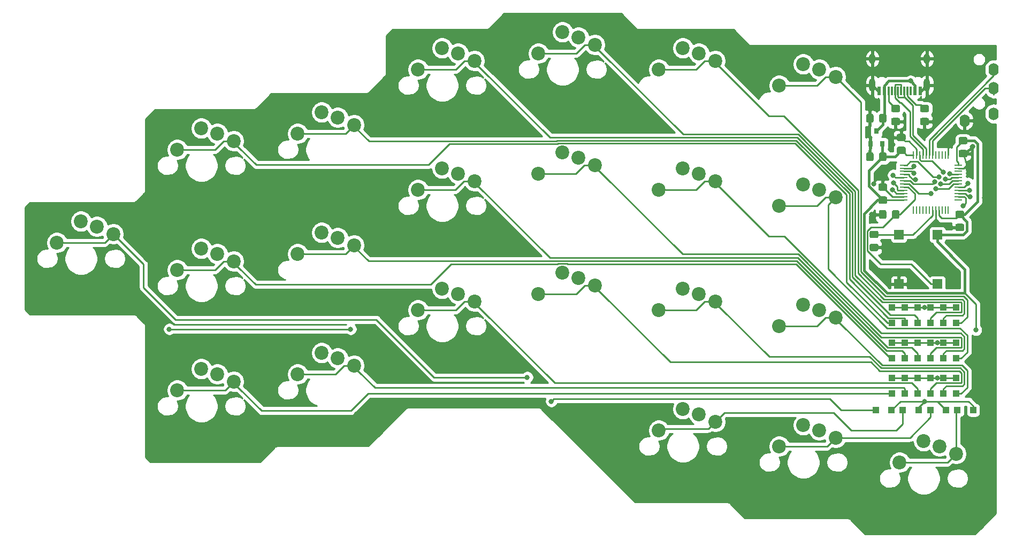
<source format=gtl>
G04 #@! TF.GenerationSoftware,KiCad,Pcbnew,5.1.10*
G04 #@! TF.CreationDate,2021-06-22T11:56:40+03:00*
G04 #@! TF.ProjectId,left,6c656674-2e6b-4696-9361-645f70636258,rev?*
G04 #@! TF.SameCoordinates,Original*
G04 #@! TF.FileFunction,Copper,L1,Top*
G04 #@! TF.FilePolarity,Positive*
%FSLAX46Y46*%
G04 Gerber Fmt 4.6, Leading zero omitted, Abs format (unit mm)*
G04 Created by KiCad (PCBNEW 5.1.10) date 2021-06-22 11:56:40*
%MOMM*%
%LPD*%
G01*
G04 APERTURE LIST*
G04 #@! TA.AperFunction,ComponentPad*
%ADD10C,2.200000*%
G04 #@! TD*
G04 #@! TA.AperFunction,ComponentPad*
%ADD11O,1.600000X2.000000*%
G04 #@! TD*
G04 #@! TA.AperFunction,ComponentPad*
%ADD12O,1.000000X1.400000*%
G04 #@! TD*
G04 #@! TA.AperFunction,SMDPad,CuDef*
%ADD13R,1.500000X1.500000*%
G04 #@! TD*
G04 #@! TA.AperFunction,SMDPad,CuDef*
%ADD14R,1.000000X1.000000*%
G04 #@! TD*
G04 #@! TA.AperFunction,SMDPad,CuDef*
%ADD15R,1.300000X0.250000*%
G04 #@! TD*
G04 #@! TA.AperFunction,SMDPad,CuDef*
%ADD16R,0.250000X1.300000*%
G04 #@! TD*
G04 #@! TA.AperFunction,SMDPad,CuDef*
%ADD17R,0.800000X0.900000*%
G04 #@! TD*
G04 #@! TA.AperFunction,SMDPad,CuDef*
%ADD18R,0.600000X1.450000*%
G04 #@! TD*
G04 #@! TA.AperFunction,SMDPad,CuDef*
%ADD19R,0.300000X1.450000*%
G04 #@! TD*
G04 #@! TA.AperFunction,ComponentPad*
%ADD20O,1.000000X2.100000*%
G04 #@! TD*
G04 #@! TA.AperFunction,ComponentPad*
%ADD21O,1.000000X1.600000*%
G04 #@! TD*
G04 #@! TA.AperFunction,ViaPad*
%ADD22C,0.800000*%
G04 #@! TD*
G04 #@! TA.AperFunction,Conductor*
%ADD23C,0.250000*%
G04 #@! TD*
G04 #@! TA.AperFunction,Conductor*
%ADD24C,0.381000*%
G04 #@! TD*
G04 #@! TA.AperFunction,Conductor*
%ADD25C,0.254000*%
G04 #@! TD*
G04 #@! TA.AperFunction,Conductor*
%ADD26C,0.100000*%
G04 #@! TD*
G04 APERTURE END LIST*
D10*
X119400000Y-62775000D03*
X114300000Y-60775000D03*
X116840000Y-61595000D03*
X110490000Y-64135000D03*
X233700000Y-112305000D03*
X228600000Y-110305000D03*
X231140000Y-111125000D03*
X224790000Y-113665000D03*
X110490000Y-83185000D03*
X116840000Y-80645000D03*
X114300000Y-79825000D03*
X119400000Y-81825000D03*
X119400000Y-100875000D03*
X114300000Y-98875000D03*
X116840000Y-99695000D03*
X110490000Y-102235000D03*
X148590000Y-51435000D03*
X154940000Y-48895000D03*
X152400000Y-48075000D03*
X157500000Y-50075000D03*
X214650000Y-71665000D03*
X209550000Y-69665000D03*
X212090000Y-70485000D03*
X205740000Y-73025000D03*
X148590000Y-70485000D03*
X154940000Y-67945000D03*
X152400000Y-67125000D03*
X157500000Y-69125000D03*
X157500000Y-88175000D03*
X152400000Y-86175000D03*
X154940000Y-86995000D03*
X148590000Y-89535000D03*
X91440000Y-78867000D03*
X97790000Y-76327000D03*
X95250000Y-75507000D03*
X100350000Y-77507000D03*
X214650000Y-52615000D03*
X209550000Y-50615000D03*
X212090000Y-51435000D03*
X205740000Y-53975000D03*
X205740000Y-92075000D03*
X212090000Y-89535000D03*
X209550000Y-88715000D03*
X214650000Y-90715000D03*
X138450000Y-60235000D03*
X133350000Y-58235000D03*
X135890000Y-59055000D03*
X129540000Y-61595000D03*
X129540000Y-80645000D03*
X135890000Y-78105000D03*
X133350000Y-77285000D03*
X138450000Y-79285000D03*
X138450000Y-98335000D03*
X133350000Y-96335000D03*
X135890000Y-97155000D03*
X129540000Y-99695000D03*
X167640000Y-48895000D03*
X173990000Y-46355000D03*
X171450000Y-45535000D03*
X176550000Y-47535000D03*
X176550000Y-66585000D03*
X171450000Y-64585000D03*
X173990000Y-65405000D03*
X167640000Y-67945000D03*
X167640000Y-86995000D03*
X173990000Y-84455000D03*
X171450000Y-83635000D03*
X176550000Y-85635000D03*
X195600000Y-50075000D03*
X190500000Y-48075000D03*
X193040000Y-48895000D03*
X186690000Y-51435000D03*
X186690000Y-70485000D03*
X193040000Y-67945000D03*
X190500000Y-67125000D03*
X195600000Y-69125000D03*
X195600000Y-88175000D03*
X190500000Y-86175000D03*
X193040000Y-86995000D03*
X186690000Y-89535000D03*
X205740000Y-111125000D03*
X212090000Y-108585000D03*
X209550000Y-107765000D03*
X214650000Y-109765000D03*
X195600000Y-107225000D03*
X190500000Y-105225000D03*
X193040000Y-106045000D03*
X186690000Y-108585000D03*
D11*
X235063000Y-59560000D03*
X239663000Y-58460000D03*
X239663000Y-51460000D03*
X239663000Y-54460000D03*
D12*
X239663000Y-51460000D03*
X239663000Y-54460000D03*
X239663000Y-58460000D03*
X235063000Y-59560000D03*
D13*
X230759000Y-77634000D03*
X230759000Y-85434000D03*
X224663000Y-77634000D03*
X224663000Y-85434000D03*
G04 #@! TA.AperFunction,SMDPad,CuDef*
G36*
G01*
X221557000Y-59632001D02*
X221557000Y-58731999D01*
G75*
G02*
X221806999Y-58482000I249999J0D01*
G01*
X222457001Y-58482000D01*
G75*
G02*
X222707000Y-58731999I0J-249999D01*
G01*
X222707000Y-59632001D01*
G75*
G02*
X222457001Y-59882000I-249999J0D01*
G01*
X221806999Y-59882000D01*
G75*
G02*
X221557000Y-59632001I0J249999D01*
G01*
G37*
G04 #@! TD.AperFunction*
G04 #@! TA.AperFunction,SMDPad,CuDef*
G36*
G01*
X219507000Y-59632001D02*
X219507000Y-58731999D01*
G75*
G02*
X219756999Y-58482000I249999J0D01*
G01*
X220407001Y-58482000D01*
G75*
G02*
X220657000Y-58731999I0J-249999D01*
G01*
X220657000Y-59632001D01*
G75*
G02*
X220407001Y-59882000I-249999J0D01*
G01*
X219756999Y-59882000D01*
G75*
G02*
X219507000Y-59632001I0J249999D01*
G01*
G37*
G04 #@! TD.AperFunction*
G04 #@! TA.AperFunction,SMDPad,CuDef*
G36*
G01*
X224593999Y-63696000D02*
X225494001Y-63696000D01*
G75*
G02*
X225744000Y-63945999I0J-249999D01*
G01*
X225744000Y-64596001D01*
G75*
G02*
X225494001Y-64846000I-249999J0D01*
G01*
X224593999Y-64846000D01*
G75*
G02*
X224344000Y-64596001I0J249999D01*
G01*
X224344000Y-63945999D01*
G75*
G02*
X224593999Y-63696000I249999J0D01*
G01*
G37*
G04 #@! TD.AperFunction*
G04 #@! TA.AperFunction,SMDPad,CuDef*
G36*
G01*
X224593999Y-61646000D02*
X225494001Y-61646000D01*
G75*
G02*
X225744000Y-61895999I0J-249999D01*
G01*
X225744000Y-62546001D01*
G75*
G02*
X225494001Y-62796000I-249999J0D01*
G01*
X224593999Y-62796000D01*
G75*
G02*
X224344000Y-62546001I0J249999D01*
G01*
X224344000Y-61895999D01*
G75*
G02*
X224593999Y-61646000I249999J0D01*
G01*
G37*
G04 #@! TD.AperFunction*
G04 #@! TA.AperFunction,SMDPad,CuDef*
G36*
G01*
X221672999Y-71570000D02*
X222573001Y-71570000D01*
G75*
G02*
X222823000Y-71819999I0J-249999D01*
G01*
X222823000Y-72470001D01*
G75*
G02*
X222573001Y-72720000I-249999J0D01*
G01*
X221672999Y-72720000D01*
G75*
G02*
X221423000Y-72470001I0J249999D01*
G01*
X221423000Y-71819999D01*
G75*
G02*
X221672999Y-71570000I249999J0D01*
G01*
G37*
G04 #@! TD.AperFunction*
G04 #@! TA.AperFunction,SMDPad,CuDef*
G36*
G01*
X221672999Y-69520000D02*
X222573001Y-69520000D01*
G75*
G02*
X222823000Y-69769999I0J-249999D01*
G01*
X222823000Y-70420001D01*
G75*
G02*
X222573001Y-70670000I-249999J0D01*
G01*
X221672999Y-70670000D01*
G75*
G02*
X221423000Y-70420001I0J249999D01*
G01*
X221423000Y-69769999D01*
G75*
G02*
X221672999Y-69520000I249999J0D01*
G01*
G37*
G04 #@! TD.AperFunction*
G04 #@! TA.AperFunction,SMDPad,CuDef*
G36*
G01*
X234765001Y-74988000D02*
X233864999Y-74988000D01*
G75*
G02*
X233615000Y-74738001I0J249999D01*
G01*
X233615000Y-74087999D01*
G75*
G02*
X233864999Y-73838000I249999J0D01*
G01*
X234765001Y-73838000D01*
G75*
G02*
X235015000Y-74087999I0J-249999D01*
G01*
X235015000Y-74738001D01*
G75*
G02*
X234765001Y-74988000I-249999J0D01*
G01*
G37*
G04 #@! TD.AperFunction*
G04 #@! TA.AperFunction,SMDPad,CuDef*
G36*
G01*
X234765001Y-77038000D02*
X233864999Y-77038000D01*
G75*
G02*
X233615000Y-76788001I0J249999D01*
G01*
X233615000Y-76137999D01*
G75*
G02*
X233864999Y-75888000I249999J0D01*
G01*
X234765001Y-75888000D01*
G75*
G02*
X235015000Y-76137999I0J-249999D01*
G01*
X235015000Y-76788001D01*
G75*
G02*
X234765001Y-77038000I-249999J0D01*
G01*
G37*
G04 #@! TD.AperFunction*
G04 #@! TA.AperFunction,SMDPad,CuDef*
G36*
G01*
X221557000Y-65728001D02*
X221557000Y-64827999D01*
G75*
G02*
X221806999Y-64578000I249999J0D01*
G01*
X222457001Y-64578000D01*
G75*
G02*
X222707000Y-64827999I0J-249999D01*
G01*
X222707000Y-65728001D01*
G75*
G02*
X222457001Y-65978000I-249999J0D01*
G01*
X221806999Y-65978000D01*
G75*
G02*
X221557000Y-65728001I0J249999D01*
G01*
G37*
G04 #@! TD.AperFunction*
G04 #@! TA.AperFunction,SMDPad,CuDef*
G36*
G01*
X219507000Y-65728001D02*
X219507000Y-64827999D01*
G75*
G02*
X219756999Y-64578000I249999J0D01*
G01*
X220407001Y-64578000D01*
G75*
G02*
X220657000Y-64827999I0J-249999D01*
G01*
X220657000Y-65728001D01*
G75*
G02*
X220407001Y-65978000I-249999J0D01*
G01*
X219756999Y-65978000D01*
G75*
G02*
X219507000Y-65728001I0J249999D01*
G01*
G37*
G04 #@! TD.AperFunction*
G04 #@! TA.AperFunction,SMDPad,CuDef*
G36*
G01*
X221176001Y-78163000D02*
X220275999Y-78163000D01*
G75*
G02*
X220026000Y-77913001I0J249999D01*
G01*
X220026000Y-77262999D01*
G75*
G02*
X220275999Y-77013000I249999J0D01*
G01*
X221176001Y-77013000D01*
G75*
G02*
X221426000Y-77262999I0J-249999D01*
G01*
X221426000Y-77913001D01*
G75*
G02*
X221176001Y-78163000I-249999J0D01*
G01*
G37*
G04 #@! TD.AperFunction*
G04 #@! TA.AperFunction,SMDPad,CuDef*
G36*
G01*
X221176001Y-80213000D02*
X220275999Y-80213000D01*
G75*
G02*
X220026000Y-79963001I0J249999D01*
G01*
X220026000Y-79312999D01*
G75*
G02*
X220275999Y-79063000I249999J0D01*
G01*
X221176001Y-79063000D01*
G75*
G02*
X221426000Y-79312999I0J-249999D01*
G01*
X221426000Y-79963001D01*
G75*
G02*
X221176001Y-80213000I-249999J0D01*
G01*
G37*
G04 #@! TD.AperFunction*
G04 #@! TA.AperFunction,SMDPad,CuDef*
G36*
G01*
X235273001Y-63304000D02*
X234372999Y-63304000D01*
G75*
G02*
X234123000Y-63054001I0J249999D01*
G01*
X234123000Y-62403999D01*
G75*
G02*
X234372999Y-62154000I249999J0D01*
G01*
X235273001Y-62154000D01*
G75*
G02*
X235523000Y-62403999I0J-249999D01*
G01*
X235523000Y-63054001D01*
G75*
G02*
X235273001Y-63304000I-249999J0D01*
G01*
G37*
G04 #@! TD.AperFunction*
G04 #@! TA.AperFunction,SMDPad,CuDef*
G36*
G01*
X235273001Y-65354000D02*
X234372999Y-65354000D01*
G75*
G02*
X234123000Y-65104001I0J249999D01*
G01*
X234123000Y-64453999D01*
G75*
G02*
X234372999Y-64204000I249999J0D01*
G01*
X235273001Y-64204000D01*
G75*
G02*
X235523000Y-64453999I0J-249999D01*
G01*
X235523000Y-65104001D01*
G75*
G02*
X235273001Y-65354000I-249999J0D01*
G01*
G37*
G04 #@! TD.AperFunction*
D14*
X233759440Y-102794927D03*
X233759440Y-100294927D03*
X233759440Y-91618927D03*
X233759440Y-89118927D03*
X221020000Y-105410000D03*
X223520000Y-105410000D03*
X227663440Y-102794927D03*
X227663440Y-100294927D03*
X227663440Y-97206927D03*
X227663440Y-94706927D03*
X227663440Y-91618927D03*
X227663440Y-89118927D03*
X223599440Y-102794927D03*
X223599440Y-100294927D03*
X223599440Y-97206927D03*
X223599440Y-94706927D03*
X223599440Y-91618927D03*
X223599440Y-89118927D03*
X229656000Y-105410000D03*
X232156000Y-105410000D03*
X233759440Y-97206927D03*
X233759440Y-94706927D03*
X231727440Y-102794927D03*
X231727440Y-100294927D03*
X231727440Y-97206927D03*
X231727440Y-94706927D03*
X231727440Y-91618927D03*
X231727440Y-89118927D03*
X225298000Y-105410000D03*
X227798000Y-105410000D03*
X229695440Y-102794927D03*
X229695440Y-100294927D03*
X229695440Y-97206927D03*
X229695440Y-94706927D03*
X229695440Y-91618927D03*
X229695440Y-89118927D03*
X225631440Y-102794927D03*
X225631440Y-100294927D03*
X225631440Y-97206927D03*
X225631440Y-94706927D03*
X225631440Y-91618927D03*
X225631440Y-89118927D03*
X233934000Y-105410000D03*
X236434000Y-105410000D03*
D15*
X225393000Y-72092000D03*
X225393000Y-71592000D03*
X225393000Y-71092000D03*
X225393000Y-70592000D03*
X225393000Y-70092000D03*
X225393000Y-69592000D03*
X225393000Y-69092000D03*
X225393000Y-68592000D03*
X225393000Y-68092000D03*
X225393000Y-67592000D03*
X225393000Y-67092000D03*
X225393000Y-66592000D03*
D16*
X226993000Y-64992000D03*
X227493000Y-64992000D03*
X227993000Y-64992000D03*
X228493000Y-64992000D03*
X228993000Y-64992000D03*
X229493000Y-64992000D03*
X229993000Y-64992000D03*
X230493000Y-64992000D03*
X230993000Y-64992000D03*
X231493000Y-64992000D03*
X231993000Y-64992000D03*
X232493000Y-64992000D03*
D15*
X234093000Y-66592000D03*
X234093000Y-67092000D03*
X234093000Y-67592000D03*
X234093000Y-68092000D03*
X234093000Y-68592000D03*
X234093000Y-69092000D03*
X234093000Y-69592000D03*
X234093000Y-70092000D03*
X234093000Y-70592000D03*
X234093000Y-71092000D03*
X234093000Y-71592000D03*
X234093000Y-72092000D03*
D16*
X232493000Y-73692000D03*
X231993000Y-73692000D03*
X231493000Y-73692000D03*
X230993000Y-73692000D03*
X230493000Y-73692000D03*
X229993000Y-73692000D03*
X229493000Y-73692000D03*
X228993000Y-73692000D03*
X228493000Y-73692000D03*
X227993000Y-73692000D03*
X227493000Y-73692000D03*
X226993000Y-73692000D03*
D17*
X221107000Y-61230000D03*
X222057000Y-63230000D03*
X220157000Y-63230000D03*
G04 #@! TA.AperFunction,SMDPad,CuDef*
G36*
G01*
X222680000Y-73971999D02*
X222680000Y-74872001D01*
G75*
G02*
X222430001Y-75122000I-249999J0D01*
G01*
X221779999Y-75122000D01*
G75*
G02*
X221530000Y-74872001I0J249999D01*
G01*
X221530000Y-73971999D01*
G75*
G02*
X221779999Y-73722000I249999J0D01*
G01*
X222430001Y-73722000D01*
G75*
G02*
X222680000Y-73971999I0J-249999D01*
G01*
G37*
G04 #@! TD.AperFunction*
G04 #@! TA.AperFunction,SMDPad,CuDef*
G36*
G01*
X224730000Y-73971999D02*
X224730000Y-74872001D01*
G75*
G02*
X224480001Y-75122000I-249999J0D01*
G01*
X223829999Y-75122000D01*
G75*
G02*
X223580000Y-74872001I0J249999D01*
G01*
X223580000Y-73971999D01*
G75*
G02*
X223829999Y-73722000I249999J0D01*
G01*
X224480001Y-73722000D01*
G75*
G02*
X224730000Y-73971999I0J-249999D01*
G01*
G37*
G04 #@! TD.AperFunction*
G04 #@! TA.AperFunction,SMDPad,CuDef*
G36*
G01*
X223704999Y-59124000D02*
X224605001Y-59124000D01*
G75*
G02*
X224855000Y-59373999I0J-249999D01*
G01*
X224855000Y-60024001D01*
G75*
G02*
X224605001Y-60274000I-249999J0D01*
G01*
X223704999Y-60274000D01*
G75*
G02*
X223455000Y-60024001I0J249999D01*
G01*
X223455000Y-59373999D01*
G75*
G02*
X223704999Y-59124000I249999J0D01*
G01*
G37*
G04 #@! TD.AperFunction*
G04 #@! TA.AperFunction,SMDPad,CuDef*
G36*
G01*
X223704999Y-57074000D02*
X224605001Y-57074000D01*
G75*
G02*
X224855000Y-57323999I0J-249999D01*
G01*
X224855000Y-57974001D01*
G75*
G02*
X224605001Y-58224000I-249999J0D01*
G01*
X223704999Y-58224000D01*
G75*
G02*
X223455000Y-57974001I0J249999D01*
G01*
X223455000Y-57323999D01*
G75*
G02*
X223704999Y-57074000I249999J0D01*
G01*
G37*
G04 #@! TD.AperFunction*
G04 #@! TA.AperFunction,SMDPad,CuDef*
G36*
G01*
X228276999Y-59124000D02*
X229177001Y-59124000D01*
G75*
G02*
X229427000Y-59373999I0J-249999D01*
G01*
X229427000Y-60024001D01*
G75*
G02*
X229177001Y-60274000I-249999J0D01*
G01*
X228276999Y-60274000D01*
G75*
G02*
X228027000Y-60024001I0J249999D01*
G01*
X228027000Y-59373999D01*
G75*
G02*
X228276999Y-59124000I249999J0D01*
G01*
G37*
G04 #@! TD.AperFunction*
G04 #@! TA.AperFunction,SMDPad,CuDef*
G36*
G01*
X228276999Y-57074000D02*
X229177001Y-57074000D01*
G75*
G02*
X229427000Y-57323999I0J-249999D01*
G01*
X229427000Y-57974001D01*
G75*
G02*
X229177001Y-58224000I-249999J0D01*
G01*
X228276999Y-58224000D01*
G75*
G02*
X228027000Y-57974001I0J249999D01*
G01*
X228027000Y-57323999D01*
G75*
G02*
X228276999Y-57074000I249999J0D01*
G01*
G37*
G04 #@! TD.AperFunction*
D18*
X221540000Y-54845000D03*
X222340000Y-54845000D03*
X227240000Y-54845000D03*
X228040000Y-54845000D03*
X228040000Y-54845000D03*
X227240000Y-54845000D03*
X222340000Y-54845000D03*
X221540000Y-54845000D03*
D19*
X226540000Y-54845000D03*
X226040000Y-54845000D03*
X225540000Y-54845000D03*
X224540000Y-54845000D03*
X224040000Y-54845000D03*
X223540000Y-54845000D03*
X223040000Y-54845000D03*
X225040000Y-54845000D03*
D20*
X220470000Y-53930000D03*
X229110000Y-53930000D03*
D21*
X229110000Y-49750000D03*
X220470000Y-49750000D03*
D22*
X220345000Y-74422000D03*
X221996000Y-83947000D03*
X227965000Y-80137000D03*
X235712000Y-81280000D03*
X238252000Y-71755000D03*
X236347000Y-63627000D03*
X220726000Y-69596000D03*
X223520000Y-61214000D03*
X230505000Y-59690000D03*
X226507489Y-53279489D03*
X236855000Y-92710000D03*
X234823000Y-73025000D03*
X235966000Y-71628000D03*
X235819000Y-70592000D03*
X235616000Y-69469000D03*
X230505000Y-70358000D03*
X228727000Y-89118927D03*
X230759000Y-94706927D03*
X231295661Y-69612394D03*
X230759000Y-100294927D03*
X232035892Y-68843108D03*
X228727000Y-104013000D03*
X232727096Y-67934685D03*
X231733288Y-67744851D03*
X231039426Y-68464974D03*
X227075996Y-66802000D03*
X227035097Y-67928177D03*
X137922000Y-92583000D03*
X109220000Y-92583000D03*
X227296223Y-68893494D03*
X223773988Y-68199000D03*
X230377996Y-69215000D03*
X229743000Y-71120000D03*
X223830091Y-69450510D03*
X223647000Y-70484902D03*
X169672000Y-104013000D03*
X165862000Y-100203000D03*
D23*
X227913000Y-54972000D02*
X228068000Y-54972000D01*
X230493000Y-73692000D02*
X230493000Y-75426000D01*
X235331000Y-66714002D02*
X235331000Y-66302999D01*
X234093000Y-67092000D02*
X234953002Y-67092000D01*
X234953002Y-67092000D02*
X235331000Y-66714002D01*
X235331000Y-66302999D02*
X234823000Y-64779000D01*
X223620000Y-71592000D02*
X223529000Y-71501000D01*
X225393000Y-71592000D02*
X223620000Y-71592000D01*
X223529000Y-71501000D02*
X222123000Y-70095000D01*
X234823000Y-64779000D02*
X234823000Y-64779000D01*
X226245372Y-62844372D02*
X225667372Y-62844372D01*
X225667372Y-62844372D02*
X225044000Y-62221000D01*
X227493000Y-64092000D02*
X226245372Y-62844372D01*
X227493000Y-64992000D02*
X227493000Y-64092000D01*
X232493000Y-64992000D02*
X232493000Y-63583000D01*
D24*
X221385000Y-54845000D02*
X220470000Y-53930000D01*
X221540000Y-54845000D02*
X221385000Y-54845000D01*
X235195000Y-64779000D02*
X236347000Y-63627000D01*
X234823000Y-64779000D02*
X235195000Y-64779000D01*
X228195000Y-54845000D02*
X229110000Y-53930000D01*
X228040000Y-54845000D02*
X228195000Y-54845000D01*
X227240000Y-54012000D02*
X227240000Y-54845000D01*
X226507489Y-53279489D02*
X226507489Y-53279489D01*
X223079453Y-53279489D02*
X226507489Y-53279489D01*
X222340000Y-54018942D02*
X223079453Y-53279489D01*
X222340000Y-54845000D02*
X222340000Y-54018942D01*
X226507489Y-53279489D02*
X227240000Y-54012000D01*
X222340000Y-54845000D02*
X222340000Y-58974000D01*
X222132000Y-60205000D02*
X221107000Y-61230000D01*
X222132000Y-59182000D02*
X222132000Y-60205000D01*
D23*
X226060000Y-54904000D02*
X226060000Y-55703590D01*
X226040000Y-54845000D02*
X226040000Y-54884000D01*
X226040000Y-54884000D02*
X226060000Y-54904000D01*
X228103628Y-57025628D02*
X228727000Y-57649000D01*
X227382038Y-57025628D02*
X228103628Y-57025628D01*
X226060000Y-55703590D02*
X227382038Y-57025628D01*
X225464999Y-55895001D02*
X225540000Y-55820000D01*
X224615001Y-55895001D02*
X225464999Y-55895001D01*
X224540000Y-55820000D02*
X224615001Y-55895001D01*
X225540000Y-55820000D02*
X225540000Y-54845000D01*
X224540000Y-54845000D02*
X224540000Y-55820000D01*
X228993000Y-64092000D02*
X228993000Y-64992000D01*
X228993000Y-63955590D02*
X228993000Y-64092000D01*
X226891010Y-61853600D02*
X228993000Y-63955590D01*
X226891010Y-57171010D02*
X226891010Y-61853600D01*
X225540000Y-55820000D02*
X226891010Y-57171010D01*
X225040000Y-53870000D02*
X225040000Y-54845000D01*
X224964999Y-53794999D02*
X225040000Y-53870000D01*
X224115001Y-53794999D02*
X224964999Y-53794999D01*
X224040000Y-53870000D02*
X224115001Y-53794999D01*
X224040000Y-54845000D02*
X224040000Y-53870000D01*
X228493000Y-64092000D02*
X228493000Y-64992000D01*
X224040000Y-55956410D02*
X224832580Y-56748990D01*
X224040000Y-54845000D02*
X224040000Y-55956410D01*
X224832580Y-56748990D02*
X225023990Y-56748990D01*
X225023990Y-56748990D02*
X226441000Y-58166000D01*
X226441000Y-58166000D02*
X226441000Y-62040000D01*
X226441000Y-62040000D02*
X228493000Y-64092000D01*
X223040000Y-56534000D02*
X224155000Y-57649000D01*
X223040000Y-54845000D02*
X223040000Y-56534000D01*
X229759000Y-85434000D02*
X230759000Y-85434000D01*
X226621000Y-82296000D02*
X229759000Y-85434000D01*
X222123000Y-76454000D02*
X220271810Y-76454000D01*
X224155000Y-74422000D02*
X222123000Y-76454000D01*
X220271810Y-76454000D02*
X219700990Y-77024820D01*
X219700990Y-77024820D02*
X219700990Y-80201180D01*
X219700990Y-80201180D02*
X221795810Y-82296000D01*
X221795810Y-82296000D02*
X226621000Y-82296000D01*
X224830000Y-74422000D02*
X224155000Y-74422000D01*
X227203000Y-71146094D02*
X227203000Y-72049000D01*
X226148906Y-70092000D02*
X227203000Y-71146094D01*
X227203000Y-72049000D02*
X224830000Y-74422000D01*
X225393000Y-70092000D02*
X226148906Y-70092000D01*
X225892000Y-64992000D02*
X225171000Y-64271000D01*
X226993000Y-64992000D02*
X225892000Y-64992000D01*
X230993000Y-74592000D02*
X231437372Y-75036372D01*
X233691628Y-75036372D02*
X234315000Y-74413000D01*
X231437372Y-75036372D02*
X233691628Y-75036372D01*
X230993000Y-73692000D02*
X230993000Y-74592000D01*
X222176000Y-72092000D02*
X222123000Y-72145000D01*
X225393000Y-72092000D02*
X222176000Y-72092000D01*
X234199628Y-63352372D02*
X234823000Y-62729000D01*
X233797990Y-63754010D02*
X234199628Y-63352372D01*
X233797990Y-65921990D02*
X233797990Y-63754010D01*
X234093000Y-66217000D02*
X233797990Y-65921990D01*
X234093000Y-66592000D02*
X234093000Y-66217000D01*
X225171000Y-64271000D02*
X225053000Y-64389000D01*
D24*
X224037000Y-65278000D02*
X225044000Y-64271000D01*
X222132000Y-65278000D02*
X224037000Y-65278000D01*
X221499628Y-71521628D02*
X222123000Y-72145000D01*
X219935499Y-67474501D02*
X219935499Y-69957499D01*
X219935499Y-69957499D02*
X221499628Y-71521628D01*
X222132000Y-65278000D02*
X219935499Y-67474501D01*
X222786423Y-86878394D02*
X235105772Y-86878394D01*
X219185480Y-83277451D02*
X222786423Y-86878394D01*
X219185480Y-74282520D02*
X219185480Y-83277451D01*
X221323000Y-72145000D02*
X219185480Y-74282520D01*
X222123000Y-72145000D02*
X221323000Y-72145000D01*
X235105772Y-83111772D02*
X235105772Y-86878394D01*
X230759000Y-78765000D02*
X235105772Y-83111772D01*
X230759000Y-77634000D02*
X230759000Y-78765000D01*
X231890000Y-77634000D02*
X230759000Y-77634000D01*
X234824820Y-77634000D02*
X231890000Y-77634000D01*
X235458000Y-77000820D02*
X234824820Y-77634000D01*
X235458000Y-75556000D02*
X235458000Y-77000820D01*
X234315000Y-74413000D02*
X235458000Y-75556000D01*
X237137501Y-63247559D02*
X236618942Y-62729000D01*
X236618942Y-62729000D02*
X235623000Y-62729000D01*
X237137501Y-72390499D02*
X237137501Y-63247559D01*
X235623000Y-62729000D02*
X234823000Y-62729000D01*
X235115000Y-74413000D02*
X237137501Y-72390499D01*
X234315000Y-74413000D02*
X235115000Y-74413000D01*
X222057000Y-65203000D02*
X222132000Y-65278000D01*
X222057000Y-63230000D02*
X222057000Y-65203000D01*
D23*
X236855000Y-88627622D02*
X236855000Y-92710000D01*
X235105772Y-86878394D02*
X236855000Y-88627622D01*
X225663000Y-77634000D02*
X224663000Y-77634000D01*
X226911002Y-77634000D02*
X225663000Y-77634000D01*
X229993000Y-74552002D02*
X226911002Y-77634000D01*
X229993000Y-73692000D02*
X229993000Y-74552002D01*
X220772000Y-77634000D02*
X220726000Y-77588000D01*
X224663000Y-77634000D02*
X220772000Y-77634000D01*
X235222999Y-72625001D02*
X234823000Y-73025000D01*
X235222999Y-71821999D02*
X235222999Y-72625001D01*
X234993000Y-71592000D02*
X235222999Y-71821999D01*
X234093000Y-71592000D02*
X234993000Y-71592000D01*
X235711998Y-71628000D02*
X235966000Y-71628000D01*
X235665410Y-71628000D02*
X235966000Y-71628000D01*
X235129410Y-71092000D02*
X235665410Y-71628000D01*
X234093000Y-71092000D02*
X235129410Y-71092000D01*
X234093000Y-70592000D02*
X235819000Y-70592000D01*
X235819000Y-70592000D02*
X235819000Y-70592000D01*
X234993000Y-70092000D02*
X235616000Y-69469000D01*
X234093000Y-70092000D02*
X234993000Y-70092000D01*
X235616000Y-69469000D02*
X235616000Y-69469000D01*
X223599440Y-89118927D02*
X228727000Y-89118927D01*
X230759000Y-89118927D02*
X233759440Y-89118927D01*
X233305820Y-69592000D02*
X232539820Y-70358000D01*
X234093000Y-69592000D02*
X233305820Y-69592000D01*
X232539820Y-70358000D02*
X230505000Y-70358000D01*
X230505000Y-70358000D02*
X230505000Y-70358000D01*
X228727000Y-89118927D02*
X230759000Y-89118927D01*
X223599440Y-94706927D02*
X230759000Y-94706927D01*
X230759000Y-94706927D02*
X233759440Y-94706927D01*
X234089000Y-69088000D02*
X234093000Y-69092000D01*
X231267000Y-69596000D02*
X231267000Y-69596000D01*
X232649016Y-69612394D02*
X231861346Y-69612394D01*
X233169410Y-69092000D02*
X232649016Y-69612394D01*
X231861346Y-69612394D02*
X231295661Y-69612394D01*
X234093000Y-69092000D02*
X233169410Y-69092000D01*
X223599440Y-100294927D02*
X230759000Y-100294927D01*
X232029000Y-68834000D02*
X232029000Y-68834000D01*
X230759000Y-100294927D02*
X233759440Y-100294927D01*
X232781892Y-68843108D02*
X232601577Y-68843108D01*
X232601577Y-68843108D02*
X232035892Y-68843108D01*
X233033000Y-68592000D02*
X232781892Y-68843108D01*
X234093000Y-68592000D02*
X233033000Y-68592000D01*
X234093000Y-68092000D02*
X232884411Y-68092000D01*
X232884411Y-68092000D02*
X232727096Y-67934685D01*
X229870000Y-104013000D02*
X229108000Y-104013000D01*
X229108000Y-104013000D02*
X234696000Y-104013000D01*
X236434000Y-105410000D02*
X236434000Y-104735000D01*
X235712000Y-104013000D02*
X234696000Y-104013000D01*
X236434000Y-104735000D02*
X235712000Y-104013000D01*
X230759000Y-104013000D02*
X228727000Y-104013000D01*
X232156000Y-105410000D02*
X230759000Y-104013000D01*
X227798000Y-104942000D02*
X228727000Y-104013000D01*
X227798000Y-105410000D02*
X227798000Y-104942000D01*
X224917000Y-104013000D02*
X228727000Y-104013000D01*
X223520000Y-105410000D02*
X224917000Y-104013000D01*
X228204415Y-65967001D02*
X229955438Y-65967001D01*
X227993000Y-65755585D02*
X228204415Y-65967001D01*
X227993000Y-64992000D02*
X227993000Y-65755585D01*
X231333289Y-67344852D02*
X231733288Y-67744851D01*
X229955438Y-65967001D02*
X231333289Y-67344852D01*
X230065981Y-68464974D02*
X230473741Y-68464974D01*
X227641007Y-66040000D02*
X230065981Y-68464974D01*
X225393000Y-66592000D02*
X225918000Y-66592000D01*
X230473741Y-68464974D02*
X231039426Y-68464974D01*
X226470000Y-66040000D02*
X227641007Y-66040000D01*
X225918000Y-66592000D02*
X226470000Y-66040000D01*
X226785996Y-67092000D02*
X227075996Y-66802000D01*
X225393000Y-67092000D02*
X226785996Y-67092000D01*
X225393000Y-67592000D02*
X226698920Y-67592000D01*
X226698920Y-67592000D02*
X227035097Y-67928177D01*
X226310096Y-68276178D02*
X226927412Y-68893494D01*
X226927412Y-68893494D02*
X227296223Y-68893494D01*
X226310096Y-68109096D02*
X226310096Y-68276178D01*
X226293000Y-68092000D02*
X226310096Y-68109096D01*
X225393000Y-68092000D02*
X226293000Y-68092000D01*
X109220000Y-92583000D02*
X137922000Y-92583000D01*
X224166988Y-68592000D02*
X223773988Y-68199000D01*
X225393000Y-68592000D02*
X224166988Y-68592000D01*
X229974501Y-69618495D02*
X229977997Y-69614999D01*
X229977997Y-69614999D02*
X230377996Y-69215000D01*
X225393000Y-69092000D02*
X226421727Y-69092000D01*
X226421727Y-69092000D02*
X226948222Y-69618495D01*
X226948222Y-69618495D02*
X229974501Y-69618495D01*
X227813316Y-71120000D02*
X229177315Y-71120000D01*
X229177315Y-71120000D02*
X229743000Y-71120000D01*
X225393000Y-69592000D02*
X226285316Y-69592000D01*
X226285316Y-69592000D02*
X227813316Y-71120000D01*
X224493000Y-70592000D02*
X224417999Y-70516999D01*
X224230090Y-69850509D02*
X223830091Y-69450510D01*
X224417999Y-70516999D02*
X224417999Y-70038418D01*
X224417999Y-70038418D02*
X224230090Y-69850509D01*
X225393000Y-70592000D02*
X224493000Y-70592000D01*
X193299999Y-49175001D02*
X193000000Y-49475000D01*
X224046999Y-70884901D02*
X223647000Y-70484902D01*
X225393000Y-71092000D02*
X224254098Y-71092000D01*
X224254098Y-71092000D02*
X224046999Y-70884901D01*
X239663000Y-55410000D02*
X239663000Y-54460000D01*
X238275000Y-54460000D02*
X238913000Y-54460000D01*
X238913000Y-54460000D02*
X239663000Y-54460000D01*
X229993000Y-64992000D02*
X229993000Y-62742000D01*
X229993000Y-62742000D02*
X238275000Y-54460000D01*
X239663000Y-52410000D02*
X239663000Y-51460000D01*
X239663000Y-52435590D02*
X239663000Y-52410000D01*
X229493000Y-62605590D02*
X239663000Y-52435590D01*
X229493000Y-64992000D02*
X229493000Y-62605590D01*
X225183072Y-105524928D02*
X225298000Y-105410000D01*
X225298000Y-105410000D02*
X225298000Y-107569000D01*
X225298000Y-107569000D02*
X224282000Y-108585000D01*
X224282000Y-108585000D02*
X217170000Y-108585000D01*
X217170000Y-108585000D02*
X214376000Y-105791000D01*
X197034000Y-105791000D02*
X195600000Y-107225000D01*
X214376000Y-105791000D02*
X197034000Y-105791000D01*
X186950001Y-108324999D02*
X186690000Y-108585000D01*
X194500001Y-108324999D02*
X186950001Y-108324999D01*
X195600000Y-107225000D02*
X194500001Y-108324999D01*
X213290000Y-111125000D02*
X214650000Y-109765000D01*
X205740000Y-111125000D02*
X213290000Y-111125000D01*
X229656000Y-105410000D02*
X229656000Y-106513000D01*
X226404000Y-109765000D02*
X214650000Y-109765000D01*
X229656000Y-106513000D02*
X226404000Y-109765000D01*
X188245634Y-89535000D02*
X186690000Y-89535000D01*
X193969002Y-88175000D02*
X192609002Y-89535000D01*
X192609002Y-89535000D02*
X188245634Y-89535000D01*
X195600000Y-88175000D02*
X193969002Y-88175000D01*
X231727440Y-102044927D02*
X232202428Y-101569939D01*
X196499999Y-89274999D02*
X195500000Y-88275000D01*
X235034452Y-101241329D02*
X235034452Y-99348526D01*
X234433936Y-98748010D02*
X221846599Y-98748009D01*
X235034452Y-99348526D02*
X234433936Y-98748010D01*
X220038591Y-96940001D02*
X204165001Y-96940001D01*
X231727440Y-102794927D02*
X231727440Y-102044927D01*
X204165001Y-96940001D02*
X196499999Y-89274999D01*
X234705839Y-101569939D02*
X235034452Y-101241329D01*
X232202428Y-101569939D02*
X234705839Y-101569939D01*
X221846599Y-98748009D02*
X220038591Y-96940001D01*
X188245634Y-70485000D02*
X186690000Y-70485000D01*
X192609002Y-70485000D02*
X188245634Y-70485000D01*
X193969002Y-69125000D02*
X192609002Y-70485000D01*
X195600000Y-69125000D02*
X193969002Y-69125000D01*
X221874640Y-93218000D02*
X206507640Y-77851000D01*
X206507640Y-77851000D02*
X204126000Y-77851000D01*
X234705841Y-95981939D02*
X235034452Y-95653328D01*
X204126000Y-77851000D02*
X196499999Y-70224999D01*
X235034452Y-95653328D02*
X235034452Y-93760526D01*
X235034452Y-93760526D02*
X234491925Y-93218000D01*
X232202428Y-95981939D02*
X234705841Y-95981939D01*
X196499999Y-70224999D02*
X195500000Y-69225000D01*
X234491925Y-93218000D02*
X221874640Y-93218000D01*
X231727440Y-97206927D02*
X231727440Y-96456927D01*
X231727440Y-96456927D02*
X232202428Y-95981939D01*
X188245634Y-51435000D02*
X186690000Y-51435000D01*
X193969002Y-50075000D02*
X192609002Y-51435000D01*
X192609002Y-51435000D02*
X188245634Y-51435000D01*
X195600000Y-50075000D02*
X193969002Y-50075000D01*
X235034452Y-90065328D02*
X235034452Y-88172526D01*
X222336915Y-87843915D02*
X218208044Y-83715044D01*
X234705841Y-87843915D02*
X222336915Y-87843915D01*
X218208044Y-70568398D02*
X206440646Y-58801000D01*
X204126000Y-58801000D02*
X196499999Y-51174999D01*
X206440646Y-58801000D02*
X204126000Y-58801000D01*
X218208044Y-83715044D02*
X218208044Y-70568398D01*
X196499999Y-51174999D02*
X195500000Y-50175000D01*
X235034452Y-88172526D02*
X234705841Y-87843915D01*
X234705841Y-90393939D02*
X235034452Y-90065328D01*
X232202428Y-90393939D02*
X234705841Y-90393939D01*
X231727440Y-91618927D02*
X231727440Y-90868927D01*
X231727440Y-90868927D02*
X232202428Y-90393939D01*
X173634366Y-86995000D02*
X169195634Y-86995000D01*
X174994366Y-85635000D02*
X173634366Y-86995000D01*
X169195634Y-86995000D02*
X167640000Y-86995000D01*
X176550000Y-85635000D02*
X174994366Y-85635000D01*
X177449999Y-86734999D02*
X176450000Y-85735000D01*
X220252180Y-97790000D02*
X188505000Y-97790000D01*
X221660198Y-99198018D02*
X220252180Y-97790000D01*
X188505000Y-97790000D02*
X177449999Y-86734999D01*
X229695440Y-102044927D02*
X230620439Y-101119928D01*
X234584441Y-99534926D02*
X234247535Y-99198020D01*
X230620439Y-101119928D02*
X234519440Y-101119928D01*
X229695440Y-102794927D02*
X229695440Y-102044927D01*
X234519440Y-101119928D02*
X234584441Y-101054928D01*
X234247535Y-99198020D02*
X221660198Y-99198018D01*
X234584441Y-101054928D02*
X234584441Y-99534926D01*
X173559002Y-67945000D02*
X169195634Y-67945000D01*
X169195634Y-67945000D02*
X167640000Y-67945000D01*
X174919002Y-66585000D02*
X173559002Y-67945000D01*
X176550000Y-66585000D02*
X174919002Y-66585000D01*
X234519441Y-93881926D02*
X221902156Y-93881926D01*
X234584441Y-93946926D02*
X234519441Y-93881926D01*
X229695440Y-97206927D02*
X229695440Y-96456927D01*
X230620439Y-95531928D02*
X234519441Y-95531928D01*
X229695440Y-96456927D02*
X230620439Y-95531928D01*
X177449999Y-67684999D02*
X176450000Y-66685000D01*
X221902156Y-93881926D02*
X208710231Y-80690001D01*
X208710231Y-80690001D02*
X190455001Y-80690001D01*
X234584441Y-95466928D02*
X234584441Y-93946926D01*
X190455001Y-80690001D02*
X177449999Y-67684999D01*
X234519441Y-95531928D02*
X234584441Y-95466928D01*
X173634366Y-48895000D02*
X169195634Y-48895000D01*
X169195634Y-48895000D02*
X167640000Y-48895000D01*
X174994366Y-47535000D02*
X173634366Y-48895000D01*
X176550000Y-47535000D02*
X174994366Y-47535000D01*
X217758033Y-84027033D02*
X217758033Y-70754798D01*
X177449999Y-48634999D02*
X176450000Y-47635000D01*
X234584441Y-89878928D02*
X234584441Y-88358926D01*
X234584441Y-88358926D02*
X234519441Y-88293926D01*
X190537000Y-61722000D02*
X177449999Y-48634999D01*
X208725235Y-61722000D02*
X190537000Y-61722000D01*
X234519441Y-88293926D02*
X222024926Y-88293926D01*
X229695440Y-91618927D02*
X229695440Y-90868927D01*
X217758033Y-70754798D02*
X208725235Y-61722000D01*
X222024926Y-88293926D02*
X217758033Y-84027033D01*
X234519441Y-89943928D02*
X234584441Y-89878928D01*
X229695440Y-90868927D02*
X230620439Y-89943928D01*
X230620439Y-89943928D02*
X234519441Y-89943928D01*
X139349999Y-99434999D02*
X138350000Y-98435000D01*
X141769000Y-101854000D02*
X139349999Y-99434999D01*
X225440513Y-101854000D02*
X141769000Y-101854000D01*
X225631440Y-102794927D02*
X225631440Y-102044927D01*
X225631440Y-102044927D02*
X225440513Y-101854000D01*
X131095634Y-99695000D02*
X129540000Y-99695000D01*
X135534366Y-99695000D02*
X131095634Y-99695000D01*
X136894366Y-98335000D02*
X135534366Y-99695000D01*
X138450000Y-98335000D02*
X136894366Y-98335000D01*
X137090000Y-80645000D02*
X129540000Y-80645000D01*
X138450000Y-79285000D02*
X137090000Y-80645000D01*
X225631440Y-96456927D02*
X225156452Y-95981939D01*
X225156452Y-95981939D02*
X222729349Y-95981939D01*
X208507398Y-81759988D02*
X140724988Y-81759988D01*
X140724988Y-81759988D02*
X138350000Y-79385000D01*
X222729349Y-95981939D02*
X208507398Y-81759988D01*
X225631440Y-97206927D02*
X225631440Y-96456927D01*
X137090000Y-61595000D02*
X129540000Y-61595000D01*
X138450000Y-60235000D02*
X137090000Y-61595000D01*
X216858011Y-84651011D02*
X223000926Y-90793926D01*
X216858011Y-71127598D02*
X216858011Y-84651011D01*
X225631440Y-90868927D02*
X225631440Y-91618927D01*
X140810990Y-62795990D02*
X170493597Y-62795990D01*
X170579599Y-62709988D02*
X208440401Y-62709988D01*
X225556439Y-90793926D02*
X225631440Y-90868927D01*
X170493597Y-62795990D02*
X170579599Y-62709988D01*
X223000926Y-90793926D02*
X225556439Y-90793926D01*
X208440401Y-62709988D02*
X216858011Y-71127598D01*
X138350000Y-60335000D02*
X140810990Y-62795990D01*
X234509440Y-102794927D02*
X235484460Y-101819907D01*
X233759440Y-102794927D02*
X234509440Y-102794927D01*
X235484459Y-99162124D02*
X234620335Y-98298000D01*
X234620335Y-98298000D02*
X222033000Y-98298000D01*
X235484460Y-101819907D02*
X235484459Y-99162124D01*
X215549999Y-91814999D02*
X214550000Y-90815000D01*
X222033000Y-98298000D02*
X215549999Y-91814999D01*
X207295634Y-92075000D02*
X205740000Y-92075000D01*
X211734366Y-92075000D02*
X207295634Y-92075000D01*
X213094366Y-90715000D02*
X211734366Y-92075000D01*
X214650000Y-90715000D02*
X213094366Y-90715000D01*
X211734366Y-53975000D02*
X207295634Y-53975000D01*
X213094366Y-52615000D02*
X211734366Y-53975000D01*
X207295634Y-53975000D02*
X205740000Y-53975000D01*
X214650000Y-52615000D02*
X213094366Y-52615000D01*
X218658055Y-56623055D02*
X214650000Y-52615000D01*
X234509440Y-91618927D02*
X235484463Y-90643904D01*
X235484463Y-87986126D02*
X234892241Y-87393904D01*
X234892241Y-87393904D02*
X222572893Y-87393904D01*
X218658055Y-83479066D02*
X218658055Y-56623055D01*
X235484463Y-90643904D02*
X235484463Y-87986126D01*
X233759440Y-91618927D02*
X234509440Y-91618927D01*
X222572893Y-87393904D02*
X218658055Y-83479066D01*
X220928073Y-105501927D02*
X221020000Y-105410000D01*
X98990000Y-78867000D02*
X91440000Y-78867000D01*
X100350000Y-77507000D02*
X98990000Y-78867000D01*
X170053000Y-103632000D02*
X169672000Y-104013000D01*
X213741000Y-103632000D02*
X170053000Y-103632000D01*
X215519000Y-105410000D02*
X213741000Y-103632000D01*
X221020000Y-105410000D02*
X215519000Y-105410000D01*
X105156000Y-82313000D02*
X100350000Y-77507000D01*
X105156000Y-85979000D02*
X105156000Y-82313000D01*
X110236000Y-91059000D02*
X105156000Y-85979000D01*
X141986000Y-91059000D02*
X110236000Y-91059000D01*
X151130000Y-100203000D02*
X141986000Y-91059000D01*
X165862000Y-100203000D02*
X151130000Y-100203000D01*
X158399999Y-89274999D02*
X157400000Y-88275000D01*
X170244928Y-101119928D02*
X158399999Y-89274999D01*
X227663440Y-102044927D02*
X226738441Y-101119928D01*
X226738441Y-101119928D02*
X170244928Y-101119928D01*
X227663440Y-102794927D02*
X227663440Y-102044927D01*
X150145634Y-89535000D02*
X148590000Y-89535000D01*
X155944366Y-88175000D02*
X154584366Y-89535000D01*
X154584366Y-89535000D02*
X150145634Y-89535000D01*
X157500000Y-88175000D02*
X155944366Y-88175000D01*
X150145634Y-70485000D02*
X148590000Y-70485000D01*
X154509002Y-70485000D02*
X150145634Y-70485000D01*
X155869002Y-69125000D02*
X154509002Y-70485000D01*
X157500000Y-69125000D02*
X155869002Y-69125000D01*
X169455000Y-81280000D02*
X157400000Y-69225000D01*
X227663440Y-97206927D02*
X227663440Y-96456927D01*
X222915748Y-95531928D02*
X208663820Y-81280000D01*
X208663820Y-81280000D02*
X169455000Y-81280000D01*
X227663440Y-96456927D02*
X226738441Y-95531928D01*
X226738441Y-95531928D02*
X222915748Y-95531928D01*
X233759440Y-97206927D02*
X234509440Y-97206927D01*
X234509440Y-97206927D02*
X235484459Y-96231908D01*
X235484459Y-93574124D02*
X234354263Y-92443928D01*
X235484459Y-96231908D02*
X235484459Y-93574124D01*
X234354263Y-92443928D02*
X222839439Y-92443928D01*
X213454999Y-72860001D02*
X213454999Y-83059488D01*
X213454999Y-83059488D02*
X222839439Y-92443928D01*
X214650000Y-71665000D02*
X213454999Y-72860001D01*
X207295634Y-73025000D02*
X205740000Y-73025000D01*
X211734366Y-73025000D02*
X207295634Y-73025000D01*
X213094366Y-71665000D02*
X211734366Y-73025000D01*
X214650000Y-71665000D02*
X213094366Y-71665000D01*
X150145634Y-51435000D02*
X148590000Y-51435000D01*
X154584366Y-51435000D02*
X150145634Y-51435000D01*
X155944366Y-50075000D02*
X154584366Y-51435000D01*
X157500000Y-50075000D02*
X155944366Y-50075000D01*
X217308022Y-70941198D02*
X208596824Y-62230000D01*
X208596824Y-62230000D02*
X169455000Y-62230000D01*
X169455000Y-62230000D02*
X158399999Y-51174999D01*
X227138428Y-90343915D02*
X223312915Y-90343915D01*
X217308022Y-84339022D02*
X217308022Y-70941198D01*
X227663440Y-90868927D02*
X227138428Y-90343915D01*
X227663440Y-91618927D02*
X227663440Y-90868927D01*
X158399999Y-51174999D02*
X157400000Y-50175000D01*
X223312915Y-90343915D02*
X217308022Y-84339022D01*
X118040000Y-102235000D02*
X110490000Y-102235000D01*
X119400000Y-100875000D02*
X118040000Y-102235000D01*
X120299999Y-101974999D02*
X119300000Y-100975000D01*
X123834999Y-105509999D02*
X120299999Y-101974999D01*
X137949001Y-105509999D02*
X123834999Y-105509999D01*
X223599440Y-102794927D02*
X140664073Y-102794927D01*
X140664073Y-102794927D02*
X137949001Y-105509999D01*
X112045634Y-83185000D02*
X110490000Y-83185000D01*
X116484366Y-83185000D02*
X112045634Y-83185000D01*
X117844366Y-81825000D02*
X116484366Y-83185000D01*
X119400000Y-81825000D02*
X117844366Y-81825000D01*
X132227899Y-85503901D02*
X122878901Y-85503901D01*
X132233999Y-85510001D02*
X132227899Y-85503901D01*
X134466001Y-85510001D02*
X132233999Y-85510001D01*
X134472101Y-85503901D02*
X134466001Y-85510001D01*
X150589099Y-85503901D02*
X134472101Y-85503901D01*
X153783001Y-82309999D02*
X150589099Y-85503901D01*
X170665999Y-82309999D02*
X153783001Y-82309999D01*
X120299999Y-82924999D02*
X119300000Y-81925000D01*
X170765999Y-82209999D02*
X170665999Y-82309999D01*
X172134001Y-82209999D02*
X170765999Y-82209999D01*
X208420999Y-82309999D02*
X172234001Y-82309999D01*
X122878901Y-85503901D02*
X120299999Y-82924999D01*
X223599440Y-97206927D02*
X223317927Y-97206927D01*
X223317927Y-97206927D02*
X208420999Y-82309999D01*
X172234001Y-82309999D02*
X172134001Y-82209999D01*
X112045634Y-64135000D02*
X110490000Y-64135000D01*
X116484366Y-64135000D02*
X112045634Y-64135000D01*
X117844366Y-62775000D02*
X116484366Y-64135000D01*
X119400000Y-62775000D02*
X117844366Y-62775000D01*
X170765999Y-63159999D02*
X170679997Y-63246001D01*
X153542999Y-63246001D02*
X150241000Y-66548000D01*
X150241000Y-66548000D02*
X122973000Y-66548000D01*
X222849440Y-91618927D02*
X216408000Y-85177487D01*
X208254001Y-63159999D02*
X170765999Y-63159999D01*
X216408000Y-85177487D02*
X216408000Y-71313998D01*
X120299999Y-63874999D02*
X119300000Y-62875000D01*
X216408000Y-71313998D02*
X208254001Y-63159999D01*
X223599440Y-91618927D02*
X222849440Y-91618927D01*
X122973000Y-66548000D02*
X120299999Y-63874999D01*
X170679997Y-63246001D02*
X153542999Y-63246001D01*
X232340000Y-113665000D02*
X224790000Y-113665000D01*
X233700000Y-112305000D02*
X232340000Y-113665000D01*
X233759440Y-105584560D02*
X233934000Y-105410000D01*
X233759440Y-112706262D02*
X233759440Y-105584560D01*
D25*
X183006840Y-44910576D02*
X183028289Y-44936711D01*
X183132593Y-45022312D01*
X183251594Y-45085919D01*
X183380717Y-45125088D01*
X183481353Y-45135000D01*
X183481370Y-45135000D01*
X183514999Y-45138312D01*
X183548628Y-45135000D01*
X198471264Y-45135000D01*
X200786842Y-47450578D01*
X200808289Y-47476711D01*
X200912593Y-47562312D01*
X201031594Y-47625919D01*
X201160717Y-47665088D01*
X201261353Y-47675000D01*
X201261370Y-47675000D01*
X201294999Y-47678312D01*
X201328628Y-47675000D01*
X239980000Y-47675000D01*
X239980000Y-49856591D01*
X239944308Y-49845764D01*
X239663000Y-49818057D01*
X239381691Y-49845764D01*
X239111192Y-49927818D01*
X238861899Y-50061068D01*
X238643392Y-50240393D01*
X238464068Y-50458900D01*
X238330818Y-50708193D01*
X238248764Y-50978692D01*
X238228000Y-51189509D01*
X238228000Y-51730492D01*
X238248764Y-51941309D01*
X238330818Y-52211808D01*
X238464068Y-52461101D01*
X238508521Y-52515267D01*
X228981998Y-62041791D01*
X228953000Y-62065589D01*
X228929202Y-62094587D01*
X228929201Y-62094588D01*
X228858026Y-62181314D01*
X228787454Y-62313344D01*
X228767543Y-62378985D01*
X228743998Y-62456604D01*
X228733108Y-62567174D01*
X228729324Y-62605590D01*
X228730583Y-62618371D01*
X227651010Y-61538799D01*
X227651010Y-60786896D01*
X227672506Y-60804537D01*
X227782820Y-60863502D01*
X227902518Y-60899812D01*
X228027000Y-60912072D01*
X228441250Y-60909000D01*
X228600000Y-60750250D01*
X228600000Y-59826000D01*
X228854000Y-59826000D01*
X228854000Y-60750250D01*
X229012750Y-60909000D01*
X229427000Y-60912072D01*
X229551482Y-60899812D01*
X229671180Y-60863502D01*
X229781494Y-60804537D01*
X229878185Y-60725185D01*
X229957537Y-60628494D01*
X230016502Y-60518180D01*
X230052812Y-60398482D01*
X230065072Y-60274000D01*
X230062000Y-59984750D01*
X229903250Y-59826000D01*
X228854000Y-59826000D01*
X228600000Y-59826000D01*
X228580000Y-59826000D01*
X228580000Y-59572000D01*
X228600000Y-59572000D01*
X228600000Y-59552000D01*
X228854000Y-59552000D01*
X228854000Y-59572000D01*
X229903250Y-59572000D01*
X230062000Y-59413250D01*
X230065072Y-59124000D01*
X230052812Y-58999518D01*
X230016502Y-58879820D01*
X229957537Y-58769506D01*
X229878185Y-58672815D01*
X229798406Y-58607342D01*
X229804962Y-58601962D01*
X229915405Y-58467387D01*
X229997472Y-58313851D01*
X230048008Y-58147255D01*
X230065072Y-57974001D01*
X230065072Y-57323999D01*
X230048008Y-57150745D01*
X229997472Y-56984149D01*
X229915405Y-56830613D01*
X229804962Y-56696038D01*
X229670387Y-56585595D01*
X229516851Y-56503528D01*
X229350255Y-56452992D01*
X229177001Y-56435928D01*
X228583071Y-56435928D01*
X228527904Y-56390654D01*
X228395875Y-56320082D01*
X228252614Y-56276625D01*
X228140961Y-56265628D01*
X228140950Y-56265628D01*
X228103628Y-56261952D01*
X228066306Y-56265628D01*
X227696840Y-56265628D01*
X227630382Y-56199170D01*
X227640000Y-56198223D01*
X227740000Y-56208072D01*
X227754250Y-56205000D01*
X227817625Y-56141625D01*
X227894494Y-56100537D01*
X227991185Y-56021185D01*
X228070537Y-55924494D01*
X228129502Y-55814180D01*
X228165812Y-55694482D01*
X228167000Y-55682420D01*
X228167000Y-56046250D01*
X228325750Y-56205000D01*
X228340000Y-56208072D01*
X228464482Y-56195812D01*
X228584180Y-56159502D01*
X228694494Y-56100537D01*
X228791185Y-56021185D01*
X228870537Y-55924494D01*
X228929502Y-55814180D01*
X228965812Y-55694482D01*
X228978072Y-55570000D01*
X228977247Y-55452104D01*
X228983000Y-55447954D01*
X228983000Y-54057000D01*
X229237000Y-54057000D01*
X229237000Y-55447954D01*
X229411874Y-55574119D01*
X229634976Y-55494276D01*
X229822764Y-55372369D01*
X229983161Y-55216169D01*
X230110003Y-55031678D01*
X230198415Y-54825987D01*
X230245000Y-54607000D01*
X230245000Y-54057000D01*
X229237000Y-54057000D01*
X228983000Y-54057000D01*
X228971867Y-54057000D01*
X228965812Y-53995518D01*
X228963000Y-53986248D01*
X228963000Y-53803000D01*
X228983000Y-53803000D01*
X228983000Y-52412046D01*
X229237000Y-52412046D01*
X229237000Y-53803000D01*
X230245000Y-53803000D01*
X230245000Y-53253000D01*
X230198415Y-53034013D01*
X230110003Y-52828322D01*
X229983161Y-52643831D01*
X229822764Y-52487631D01*
X229634976Y-52365724D01*
X229411874Y-52285881D01*
X229237000Y-52412046D01*
X228983000Y-52412046D01*
X228808126Y-52285881D01*
X228585024Y-52365724D01*
X228397236Y-52487631D01*
X228252884Y-52628206D01*
X228134731Y-52549259D01*
X227960022Y-52476892D01*
X227774552Y-52440000D01*
X227585448Y-52440000D01*
X227399978Y-52476892D01*
X227236371Y-52544660D01*
X227167263Y-52475552D01*
X226997745Y-52362284D01*
X226809387Y-52284263D01*
X226609428Y-52244489D01*
X226405550Y-52244489D01*
X226205591Y-52284263D01*
X226017233Y-52362284D01*
X225879986Y-52453989D01*
X223119995Y-52453989D01*
X223079452Y-52449996D01*
X223038909Y-52453989D01*
X223038900Y-52453989D01*
X222917627Y-52465933D01*
X222762019Y-52513136D01*
X222676241Y-52558986D01*
X222618609Y-52589791D01*
X222562486Y-52635850D01*
X222524593Y-52666948D01*
X222511964Y-52654319D01*
X222354731Y-52549259D01*
X222180022Y-52476892D01*
X221994552Y-52440000D01*
X221805448Y-52440000D01*
X221619978Y-52476892D01*
X221445269Y-52549259D01*
X221327116Y-52628206D01*
X221182764Y-52487631D01*
X220994976Y-52365724D01*
X220771874Y-52285881D01*
X220597000Y-52412046D01*
X220597000Y-53803000D01*
X220617000Y-53803000D01*
X220617000Y-53986248D01*
X220614188Y-53995518D01*
X220608133Y-54057000D01*
X220597000Y-54057000D01*
X220597000Y-55447954D01*
X220602753Y-55452104D01*
X220601928Y-55570000D01*
X220614188Y-55694482D01*
X220650498Y-55814180D01*
X220709463Y-55924494D01*
X220788815Y-56021185D01*
X220885506Y-56100537D01*
X220995820Y-56159502D01*
X221115518Y-56195812D01*
X221240000Y-56208072D01*
X221254250Y-56205000D01*
X221412998Y-56046252D01*
X221412998Y-56205000D01*
X221514500Y-56205000D01*
X221514501Y-57897164D01*
X221467149Y-57911528D01*
X221313613Y-57993595D01*
X221179038Y-58104038D01*
X221173658Y-58110594D01*
X221108185Y-58030815D01*
X221011494Y-57951463D01*
X220901180Y-57892498D01*
X220781482Y-57856188D01*
X220657000Y-57843928D01*
X220367750Y-57847000D01*
X220209000Y-58005750D01*
X220209000Y-59055000D01*
X220229000Y-59055000D01*
X220229000Y-59309000D01*
X220209000Y-59309000D01*
X220209000Y-60358250D01*
X220221445Y-60370695D01*
X220176463Y-60425506D01*
X220117498Y-60535820D01*
X220081188Y-60655518D01*
X220068928Y-60780000D01*
X220068928Y-61680000D01*
X220081188Y-61804482D01*
X220117498Y-61924180D01*
X220176463Y-62034494D01*
X220255815Y-62131185D01*
X220352506Y-62210537D01*
X220368607Y-62219143D01*
X220284000Y-62303750D01*
X220284000Y-63103000D01*
X220304000Y-63103000D01*
X220304000Y-63357000D01*
X220284000Y-63357000D01*
X220284000Y-64026750D01*
X220209000Y-64101750D01*
X220209000Y-65151000D01*
X220229000Y-65151000D01*
X220229000Y-65405000D01*
X220209000Y-65405000D01*
X220209000Y-65425000D01*
X219955000Y-65425000D01*
X219955000Y-65405000D01*
X219935000Y-65405000D01*
X219935000Y-65151000D01*
X219955000Y-65151000D01*
X219955000Y-64231250D01*
X220030000Y-64156250D01*
X220030000Y-63357000D01*
X220010000Y-63357000D01*
X220010000Y-63103000D01*
X220030000Y-63103000D01*
X220030000Y-62303750D01*
X219871250Y-62145000D01*
X219757000Y-62141928D01*
X219632518Y-62154188D01*
X219512820Y-62190498D01*
X219418055Y-62241152D01*
X219418055Y-60511312D01*
X219507000Y-60520072D01*
X219796250Y-60517000D01*
X219955000Y-60358250D01*
X219955000Y-59309000D01*
X219935000Y-59309000D01*
X219935000Y-59055000D01*
X219955000Y-59055000D01*
X219955000Y-58005750D01*
X219796250Y-57847000D01*
X219507000Y-57843928D01*
X219418055Y-57852688D01*
X219418055Y-56660380D01*
X219421731Y-56623055D01*
X219418055Y-56585730D01*
X219418055Y-56585722D01*
X219407058Y-56474069D01*
X219363601Y-56330808D01*
X219293029Y-56198779D01*
X219198056Y-56083054D01*
X219169058Y-56059256D01*
X217166802Y-54057000D01*
X219335000Y-54057000D01*
X219335000Y-54607000D01*
X219381585Y-54825987D01*
X219469997Y-55031678D01*
X219596839Y-55216169D01*
X219757236Y-55372369D01*
X219945024Y-55494276D01*
X220168126Y-55574119D01*
X220343000Y-55447954D01*
X220343000Y-54057000D01*
X219335000Y-54057000D01*
X217166802Y-54057000D01*
X216362802Y-53253000D01*
X219335000Y-53253000D01*
X219335000Y-53803000D01*
X220343000Y-53803000D01*
X220343000Y-52412046D01*
X220168126Y-52285881D01*
X219945024Y-52365724D01*
X219757236Y-52487631D01*
X219596839Y-52643831D01*
X219469997Y-52828322D01*
X219381585Y-53034013D01*
X219335000Y-53253000D01*
X216362802Y-53253000D01*
X216292714Y-53182912D01*
X216318325Y-53121081D01*
X216385000Y-52785883D01*
X216385000Y-52444117D01*
X216318325Y-52108919D01*
X216187537Y-51793169D01*
X215997663Y-51509002D01*
X215755998Y-51267337D01*
X215471831Y-51077463D01*
X215156081Y-50946675D01*
X214820883Y-50880000D01*
X214479117Y-50880000D01*
X214143919Y-50946675D01*
X213828169Y-51077463D01*
X213792600Y-51101230D01*
X213758325Y-50928919D01*
X213627537Y-50613169D01*
X213437663Y-50329002D01*
X213195998Y-50087337D01*
X212911831Y-49897463D01*
X212862429Y-49877000D01*
X219335000Y-49877000D01*
X219335000Y-50177000D01*
X219381585Y-50395987D01*
X219469997Y-50601678D01*
X219596839Y-50786169D01*
X219757236Y-50942369D01*
X219945024Y-51064276D01*
X220168126Y-51144119D01*
X220343000Y-51017954D01*
X220343000Y-49877000D01*
X220597000Y-49877000D01*
X220597000Y-51017954D01*
X220771874Y-51144119D01*
X220994976Y-51064276D01*
X221182764Y-50942369D01*
X221343161Y-50786169D01*
X221470003Y-50601678D01*
X221558415Y-50395987D01*
X221605000Y-50177000D01*
X221605000Y-49877000D01*
X227975000Y-49877000D01*
X227975000Y-50177000D01*
X228021585Y-50395987D01*
X228109997Y-50601678D01*
X228236839Y-50786169D01*
X228397236Y-50942369D01*
X228585024Y-51064276D01*
X228808126Y-51144119D01*
X228983000Y-51017954D01*
X228983000Y-49877000D01*
X229237000Y-49877000D01*
X229237000Y-51017954D01*
X229411874Y-51144119D01*
X229634976Y-51064276D01*
X229822764Y-50942369D01*
X229983161Y-50786169D01*
X230110003Y-50601678D01*
X230198415Y-50395987D01*
X230245000Y-50177000D01*
X230245000Y-49877000D01*
X229237000Y-49877000D01*
X228983000Y-49877000D01*
X227975000Y-49877000D01*
X221605000Y-49877000D01*
X220597000Y-49877000D01*
X220343000Y-49877000D01*
X219335000Y-49877000D01*
X212862429Y-49877000D01*
X212596081Y-49766675D01*
X212552776Y-49758061D01*
X236328000Y-49758061D01*
X236328000Y-49961939D01*
X236367774Y-50161898D01*
X236445795Y-50350256D01*
X236559063Y-50519774D01*
X236703226Y-50663937D01*
X236872744Y-50777205D01*
X237061102Y-50855226D01*
X237261061Y-50895000D01*
X237464939Y-50895000D01*
X237664898Y-50855226D01*
X237853256Y-50777205D01*
X238022774Y-50663937D01*
X238166937Y-50519774D01*
X238280205Y-50350256D01*
X238358226Y-50161898D01*
X238398000Y-49961939D01*
X238398000Y-49758061D01*
X238358226Y-49558102D01*
X238280205Y-49369744D01*
X238166937Y-49200226D01*
X238022774Y-49056063D01*
X237853256Y-48942795D01*
X237664898Y-48864774D01*
X237464939Y-48825000D01*
X237261061Y-48825000D01*
X237061102Y-48864774D01*
X236872744Y-48942795D01*
X236703226Y-49056063D01*
X236559063Y-49200226D01*
X236445795Y-49369744D01*
X236367774Y-49558102D01*
X236328000Y-49758061D01*
X212552776Y-49758061D01*
X212260883Y-49700000D01*
X211919117Y-49700000D01*
X211583919Y-49766675D01*
X211268169Y-49897463D01*
X211160528Y-49969386D01*
X211087537Y-49793169D01*
X210897663Y-49509002D01*
X210711661Y-49323000D01*
X219335000Y-49323000D01*
X219335000Y-49623000D01*
X220343000Y-49623000D01*
X220343000Y-48482046D01*
X220597000Y-48482046D01*
X220597000Y-49623000D01*
X221605000Y-49623000D01*
X221605000Y-49323000D01*
X227975000Y-49323000D01*
X227975000Y-49623000D01*
X228983000Y-49623000D01*
X228983000Y-48482046D01*
X229237000Y-48482046D01*
X229237000Y-49623000D01*
X230245000Y-49623000D01*
X230245000Y-49323000D01*
X230198415Y-49104013D01*
X230110003Y-48898322D01*
X229983161Y-48713831D01*
X229822764Y-48557631D01*
X229634976Y-48435724D01*
X229411874Y-48355881D01*
X229237000Y-48482046D01*
X228983000Y-48482046D01*
X228808126Y-48355881D01*
X228585024Y-48435724D01*
X228397236Y-48557631D01*
X228236839Y-48713831D01*
X228109997Y-48898322D01*
X228021585Y-49104013D01*
X227975000Y-49323000D01*
X221605000Y-49323000D01*
X221558415Y-49104013D01*
X221470003Y-48898322D01*
X221343161Y-48713831D01*
X221182764Y-48557631D01*
X220994976Y-48435724D01*
X220771874Y-48355881D01*
X220597000Y-48482046D01*
X220343000Y-48482046D01*
X220168126Y-48355881D01*
X219945024Y-48435724D01*
X219757236Y-48557631D01*
X219596839Y-48713831D01*
X219469997Y-48898322D01*
X219381585Y-49104013D01*
X219335000Y-49323000D01*
X210711661Y-49323000D01*
X210655998Y-49267337D01*
X210371831Y-49077463D01*
X210056081Y-48946675D01*
X209720883Y-48880000D01*
X209379117Y-48880000D01*
X209043919Y-48946675D01*
X208728169Y-49077463D01*
X208444002Y-49267337D01*
X208202337Y-49509002D01*
X208012463Y-49793169D01*
X207881675Y-50108919D01*
X207815000Y-50444117D01*
X207815000Y-50785883D01*
X207881675Y-51121081D01*
X208012463Y-51436831D01*
X208202337Y-51720998D01*
X208444002Y-51962663D01*
X208728169Y-52152537D01*
X209043919Y-52283325D01*
X209379117Y-52350000D01*
X209720883Y-52350000D01*
X210056081Y-52283325D01*
X210371831Y-52152537D01*
X210479472Y-52080614D01*
X210552463Y-52256831D01*
X210742337Y-52540998D01*
X210984002Y-52782663D01*
X211268169Y-52972537D01*
X211546669Y-53087896D01*
X211419565Y-53215000D01*
X207303148Y-53215000D01*
X207277537Y-53153169D01*
X207087663Y-52869002D01*
X206845998Y-52627337D01*
X206561831Y-52437463D01*
X206246081Y-52306675D01*
X205910883Y-52240000D01*
X205569117Y-52240000D01*
X205233919Y-52306675D01*
X204918169Y-52437463D01*
X204634002Y-52627337D01*
X204392337Y-52869002D01*
X204202463Y-53153169D01*
X204071675Y-53468919D01*
X204005000Y-53804117D01*
X204005000Y-54145883D01*
X204071675Y-54481081D01*
X204202463Y-54796831D01*
X204304524Y-54949576D01*
X204206109Y-54930000D01*
X203893891Y-54930000D01*
X203587673Y-54990911D01*
X203299221Y-55110391D01*
X203039621Y-55283850D01*
X202818850Y-55504621D01*
X202645391Y-55764221D01*
X202525911Y-56052673D01*
X202513727Y-56113925D01*
X197184135Y-50784334D01*
X197268325Y-50581081D01*
X197335000Y-50245883D01*
X197335000Y-49904117D01*
X197268325Y-49568919D01*
X197137537Y-49253169D01*
X196947663Y-48969002D01*
X196705998Y-48727337D01*
X196421831Y-48537463D01*
X196106081Y-48406675D01*
X195770883Y-48340000D01*
X195429117Y-48340000D01*
X195093919Y-48406675D01*
X194778169Y-48537463D01*
X194742600Y-48561230D01*
X194708325Y-48388919D01*
X194577537Y-48073169D01*
X194387663Y-47789002D01*
X194145998Y-47547337D01*
X193861831Y-47357463D01*
X193546081Y-47226675D01*
X193210883Y-47160000D01*
X192869117Y-47160000D01*
X192533919Y-47226675D01*
X192218169Y-47357463D01*
X192110528Y-47429386D01*
X192037537Y-47253169D01*
X191847663Y-46969002D01*
X191605998Y-46727337D01*
X191321831Y-46537463D01*
X191006081Y-46406675D01*
X190670883Y-46340000D01*
X190329117Y-46340000D01*
X189993919Y-46406675D01*
X189678169Y-46537463D01*
X189394002Y-46727337D01*
X189152337Y-46969002D01*
X188962463Y-47253169D01*
X188831675Y-47568919D01*
X188765000Y-47904117D01*
X188765000Y-48245883D01*
X188831675Y-48581081D01*
X188962463Y-48896831D01*
X189152337Y-49180998D01*
X189394002Y-49422663D01*
X189678169Y-49612537D01*
X189993919Y-49743325D01*
X190329117Y-49810000D01*
X190670883Y-49810000D01*
X191006081Y-49743325D01*
X191321831Y-49612537D01*
X191429472Y-49540614D01*
X191502463Y-49716831D01*
X191692337Y-50000998D01*
X191934002Y-50242663D01*
X192218169Y-50432537D01*
X192443379Y-50525822D01*
X192294201Y-50675000D01*
X188253148Y-50675000D01*
X188227537Y-50613169D01*
X188037663Y-50329002D01*
X187795998Y-50087337D01*
X187511831Y-49897463D01*
X187196081Y-49766675D01*
X186860883Y-49700000D01*
X186519117Y-49700000D01*
X186183919Y-49766675D01*
X185868169Y-49897463D01*
X185584002Y-50087337D01*
X185342337Y-50329002D01*
X185152463Y-50613169D01*
X185021675Y-50928919D01*
X184955000Y-51264117D01*
X184955000Y-51605883D01*
X185021675Y-51941081D01*
X185152463Y-52256831D01*
X185254524Y-52409576D01*
X185156109Y-52390000D01*
X184843891Y-52390000D01*
X184537673Y-52450911D01*
X184249221Y-52570391D01*
X183989621Y-52743850D01*
X183768850Y-52964621D01*
X183595391Y-53224221D01*
X183475911Y-53512673D01*
X183463727Y-53573926D01*
X178134135Y-48244334D01*
X178218325Y-48041081D01*
X178285000Y-47705883D01*
X178285000Y-47364117D01*
X178218325Y-47028919D01*
X178087537Y-46713169D01*
X177897663Y-46429002D01*
X177655998Y-46187337D01*
X177371831Y-45997463D01*
X177056081Y-45866675D01*
X176720883Y-45800000D01*
X176379117Y-45800000D01*
X176043919Y-45866675D01*
X175728169Y-45997463D01*
X175692600Y-46021230D01*
X175658325Y-45848919D01*
X175527537Y-45533169D01*
X175337663Y-45249002D01*
X175095998Y-45007337D01*
X174811831Y-44817463D01*
X174496081Y-44686675D01*
X174160883Y-44620000D01*
X173819117Y-44620000D01*
X173483919Y-44686675D01*
X173168169Y-44817463D01*
X173060528Y-44889386D01*
X172987537Y-44713169D01*
X172797663Y-44429002D01*
X172555998Y-44187337D01*
X172271831Y-43997463D01*
X171956081Y-43866675D01*
X171620883Y-43800000D01*
X171279117Y-43800000D01*
X170943919Y-43866675D01*
X170628169Y-43997463D01*
X170344002Y-44187337D01*
X170102337Y-44429002D01*
X169912463Y-44713169D01*
X169781675Y-45028919D01*
X169715000Y-45364117D01*
X169715000Y-45705883D01*
X169781675Y-46041081D01*
X169912463Y-46356831D01*
X170102337Y-46640998D01*
X170344002Y-46882663D01*
X170628169Y-47072537D01*
X170943919Y-47203325D01*
X171279117Y-47270000D01*
X171620883Y-47270000D01*
X171956081Y-47203325D01*
X172271831Y-47072537D01*
X172379472Y-47000614D01*
X172452463Y-47176831D01*
X172642337Y-47460998D01*
X172884002Y-47702663D01*
X173168169Y-47892537D01*
X173446669Y-48007896D01*
X173319565Y-48135000D01*
X169203148Y-48135000D01*
X169177537Y-48073169D01*
X168987663Y-47789002D01*
X168745998Y-47547337D01*
X168461831Y-47357463D01*
X168146081Y-47226675D01*
X167810883Y-47160000D01*
X167469117Y-47160000D01*
X167133919Y-47226675D01*
X166818169Y-47357463D01*
X166534002Y-47547337D01*
X166292337Y-47789002D01*
X166102463Y-48073169D01*
X165971675Y-48388919D01*
X165905000Y-48724117D01*
X165905000Y-49065883D01*
X165971675Y-49401081D01*
X166102463Y-49716831D01*
X166204524Y-49869576D01*
X166106109Y-49850000D01*
X165793891Y-49850000D01*
X165487673Y-49910911D01*
X165199221Y-50030391D01*
X164939621Y-50203850D01*
X164718850Y-50424621D01*
X164545391Y-50684221D01*
X164425911Y-50972673D01*
X164365000Y-51278891D01*
X164365000Y-51591109D01*
X164425911Y-51897327D01*
X164545391Y-52185779D01*
X164718850Y-52445379D01*
X164939621Y-52666150D01*
X165199221Y-52839609D01*
X165487673Y-52959089D01*
X165793891Y-53020000D01*
X166106109Y-53020000D01*
X166412327Y-52959089D01*
X166506697Y-52920000D01*
X166516260Y-52920000D01*
X166803158Y-52862932D01*
X167073411Y-52750990D01*
X167316632Y-52588475D01*
X167523475Y-52381632D01*
X167685990Y-52138411D01*
X167797932Y-51868158D01*
X167855000Y-51581260D01*
X167855000Y-51288740D01*
X167797932Y-51001842D01*
X167685990Y-50731589D01*
X167618110Y-50630000D01*
X167810883Y-50630000D01*
X168146081Y-50563325D01*
X168461831Y-50432537D01*
X168745998Y-50242663D01*
X168987663Y-50000998D01*
X169177537Y-49716831D01*
X169203148Y-49655000D01*
X169503547Y-49655000D01*
X169403262Y-49755285D01*
X169114893Y-50186859D01*
X168916261Y-50666399D01*
X168815000Y-51175475D01*
X168815000Y-51694525D01*
X168916261Y-52203601D01*
X169114893Y-52683141D01*
X169403262Y-53114715D01*
X169770285Y-53481738D01*
X170201859Y-53770107D01*
X170681399Y-53968739D01*
X171190475Y-54070000D01*
X171709525Y-54070000D01*
X172218601Y-53968739D01*
X172698141Y-53770107D01*
X173129715Y-53481738D01*
X173496738Y-53114715D01*
X173785107Y-52683141D01*
X173983739Y-52203601D01*
X174085000Y-51694525D01*
X174085000Y-51175475D01*
X173983739Y-50666399D01*
X173785107Y-50186859D01*
X173496738Y-49755285D01*
X173396453Y-49655000D01*
X173597044Y-49655000D01*
X173634366Y-49658676D01*
X173671688Y-49655000D01*
X173671699Y-49655000D01*
X173783352Y-49644003D01*
X173926613Y-49600546D01*
X174058642Y-49529974D01*
X174174367Y-49435001D01*
X174198169Y-49405998D01*
X175106540Y-48497628D01*
X175202337Y-48640998D01*
X175444002Y-48882663D01*
X175728169Y-49072537D01*
X176043919Y-49203325D01*
X176379117Y-49270000D01*
X176720883Y-49270000D01*
X176962198Y-49221999D01*
X177911166Y-50170967D01*
X177700779Y-50030391D01*
X177412327Y-49910911D01*
X177106109Y-49850000D01*
X176793891Y-49850000D01*
X176487673Y-49910911D01*
X176393303Y-49950000D01*
X176383740Y-49950000D01*
X176096842Y-50007068D01*
X175826589Y-50119010D01*
X175583368Y-50281525D01*
X175376525Y-50488368D01*
X175214010Y-50731589D01*
X175102068Y-51001842D01*
X175045000Y-51288740D01*
X175045000Y-51581260D01*
X175102068Y-51868158D01*
X175214010Y-52138411D01*
X175376525Y-52381632D01*
X175583368Y-52588475D01*
X175826589Y-52750990D01*
X176096842Y-52862932D01*
X176383740Y-52920000D01*
X176393303Y-52920000D01*
X176487673Y-52959089D01*
X176793891Y-53020000D01*
X177106109Y-53020000D01*
X177412327Y-52959089D01*
X177700779Y-52839609D01*
X177960379Y-52666150D01*
X178181150Y-52445379D01*
X178354609Y-52185779D01*
X178474089Y-51897327D01*
X178535000Y-51591109D01*
X178535000Y-51278891D01*
X178474089Y-50972673D01*
X178354609Y-50684221D01*
X178214033Y-50473834D01*
X189210198Y-61470000D01*
X169769802Y-61470000D01*
X159084135Y-50784334D01*
X159168325Y-50581081D01*
X159235000Y-50245883D01*
X159235000Y-49904117D01*
X159168325Y-49568919D01*
X159037537Y-49253169D01*
X158847663Y-48969002D01*
X158605998Y-48727337D01*
X158321831Y-48537463D01*
X158006081Y-48406675D01*
X157670883Y-48340000D01*
X157329117Y-48340000D01*
X156993919Y-48406675D01*
X156678169Y-48537463D01*
X156642600Y-48561230D01*
X156608325Y-48388919D01*
X156477537Y-48073169D01*
X156287663Y-47789002D01*
X156045998Y-47547337D01*
X155761831Y-47357463D01*
X155446081Y-47226675D01*
X155110883Y-47160000D01*
X154769117Y-47160000D01*
X154433919Y-47226675D01*
X154118169Y-47357463D01*
X154010528Y-47429386D01*
X153937537Y-47253169D01*
X153747663Y-46969002D01*
X153505998Y-46727337D01*
X153221831Y-46537463D01*
X152906081Y-46406675D01*
X152570883Y-46340000D01*
X152229117Y-46340000D01*
X151893919Y-46406675D01*
X151578169Y-46537463D01*
X151294002Y-46727337D01*
X151052337Y-46969002D01*
X150862463Y-47253169D01*
X150731675Y-47568919D01*
X150665000Y-47904117D01*
X150665000Y-48245883D01*
X150731675Y-48581081D01*
X150862463Y-48896831D01*
X151052337Y-49180998D01*
X151294002Y-49422663D01*
X151578169Y-49612537D01*
X151893919Y-49743325D01*
X152229117Y-49810000D01*
X152570883Y-49810000D01*
X152906081Y-49743325D01*
X153221831Y-49612537D01*
X153329472Y-49540614D01*
X153402463Y-49716831D01*
X153592337Y-50000998D01*
X153834002Y-50242663D01*
X154118169Y-50432537D01*
X154396669Y-50547896D01*
X154269565Y-50675000D01*
X150153148Y-50675000D01*
X150127537Y-50613169D01*
X149937663Y-50329002D01*
X149695998Y-50087337D01*
X149411831Y-49897463D01*
X149096081Y-49766675D01*
X148760883Y-49700000D01*
X148419117Y-49700000D01*
X148083919Y-49766675D01*
X147768169Y-49897463D01*
X147484002Y-50087337D01*
X147242337Y-50329002D01*
X147052463Y-50613169D01*
X146921675Y-50928919D01*
X146855000Y-51264117D01*
X146855000Y-51605883D01*
X146921675Y-51941081D01*
X147052463Y-52256831D01*
X147154524Y-52409576D01*
X147056109Y-52390000D01*
X146743891Y-52390000D01*
X146437673Y-52450911D01*
X146149221Y-52570391D01*
X145889621Y-52743850D01*
X145668850Y-52964621D01*
X145495391Y-53224221D01*
X145375911Y-53512673D01*
X145315000Y-53818891D01*
X145315000Y-54131109D01*
X145375911Y-54437327D01*
X145495391Y-54725779D01*
X145668850Y-54985379D01*
X145889621Y-55206150D01*
X146149221Y-55379609D01*
X146437673Y-55499089D01*
X146743891Y-55560000D01*
X147056109Y-55560000D01*
X147362327Y-55499089D01*
X147456697Y-55460000D01*
X147466260Y-55460000D01*
X147753158Y-55402932D01*
X148023411Y-55290990D01*
X148266632Y-55128475D01*
X148473475Y-54921632D01*
X148635990Y-54678411D01*
X148747932Y-54408158D01*
X148805000Y-54121260D01*
X148805000Y-53828740D01*
X148747932Y-53541842D01*
X148635990Y-53271589D01*
X148568110Y-53170000D01*
X148760883Y-53170000D01*
X149096081Y-53103325D01*
X149411831Y-52972537D01*
X149695998Y-52782663D01*
X149937663Y-52540998D01*
X150127537Y-52256831D01*
X150153148Y-52195000D01*
X150453547Y-52195000D01*
X150353262Y-52295285D01*
X150064893Y-52726859D01*
X149866261Y-53206399D01*
X149765000Y-53715475D01*
X149765000Y-54234525D01*
X149866261Y-54743601D01*
X150064893Y-55223141D01*
X150353262Y-55654715D01*
X150720285Y-56021738D01*
X151151859Y-56310107D01*
X151631399Y-56508739D01*
X152140475Y-56610000D01*
X152659525Y-56610000D01*
X153168601Y-56508739D01*
X153648141Y-56310107D01*
X154079715Y-56021738D01*
X154446738Y-55654715D01*
X154735107Y-55223141D01*
X154933739Y-54743601D01*
X155035000Y-54234525D01*
X155035000Y-53715475D01*
X154933739Y-53206399D01*
X154735107Y-52726859D01*
X154446738Y-52295285D01*
X154346453Y-52195000D01*
X154547044Y-52195000D01*
X154584366Y-52198676D01*
X154621688Y-52195000D01*
X154621699Y-52195000D01*
X154733352Y-52184003D01*
X154876613Y-52140546D01*
X155008642Y-52069974D01*
X155124367Y-51975001D01*
X155148169Y-51945998D01*
X156056540Y-51037628D01*
X156152337Y-51180998D01*
X156394002Y-51422663D01*
X156678169Y-51612537D01*
X156993919Y-51743325D01*
X157329117Y-51810000D01*
X157670883Y-51810000D01*
X157912198Y-51761999D01*
X158861166Y-52710967D01*
X158650779Y-52570391D01*
X158362327Y-52450911D01*
X158056109Y-52390000D01*
X157743891Y-52390000D01*
X157437673Y-52450911D01*
X157343303Y-52490000D01*
X157333740Y-52490000D01*
X157046842Y-52547068D01*
X156776589Y-52659010D01*
X156533368Y-52821525D01*
X156326525Y-53028368D01*
X156164010Y-53271589D01*
X156052068Y-53541842D01*
X155995000Y-53828740D01*
X155995000Y-54121260D01*
X156052068Y-54408158D01*
X156164010Y-54678411D01*
X156326525Y-54921632D01*
X156533368Y-55128475D01*
X156776589Y-55290990D01*
X157046842Y-55402932D01*
X157333740Y-55460000D01*
X157343303Y-55460000D01*
X157437673Y-55499089D01*
X157743891Y-55560000D01*
X158056109Y-55560000D01*
X158362327Y-55499089D01*
X158650779Y-55379609D01*
X158910379Y-55206150D01*
X159131150Y-54985379D01*
X159304609Y-54725779D01*
X159424089Y-54437327D01*
X159485000Y-54131109D01*
X159485000Y-53818891D01*
X159424089Y-53512673D01*
X159304609Y-53224221D01*
X159164034Y-53013835D01*
X168186188Y-62035990D01*
X141125793Y-62035990D01*
X140034135Y-60944333D01*
X140118325Y-60741081D01*
X140185000Y-60405883D01*
X140185000Y-60064117D01*
X140118325Y-59728919D01*
X139987537Y-59413169D01*
X139797663Y-59129002D01*
X139555998Y-58887337D01*
X139271831Y-58697463D01*
X138956081Y-58566675D01*
X138620883Y-58500000D01*
X138279117Y-58500000D01*
X137943919Y-58566675D01*
X137628169Y-58697463D01*
X137592600Y-58721230D01*
X137558325Y-58548919D01*
X137427537Y-58233169D01*
X137237663Y-57949002D01*
X136995998Y-57707337D01*
X136711831Y-57517463D01*
X136396081Y-57386675D01*
X136060883Y-57320000D01*
X135719117Y-57320000D01*
X135383919Y-57386675D01*
X135068169Y-57517463D01*
X134960528Y-57589386D01*
X134887537Y-57413169D01*
X134697663Y-57129002D01*
X134455998Y-56887337D01*
X134171831Y-56697463D01*
X133856081Y-56566675D01*
X133520883Y-56500000D01*
X133179117Y-56500000D01*
X132843919Y-56566675D01*
X132528169Y-56697463D01*
X132244002Y-56887337D01*
X132002337Y-57129002D01*
X131812463Y-57413169D01*
X131681675Y-57728919D01*
X131615000Y-58064117D01*
X131615000Y-58405883D01*
X131681675Y-58741081D01*
X131812463Y-59056831D01*
X132002337Y-59340998D01*
X132244002Y-59582663D01*
X132528169Y-59772537D01*
X132843919Y-59903325D01*
X133179117Y-59970000D01*
X133520883Y-59970000D01*
X133856081Y-59903325D01*
X134171831Y-59772537D01*
X134279472Y-59700614D01*
X134352463Y-59876831D01*
X134542337Y-60160998D01*
X134784002Y-60402663D01*
X135068169Y-60592537D01*
X135383919Y-60723325D01*
X135719117Y-60790000D01*
X136060883Y-60790000D01*
X136396081Y-60723325D01*
X136711831Y-60592537D01*
X136747400Y-60568770D01*
X136781675Y-60741081D01*
X136807286Y-60802912D01*
X136775199Y-60835000D01*
X131103148Y-60835000D01*
X131077537Y-60773169D01*
X130887663Y-60489002D01*
X130645998Y-60247337D01*
X130361831Y-60057463D01*
X130046081Y-59926675D01*
X129710883Y-59860000D01*
X129369117Y-59860000D01*
X129033919Y-59926675D01*
X128718169Y-60057463D01*
X128434002Y-60247337D01*
X128192337Y-60489002D01*
X128002463Y-60773169D01*
X127871675Y-61088919D01*
X127805000Y-61424117D01*
X127805000Y-61765883D01*
X127871675Y-62101081D01*
X128002463Y-62416831D01*
X128104524Y-62569576D01*
X128006109Y-62550000D01*
X127693891Y-62550000D01*
X127387673Y-62610911D01*
X127099221Y-62730391D01*
X126839621Y-62903850D01*
X126618850Y-63124621D01*
X126445391Y-63384221D01*
X126325911Y-63672673D01*
X126265000Y-63978891D01*
X126265000Y-64291109D01*
X126325911Y-64597327D01*
X126445391Y-64885779D01*
X126618850Y-65145379D01*
X126839621Y-65366150D01*
X127099221Y-65539609D01*
X127387673Y-65659089D01*
X127693891Y-65720000D01*
X128006109Y-65720000D01*
X128312327Y-65659089D01*
X128406697Y-65620000D01*
X128416260Y-65620000D01*
X128703158Y-65562932D01*
X128973411Y-65450990D01*
X129216632Y-65288475D01*
X129423475Y-65081632D01*
X129585990Y-64838411D01*
X129697932Y-64568158D01*
X129755000Y-64281260D01*
X129755000Y-63988740D01*
X129697932Y-63701842D01*
X129585990Y-63431589D01*
X129518110Y-63330000D01*
X129710883Y-63330000D01*
X130046081Y-63263325D01*
X130361831Y-63132537D01*
X130645998Y-62942663D01*
X130887663Y-62700998D01*
X131077537Y-62416831D01*
X131103148Y-62355000D01*
X131403547Y-62355000D01*
X131303262Y-62455285D01*
X131014893Y-62886859D01*
X130816261Y-63366399D01*
X130715000Y-63875475D01*
X130715000Y-64394525D01*
X130816261Y-64903601D01*
X131014893Y-65383141D01*
X131285412Y-65788000D01*
X123287802Y-65788000D01*
X120984135Y-63484334D01*
X121068325Y-63281081D01*
X121135000Y-62945883D01*
X121135000Y-62604117D01*
X121068325Y-62268919D01*
X120937537Y-61953169D01*
X120747663Y-61669002D01*
X120505998Y-61427337D01*
X120221831Y-61237463D01*
X119906081Y-61106675D01*
X119570883Y-61040000D01*
X119229117Y-61040000D01*
X118893919Y-61106675D01*
X118578169Y-61237463D01*
X118542600Y-61261230D01*
X118508325Y-61088919D01*
X118377537Y-60773169D01*
X118187663Y-60489002D01*
X117945998Y-60247337D01*
X117661831Y-60057463D01*
X117346081Y-59926675D01*
X117010883Y-59860000D01*
X116669117Y-59860000D01*
X116333919Y-59926675D01*
X116018169Y-60057463D01*
X115910528Y-60129386D01*
X115837537Y-59953169D01*
X115647663Y-59669002D01*
X115405998Y-59427337D01*
X115121831Y-59237463D01*
X114806081Y-59106675D01*
X114470883Y-59040000D01*
X114129117Y-59040000D01*
X113793919Y-59106675D01*
X113478169Y-59237463D01*
X113194002Y-59427337D01*
X112952337Y-59669002D01*
X112762463Y-59953169D01*
X112631675Y-60268919D01*
X112565000Y-60604117D01*
X112565000Y-60945883D01*
X112631675Y-61281081D01*
X112762463Y-61596831D01*
X112952337Y-61880998D01*
X113194002Y-62122663D01*
X113478169Y-62312537D01*
X113793919Y-62443325D01*
X114129117Y-62510000D01*
X114470883Y-62510000D01*
X114806081Y-62443325D01*
X115121831Y-62312537D01*
X115229472Y-62240614D01*
X115302463Y-62416831D01*
X115492337Y-62700998D01*
X115734002Y-62942663D01*
X116018169Y-63132537D01*
X116296669Y-63247896D01*
X116169565Y-63375000D01*
X112053148Y-63375000D01*
X112027537Y-63313169D01*
X111837663Y-63029002D01*
X111595998Y-62787337D01*
X111311831Y-62597463D01*
X110996081Y-62466675D01*
X110660883Y-62400000D01*
X110319117Y-62400000D01*
X109983919Y-62466675D01*
X109668169Y-62597463D01*
X109384002Y-62787337D01*
X109142337Y-63029002D01*
X108952463Y-63313169D01*
X108821675Y-63628919D01*
X108755000Y-63964117D01*
X108755000Y-64305883D01*
X108821675Y-64641081D01*
X108952463Y-64956831D01*
X109054524Y-65109576D01*
X108956109Y-65090000D01*
X108643891Y-65090000D01*
X108337673Y-65150911D01*
X108049221Y-65270391D01*
X107789621Y-65443850D01*
X107568850Y-65664621D01*
X107395391Y-65924221D01*
X107275911Y-66212673D01*
X107215000Y-66518891D01*
X107215000Y-66831109D01*
X107275911Y-67137327D01*
X107395391Y-67425779D01*
X107568850Y-67685379D01*
X107789621Y-67906150D01*
X108049221Y-68079609D01*
X108337673Y-68199089D01*
X108643891Y-68260000D01*
X108956109Y-68260000D01*
X109262327Y-68199089D01*
X109356697Y-68160000D01*
X109366260Y-68160000D01*
X109653158Y-68102932D01*
X109923411Y-67990990D01*
X110166632Y-67828475D01*
X110373475Y-67621632D01*
X110535990Y-67378411D01*
X110647932Y-67108158D01*
X110705000Y-66821260D01*
X110705000Y-66528740D01*
X110647932Y-66241842D01*
X110535990Y-65971589D01*
X110468110Y-65870000D01*
X110660883Y-65870000D01*
X110996081Y-65803325D01*
X111311831Y-65672537D01*
X111595998Y-65482663D01*
X111837663Y-65240998D01*
X112027537Y-64956831D01*
X112053148Y-64895000D01*
X112353547Y-64895000D01*
X112253262Y-64995285D01*
X111964893Y-65426859D01*
X111766261Y-65906399D01*
X111665000Y-66415475D01*
X111665000Y-66934525D01*
X111766261Y-67443601D01*
X111964893Y-67923141D01*
X112253262Y-68354715D01*
X112620285Y-68721738D01*
X113051859Y-69010107D01*
X113531399Y-69208739D01*
X114040475Y-69310000D01*
X114559525Y-69310000D01*
X115068601Y-69208739D01*
X115548141Y-69010107D01*
X115979715Y-68721738D01*
X116346738Y-68354715D01*
X116635107Y-67923141D01*
X116833739Y-67443601D01*
X116935000Y-66934525D01*
X116935000Y-66415475D01*
X116833739Y-65906399D01*
X116635107Y-65426859D01*
X116346738Y-64995285D01*
X116246453Y-64895000D01*
X116447044Y-64895000D01*
X116484366Y-64898676D01*
X116521688Y-64895000D01*
X116521699Y-64895000D01*
X116633352Y-64884003D01*
X116776613Y-64840546D01*
X116908642Y-64769974D01*
X117024367Y-64675001D01*
X117048169Y-64645998D01*
X117956540Y-63737628D01*
X118052337Y-63880998D01*
X118294002Y-64122663D01*
X118578169Y-64312537D01*
X118893919Y-64443325D01*
X119229117Y-64510000D01*
X119570883Y-64510000D01*
X119812198Y-64461999D01*
X120761165Y-65410966D01*
X120550779Y-65270391D01*
X120262327Y-65150911D01*
X119956109Y-65090000D01*
X119643891Y-65090000D01*
X119337673Y-65150911D01*
X119243303Y-65190000D01*
X119233740Y-65190000D01*
X118946842Y-65247068D01*
X118676589Y-65359010D01*
X118433368Y-65521525D01*
X118226525Y-65728368D01*
X118064010Y-65971589D01*
X117952068Y-66241842D01*
X117895000Y-66528740D01*
X117895000Y-66821260D01*
X117952068Y-67108158D01*
X118064010Y-67378411D01*
X118226525Y-67621632D01*
X118433368Y-67828475D01*
X118676589Y-67990990D01*
X118946842Y-68102932D01*
X119233740Y-68160000D01*
X119243303Y-68160000D01*
X119337673Y-68199089D01*
X119643891Y-68260000D01*
X119956109Y-68260000D01*
X120262327Y-68199089D01*
X120550779Y-68079609D01*
X120810379Y-67906150D01*
X121031150Y-67685379D01*
X121204609Y-67425779D01*
X121324089Y-67137327D01*
X121385000Y-66831109D01*
X121385000Y-66518891D01*
X121324089Y-66212673D01*
X121204609Y-65924221D01*
X121064034Y-65713836D01*
X122409201Y-67059003D01*
X122432999Y-67088001D01*
X122548724Y-67182974D01*
X122680753Y-67253546D01*
X122824014Y-67297003D01*
X122935667Y-67308000D01*
X122935676Y-67308000D01*
X122972999Y-67311676D01*
X123010322Y-67308000D01*
X150203678Y-67308000D01*
X150241000Y-67311676D01*
X150278322Y-67308000D01*
X150278333Y-67308000D01*
X150389986Y-67297003D01*
X150533247Y-67253546D01*
X150665000Y-67183122D01*
X150665000Y-67295883D01*
X150731675Y-67631081D01*
X150862463Y-67946831D01*
X151052337Y-68230998D01*
X151294002Y-68472663D01*
X151578169Y-68662537D01*
X151893919Y-68793325D01*
X152229117Y-68860000D01*
X152570883Y-68860000D01*
X152906081Y-68793325D01*
X153221831Y-68662537D01*
X153329472Y-68590614D01*
X153402463Y-68766831D01*
X153592337Y-69050998D01*
X153834002Y-69292663D01*
X154118169Y-69482537D01*
X154343379Y-69575822D01*
X154194201Y-69725000D01*
X150153148Y-69725000D01*
X150127537Y-69663169D01*
X149937663Y-69379002D01*
X149695998Y-69137337D01*
X149411831Y-68947463D01*
X149096081Y-68816675D01*
X148760883Y-68750000D01*
X148419117Y-68750000D01*
X148083919Y-68816675D01*
X147768169Y-68947463D01*
X147484002Y-69137337D01*
X147242337Y-69379002D01*
X147052463Y-69663169D01*
X146921675Y-69978919D01*
X146855000Y-70314117D01*
X146855000Y-70655883D01*
X146921675Y-70991081D01*
X147052463Y-71306831D01*
X147154524Y-71459576D01*
X147056109Y-71440000D01*
X146743891Y-71440000D01*
X146437673Y-71500911D01*
X146149221Y-71620391D01*
X145889621Y-71793850D01*
X145668850Y-72014621D01*
X145495391Y-72274221D01*
X145375911Y-72562673D01*
X145315000Y-72868891D01*
X145315000Y-73181109D01*
X145375911Y-73487327D01*
X145495391Y-73775779D01*
X145668850Y-74035379D01*
X145889621Y-74256150D01*
X146149221Y-74429609D01*
X146437673Y-74549089D01*
X146743891Y-74610000D01*
X147056109Y-74610000D01*
X147362327Y-74549089D01*
X147456697Y-74510000D01*
X147466260Y-74510000D01*
X147753158Y-74452932D01*
X148023411Y-74340990D01*
X148266632Y-74178475D01*
X148473475Y-73971632D01*
X148635990Y-73728411D01*
X148747932Y-73458158D01*
X148805000Y-73171260D01*
X148805000Y-72878740D01*
X148747932Y-72591842D01*
X148635990Y-72321589D01*
X148568110Y-72220000D01*
X148760883Y-72220000D01*
X149096081Y-72153325D01*
X149411831Y-72022537D01*
X149695998Y-71832663D01*
X149937663Y-71590998D01*
X150127537Y-71306831D01*
X150153148Y-71245000D01*
X150453547Y-71245000D01*
X150353262Y-71345285D01*
X150064893Y-71776859D01*
X149866261Y-72256399D01*
X149765000Y-72765475D01*
X149765000Y-73284525D01*
X149866261Y-73793601D01*
X150064893Y-74273141D01*
X150353262Y-74704715D01*
X150720285Y-75071738D01*
X151151859Y-75360107D01*
X151631399Y-75558739D01*
X152140475Y-75660000D01*
X152659525Y-75660000D01*
X153168601Y-75558739D01*
X153648141Y-75360107D01*
X154079715Y-75071738D01*
X154446738Y-74704715D01*
X154735107Y-74273141D01*
X154933739Y-73793601D01*
X155035000Y-73284525D01*
X155035000Y-72765475D01*
X154933739Y-72256399D01*
X154735107Y-71776859D01*
X154446738Y-71345285D01*
X154346453Y-71245000D01*
X154471680Y-71245000D01*
X154509002Y-71248676D01*
X154546324Y-71245000D01*
X154546335Y-71245000D01*
X154657988Y-71234003D01*
X154801249Y-71190546D01*
X154933278Y-71119974D01*
X155049003Y-71025001D01*
X155072805Y-70995998D01*
X156026354Y-70042451D01*
X156152337Y-70230998D01*
X156394002Y-70472663D01*
X156678169Y-70662537D01*
X156993919Y-70793325D01*
X157329117Y-70860000D01*
X157670883Y-70860000D01*
X157912198Y-70811999D01*
X158861165Y-71760966D01*
X158650779Y-71620391D01*
X158362327Y-71500911D01*
X158056109Y-71440000D01*
X157743891Y-71440000D01*
X157437673Y-71500911D01*
X157343303Y-71540000D01*
X157333740Y-71540000D01*
X157046842Y-71597068D01*
X156776589Y-71709010D01*
X156533368Y-71871525D01*
X156326525Y-72078368D01*
X156164010Y-72321589D01*
X156052068Y-72591842D01*
X155995000Y-72878740D01*
X155995000Y-73171260D01*
X156052068Y-73458158D01*
X156164010Y-73728411D01*
X156326525Y-73971632D01*
X156533368Y-74178475D01*
X156776589Y-74340990D01*
X157046842Y-74452932D01*
X157333740Y-74510000D01*
X157343303Y-74510000D01*
X157437673Y-74549089D01*
X157743891Y-74610000D01*
X158056109Y-74610000D01*
X158362327Y-74549089D01*
X158650779Y-74429609D01*
X158910379Y-74256150D01*
X159131150Y-74035379D01*
X159304609Y-73775779D01*
X159424089Y-73487327D01*
X159485000Y-73181109D01*
X159485000Y-72868891D01*
X159424089Y-72562673D01*
X159304609Y-72274221D01*
X159164034Y-72063835D01*
X168100185Y-80999988D01*
X141039790Y-80999988D01*
X140034135Y-79994334D01*
X140118325Y-79791081D01*
X140185000Y-79455883D01*
X140185000Y-79114117D01*
X140118325Y-78778919D01*
X139987537Y-78463169D01*
X139797663Y-78179002D01*
X139555998Y-77937337D01*
X139271831Y-77747463D01*
X138956081Y-77616675D01*
X138620883Y-77550000D01*
X138279117Y-77550000D01*
X137943919Y-77616675D01*
X137628169Y-77747463D01*
X137592600Y-77771230D01*
X137558325Y-77598919D01*
X137427537Y-77283169D01*
X137237663Y-76999002D01*
X136995998Y-76757337D01*
X136711831Y-76567463D01*
X136396081Y-76436675D01*
X136060883Y-76370000D01*
X135719117Y-76370000D01*
X135383919Y-76436675D01*
X135068169Y-76567463D01*
X134960528Y-76639386D01*
X134887537Y-76463169D01*
X134697663Y-76179002D01*
X134455998Y-75937337D01*
X134171831Y-75747463D01*
X133856081Y-75616675D01*
X133520883Y-75550000D01*
X133179117Y-75550000D01*
X132843919Y-75616675D01*
X132528169Y-75747463D01*
X132244002Y-75937337D01*
X132002337Y-76179002D01*
X131812463Y-76463169D01*
X131681675Y-76778919D01*
X131615000Y-77114117D01*
X131615000Y-77455883D01*
X131681675Y-77791081D01*
X131812463Y-78106831D01*
X132002337Y-78390998D01*
X132244002Y-78632663D01*
X132528169Y-78822537D01*
X132843919Y-78953325D01*
X133179117Y-79020000D01*
X133520883Y-79020000D01*
X133856081Y-78953325D01*
X134171831Y-78822537D01*
X134279472Y-78750614D01*
X134352463Y-78926831D01*
X134542337Y-79210998D01*
X134784002Y-79452663D01*
X135068169Y-79642537D01*
X135383919Y-79773325D01*
X135719117Y-79840000D01*
X136060883Y-79840000D01*
X136396081Y-79773325D01*
X136711831Y-79642537D01*
X136747400Y-79618770D01*
X136781675Y-79791081D01*
X136807286Y-79852912D01*
X136775199Y-79885000D01*
X131103148Y-79885000D01*
X131077537Y-79823169D01*
X130887663Y-79539002D01*
X130645998Y-79297337D01*
X130361831Y-79107463D01*
X130046081Y-78976675D01*
X129710883Y-78910000D01*
X129369117Y-78910000D01*
X129033919Y-78976675D01*
X128718169Y-79107463D01*
X128434002Y-79297337D01*
X128192337Y-79539002D01*
X128002463Y-79823169D01*
X127871675Y-80138919D01*
X127805000Y-80474117D01*
X127805000Y-80815883D01*
X127871675Y-81151081D01*
X128002463Y-81466831D01*
X128104524Y-81619576D01*
X128006109Y-81600000D01*
X127693891Y-81600000D01*
X127387673Y-81660911D01*
X127099221Y-81780391D01*
X126839621Y-81953850D01*
X126618850Y-82174621D01*
X126445391Y-82434221D01*
X126325911Y-82722673D01*
X126265000Y-83028891D01*
X126265000Y-83341109D01*
X126325911Y-83647327D01*
X126445391Y-83935779D01*
X126618850Y-84195379D01*
X126839621Y-84416150D01*
X127099221Y-84589609D01*
X127387673Y-84709089D01*
X127562683Y-84743901D01*
X123193703Y-84743901D01*
X120984135Y-82534334D01*
X121068325Y-82331081D01*
X121135000Y-81995883D01*
X121135000Y-81654117D01*
X121068325Y-81318919D01*
X120937537Y-81003169D01*
X120747663Y-80719002D01*
X120505998Y-80477337D01*
X120221831Y-80287463D01*
X119906081Y-80156675D01*
X119570883Y-80090000D01*
X119229117Y-80090000D01*
X118893919Y-80156675D01*
X118578169Y-80287463D01*
X118542600Y-80311230D01*
X118508325Y-80138919D01*
X118377537Y-79823169D01*
X118187663Y-79539002D01*
X117945998Y-79297337D01*
X117661831Y-79107463D01*
X117346081Y-78976675D01*
X117010883Y-78910000D01*
X116669117Y-78910000D01*
X116333919Y-78976675D01*
X116018169Y-79107463D01*
X115910528Y-79179386D01*
X115837537Y-79003169D01*
X115647663Y-78719002D01*
X115405998Y-78477337D01*
X115121831Y-78287463D01*
X114806081Y-78156675D01*
X114470883Y-78090000D01*
X114129117Y-78090000D01*
X113793919Y-78156675D01*
X113478169Y-78287463D01*
X113194002Y-78477337D01*
X112952337Y-78719002D01*
X112762463Y-79003169D01*
X112631675Y-79318919D01*
X112565000Y-79654117D01*
X112565000Y-79995883D01*
X112631675Y-80331081D01*
X112762463Y-80646831D01*
X112952337Y-80930998D01*
X113194002Y-81172663D01*
X113478169Y-81362537D01*
X113793919Y-81493325D01*
X114129117Y-81560000D01*
X114470883Y-81560000D01*
X114806081Y-81493325D01*
X115121831Y-81362537D01*
X115229472Y-81290614D01*
X115302463Y-81466831D01*
X115492337Y-81750998D01*
X115734002Y-81992663D01*
X116018169Y-82182537D01*
X116296669Y-82297896D01*
X116169565Y-82425000D01*
X112053148Y-82425000D01*
X112027537Y-82363169D01*
X111837663Y-82079002D01*
X111595998Y-81837337D01*
X111311831Y-81647463D01*
X110996081Y-81516675D01*
X110660883Y-81450000D01*
X110319117Y-81450000D01*
X109983919Y-81516675D01*
X109668169Y-81647463D01*
X109384002Y-81837337D01*
X109142337Y-82079002D01*
X108952463Y-82363169D01*
X108821675Y-82678919D01*
X108755000Y-83014117D01*
X108755000Y-83355883D01*
X108821675Y-83691081D01*
X108952463Y-84006831D01*
X109054524Y-84159576D01*
X108956109Y-84140000D01*
X108643891Y-84140000D01*
X108337673Y-84200911D01*
X108049221Y-84320391D01*
X107789621Y-84493850D01*
X107568850Y-84714621D01*
X107395391Y-84974221D01*
X107275911Y-85262673D01*
X107215000Y-85568891D01*
X107215000Y-85881109D01*
X107275911Y-86187327D01*
X107395391Y-86475779D01*
X107568850Y-86735379D01*
X107789621Y-86956150D01*
X108049221Y-87129609D01*
X108337673Y-87249089D01*
X108643891Y-87310000D01*
X108956109Y-87310000D01*
X109262327Y-87249089D01*
X109356697Y-87210000D01*
X109366260Y-87210000D01*
X109653158Y-87152932D01*
X109923411Y-87040990D01*
X110166632Y-86878475D01*
X110373475Y-86671632D01*
X110535990Y-86428411D01*
X110647932Y-86158158D01*
X110705000Y-85871260D01*
X110705000Y-85578740D01*
X110647932Y-85291842D01*
X110535990Y-85021589D01*
X110468110Y-84920000D01*
X110660883Y-84920000D01*
X110996081Y-84853325D01*
X111311831Y-84722537D01*
X111595998Y-84532663D01*
X111837663Y-84290998D01*
X112027537Y-84006831D01*
X112053148Y-83945000D01*
X112353547Y-83945000D01*
X112253262Y-84045285D01*
X111964893Y-84476859D01*
X111766261Y-84956399D01*
X111665000Y-85465475D01*
X111665000Y-85984525D01*
X111766261Y-86493601D01*
X111964893Y-86973141D01*
X112253262Y-87404715D01*
X112620285Y-87771738D01*
X113051859Y-88060107D01*
X113531399Y-88258739D01*
X114040475Y-88360000D01*
X114559525Y-88360000D01*
X115068601Y-88258739D01*
X115548141Y-88060107D01*
X115979715Y-87771738D01*
X116346738Y-87404715D01*
X116635107Y-86973141D01*
X116833739Y-86493601D01*
X116935000Y-85984525D01*
X116935000Y-85465475D01*
X116833739Y-84956399D01*
X116635107Y-84476859D01*
X116346738Y-84045285D01*
X116246453Y-83945000D01*
X116447044Y-83945000D01*
X116484366Y-83948676D01*
X116521688Y-83945000D01*
X116521699Y-83945000D01*
X116633352Y-83934003D01*
X116776613Y-83890546D01*
X116908642Y-83819974D01*
X117024367Y-83725001D01*
X117048169Y-83695998D01*
X117956540Y-82787628D01*
X118052337Y-82930998D01*
X118294002Y-83172663D01*
X118578169Y-83362537D01*
X118893919Y-83493325D01*
X119229117Y-83560000D01*
X119570883Y-83560000D01*
X119812198Y-83511999D01*
X120761165Y-84460966D01*
X120550779Y-84320391D01*
X120262327Y-84200911D01*
X119956109Y-84140000D01*
X119643891Y-84140000D01*
X119337673Y-84200911D01*
X119243303Y-84240000D01*
X119233740Y-84240000D01*
X118946842Y-84297068D01*
X118676589Y-84409010D01*
X118433368Y-84571525D01*
X118226525Y-84778368D01*
X118064010Y-85021589D01*
X117952068Y-85291842D01*
X117895000Y-85578740D01*
X117895000Y-85871260D01*
X117952068Y-86158158D01*
X118064010Y-86428411D01*
X118226525Y-86671632D01*
X118433368Y-86878475D01*
X118676589Y-87040990D01*
X118946842Y-87152932D01*
X119233740Y-87210000D01*
X119243303Y-87210000D01*
X119337673Y-87249089D01*
X119643891Y-87310000D01*
X119956109Y-87310000D01*
X120262327Y-87249089D01*
X120550779Y-87129609D01*
X120810379Y-86956150D01*
X121031150Y-86735379D01*
X121204609Y-86475779D01*
X121324089Y-86187327D01*
X121385000Y-85881109D01*
X121385000Y-85568891D01*
X121324089Y-85262673D01*
X121204609Y-84974221D01*
X121064034Y-84763836D01*
X122315101Y-86014903D01*
X122338900Y-86043902D01*
X122454625Y-86138875D01*
X122586654Y-86209447D01*
X122729915Y-86252904D01*
X122841568Y-86263901D01*
X122841577Y-86263901D01*
X122878900Y-86267577D01*
X122916223Y-86263901D01*
X132134732Y-86263901D01*
X132196666Y-86270001D01*
X132196674Y-86270001D01*
X132233999Y-86273677D01*
X132271324Y-86270001D01*
X134428679Y-86270001D01*
X134466001Y-86273677D01*
X134503323Y-86270001D01*
X134503334Y-86270001D01*
X134565268Y-86263901D01*
X150551777Y-86263901D01*
X150589099Y-86267577D01*
X150626421Y-86263901D01*
X150626432Y-86263901D01*
X150665000Y-86260102D01*
X150665000Y-86345883D01*
X150731675Y-86681081D01*
X150862463Y-86996831D01*
X151052337Y-87280998D01*
X151294002Y-87522663D01*
X151578169Y-87712537D01*
X151893919Y-87843325D01*
X152229117Y-87910000D01*
X152570883Y-87910000D01*
X152906081Y-87843325D01*
X153221831Y-87712537D01*
X153329472Y-87640614D01*
X153402463Y-87816831D01*
X153592337Y-88100998D01*
X153834002Y-88342663D01*
X154118169Y-88532537D01*
X154396669Y-88647896D01*
X154269565Y-88775000D01*
X150153148Y-88775000D01*
X150127537Y-88713169D01*
X149937663Y-88429002D01*
X149695998Y-88187337D01*
X149411831Y-87997463D01*
X149096081Y-87866675D01*
X148760883Y-87800000D01*
X148419117Y-87800000D01*
X148083919Y-87866675D01*
X147768169Y-87997463D01*
X147484002Y-88187337D01*
X147242337Y-88429002D01*
X147052463Y-88713169D01*
X146921675Y-89028919D01*
X146855000Y-89364117D01*
X146855000Y-89705883D01*
X146921675Y-90041081D01*
X147052463Y-90356831D01*
X147154524Y-90509576D01*
X147056109Y-90490000D01*
X146743891Y-90490000D01*
X146437673Y-90550911D01*
X146149221Y-90670391D01*
X145889621Y-90843850D01*
X145668850Y-91064621D01*
X145495391Y-91324221D01*
X145375911Y-91612673D01*
X145315000Y-91918891D01*
X145315000Y-92231109D01*
X145375911Y-92537327D01*
X145495391Y-92825779D01*
X145668850Y-93085379D01*
X145889621Y-93306150D01*
X146149221Y-93479609D01*
X146437673Y-93599089D01*
X146743891Y-93660000D01*
X147056109Y-93660000D01*
X147362327Y-93599089D01*
X147456697Y-93560000D01*
X147466260Y-93560000D01*
X147753158Y-93502932D01*
X148023411Y-93390990D01*
X148266632Y-93228475D01*
X148473475Y-93021632D01*
X148635990Y-92778411D01*
X148747932Y-92508158D01*
X148805000Y-92221260D01*
X148805000Y-91928740D01*
X148747932Y-91641842D01*
X148635990Y-91371589D01*
X148568110Y-91270000D01*
X148760883Y-91270000D01*
X149096081Y-91203325D01*
X149411831Y-91072537D01*
X149695998Y-90882663D01*
X149937663Y-90640998D01*
X150127537Y-90356831D01*
X150153148Y-90295000D01*
X150453547Y-90295000D01*
X150353262Y-90395285D01*
X150064893Y-90826859D01*
X149866261Y-91306399D01*
X149765000Y-91815475D01*
X149765000Y-92334525D01*
X149866261Y-92843601D01*
X150064893Y-93323141D01*
X150353262Y-93754715D01*
X150720285Y-94121738D01*
X151151859Y-94410107D01*
X151631399Y-94608739D01*
X152140475Y-94710000D01*
X152659525Y-94710000D01*
X153168601Y-94608739D01*
X153648141Y-94410107D01*
X154079715Y-94121738D01*
X154446738Y-93754715D01*
X154735107Y-93323141D01*
X154933739Y-92843601D01*
X155035000Y-92334525D01*
X155035000Y-91815475D01*
X154933739Y-91306399D01*
X154735107Y-90826859D01*
X154446738Y-90395285D01*
X154346453Y-90295000D01*
X154547044Y-90295000D01*
X154584366Y-90298676D01*
X154621688Y-90295000D01*
X154621699Y-90295000D01*
X154733352Y-90284003D01*
X154876613Y-90240546D01*
X155008642Y-90169974D01*
X155124367Y-90075001D01*
X155148169Y-90045998D01*
X156056540Y-89137628D01*
X156152337Y-89280998D01*
X156394002Y-89522663D01*
X156678169Y-89712537D01*
X156993919Y-89843325D01*
X157329117Y-89910000D01*
X157670883Y-89910000D01*
X157912198Y-89861999D01*
X158861166Y-90810967D01*
X158650779Y-90670391D01*
X158362327Y-90550911D01*
X158056109Y-90490000D01*
X157743891Y-90490000D01*
X157437673Y-90550911D01*
X157343303Y-90590000D01*
X157333740Y-90590000D01*
X157046842Y-90647068D01*
X156776589Y-90759010D01*
X156533368Y-90921525D01*
X156326525Y-91128368D01*
X156164010Y-91371589D01*
X156052068Y-91641842D01*
X155995000Y-91928740D01*
X155995000Y-92221260D01*
X156052068Y-92508158D01*
X156164010Y-92778411D01*
X156326525Y-93021632D01*
X156533368Y-93228475D01*
X156776589Y-93390990D01*
X157046842Y-93502932D01*
X157333740Y-93560000D01*
X157343303Y-93560000D01*
X157437673Y-93599089D01*
X157743891Y-93660000D01*
X158056109Y-93660000D01*
X158362327Y-93599089D01*
X158650779Y-93479609D01*
X158910379Y-93306150D01*
X159131150Y-93085379D01*
X159304609Y-92825779D01*
X159424089Y-92537327D01*
X159485000Y-92231109D01*
X159485000Y-91918891D01*
X159424089Y-91612673D01*
X159304609Y-91324221D01*
X159164034Y-91113835D01*
X169144198Y-101094000D01*
X166391475Y-101094000D01*
X166521774Y-101006937D01*
X166665937Y-100862774D01*
X166779205Y-100693256D01*
X166857226Y-100504898D01*
X166897000Y-100304939D01*
X166897000Y-100101061D01*
X166857226Y-99901102D01*
X166779205Y-99712744D01*
X166665937Y-99543226D01*
X166521774Y-99399063D01*
X166352256Y-99285795D01*
X166163898Y-99207774D01*
X165963939Y-99168000D01*
X165760061Y-99168000D01*
X165560102Y-99207774D01*
X165371744Y-99285795D01*
X165202226Y-99399063D01*
X165158289Y-99443000D01*
X151444802Y-99443000D01*
X142549804Y-90548003D01*
X142526001Y-90518999D01*
X142410276Y-90424026D01*
X142278247Y-90353454D01*
X142134986Y-90309997D01*
X142023333Y-90299000D01*
X142023322Y-90299000D01*
X141986000Y-90295324D01*
X141948678Y-90299000D01*
X110550802Y-90299000D01*
X105916000Y-85664199D01*
X105916000Y-82350322D01*
X105919676Y-82312999D01*
X105916000Y-82275676D01*
X105916000Y-82275667D01*
X105905003Y-82164014D01*
X105861546Y-82020753D01*
X105790974Y-81888724D01*
X105738678Y-81825001D01*
X105719799Y-81801996D01*
X105719795Y-81801992D01*
X105696001Y-81772999D01*
X105667008Y-81749205D01*
X101992714Y-78074912D01*
X102018325Y-78013081D01*
X102085000Y-77677883D01*
X102085000Y-77336117D01*
X102018325Y-77000919D01*
X101887537Y-76685169D01*
X101697663Y-76401002D01*
X101455998Y-76159337D01*
X101171831Y-75969463D01*
X100856081Y-75838675D01*
X100520883Y-75772000D01*
X100179117Y-75772000D01*
X99843919Y-75838675D01*
X99528169Y-75969463D01*
X99492600Y-75993230D01*
X99458325Y-75820919D01*
X99327537Y-75505169D01*
X99137663Y-75221002D01*
X98895998Y-74979337D01*
X98611831Y-74789463D01*
X98296081Y-74658675D01*
X97960883Y-74592000D01*
X97619117Y-74592000D01*
X97283919Y-74658675D01*
X96968169Y-74789463D01*
X96860528Y-74861386D01*
X96787537Y-74685169D01*
X96597663Y-74401002D01*
X96355998Y-74159337D01*
X96071831Y-73969463D01*
X95756081Y-73838675D01*
X95420883Y-73772000D01*
X95079117Y-73772000D01*
X94743919Y-73838675D01*
X94428169Y-73969463D01*
X94144002Y-74159337D01*
X93902337Y-74401002D01*
X93712463Y-74685169D01*
X93581675Y-75000919D01*
X93515000Y-75336117D01*
X93515000Y-75677883D01*
X93581675Y-76013081D01*
X93712463Y-76328831D01*
X93902337Y-76612998D01*
X94144002Y-76854663D01*
X94428169Y-77044537D01*
X94743919Y-77175325D01*
X95079117Y-77242000D01*
X95420883Y-77242000D01*
X95756081Y-77175325D01*
X96071831Y-77044537D01*
X96179472Y-76972614D01*
X96252463Y-77148831D01*
X96442337Y-77432998D01*
X96684002Y-77674663D01*
X96968169Y-77864537D01*
X97283919Y-77995325D01*
X97619117Y-78062000D01*
X97960883Y-78062000D01*
X98296081Y-77995325D01*
X98611831Y-77864537D01*
X98647400Y-77840770D01*
X98681675Y-78013081D01*
X98707286Y-78074912D01*
X98675199Y-78107000D01*
X93003148Y-78107000D01*
X92977537Y-78045169D01*
X92787663Y-77761002D01*
X92545998Y-77519337D01*
X92261831Y-77329463D01*
X91946081Y-77198675D01*
X91610883Y-77132000D01*
X91269117Y-77132000D01*
X90933919Y-77198675D01*
X90618169Y-77329463D01*
X90334002Y-77519337D01*
X90092337Y-77761002D01*
X89902463Y-78045169D01*
X89771675Y-78360919D01*
X89705000Y-78696117D01*
X89705000Y-79037883D01*
X89771675Y-79373081D01*
X89902463Y-79688831D01*
X90004524Y-79841576D01*
X89906109Y-79822000D01*
X89593891Y-79822000D01*
X89287673Y-79882911D01*
X88999221Y-80002391D01*
X88739621Y-80175850D01*
X88518850Y-80396621D01*
X88345391Y-80656221D01*
X88225911Y-80944673D01*
X88165000Y-81250891D01*
X88165000Y-81563109D01*
X88225911Y-81869327D01*
X88345391Y-82157779D01*
X88518850Y-82417379D01*
X88739621Y-82638150D01*
X88999221Y-82811609D01*
X89287673Y-82931089D01*
X89593891Y-82992000D01*
X89906109Y-82992000D01*
X90212327Y-82931089D01*
X90306697Y-82892000D01*
X90316260Y-82892000D01*
X90603158Y-82834932D01*
X90873411Y-82722990D01*
X91116632Y-82560475D01*
X91323475Y-82353632D01*
X91485990Y-82110411D01*
X91597932Y-81840158D01*
X91655000Y-81553260D01*
X91655000Y-81260740D01*
X91597932Y-80973842D01*
X91485990Y-80703589D01*
X91418110Y-80602000D01*
X91610883Y-80602000D01*
X91946081Y-80535325D01*
X92261831Y-80404537D01*
X92545998Y-80214663D01*
X92787663Y-79972998D01*
X92977537Y-79688831D01*
X93003148Y-79627000D01*
X93303547Y-79627000D01*
X93203262Y-79727285D01*
X92914893Y-80158859D01*
X92716261Y-80638399D01*
X92615000Y-81147475D01*
X92615000Y-81666525D01*
X92716261Y-82175601D01*
X92914893Y-82655141D01*
X93203262Y-83086715D01*
X93570285Y-83453738D01*
X94001859Y-83742107D01*
X94481399Y-83940739D01*
X94990475Y-84042000D01*
X95509525Y-84042000D01*
X96018601Y-83940739D01*
X96498141Y-83742107D01*
X96929715Y-83453738D01*
X97296738Y-83086715D01*
X97585107Y-82655141D01*
X97783739Y-82175601D01*
X97885000Y-81666525D01*
X97885000Y-81260740D01*
X98845000Y-81260740D01*
X98845000Y-81553260D01*
X98902068Y-81840158D01*
X99014010Y-82110411D01*
X99176525Y-82353632D01*
X99383368Y-82560475D01*
X99626589Y-82722990D01*
X99896842Y-82834932D01*
X100183740Y-82892000D01*
X100193303Y-82892000D01*
X100287673Y-82931089D01*
X100593891Y-82992000D01*
X100906109Y-82992000D01*
X101212327Y-82931089D01*
X101500779Y-82811609D01*
X101760379Y-82638150D01*
X101981150Y-82417379D01*
X102154609Y-82157779D01*
X102274089Y-81869327D01*
X102335000Y-81563109D01*
X102335000Y-81250891D01*
X102274089Y-80944673D01*
X102154609Y-80656221D01*
X101981150Y-80396621D01*
X101760379Y-80175850D01*
X101500779Y-80002391D01*
X101212327Y-79882911D01*
X100906109Y-79822000D01*
X100593891Y-79822000D01*
X100287673Y-79882911D01*
X100193303Y-79922000D01*
X100183740Y-79922000D01*
X99896842Y-79979068D01*
X99626589Y-80091010D01*
X99383368Y-80253525D01*
X99176525Y-80460368D01*
X99014010Y-80703589D01*
X98902068Y-80973842D01*
X98845000Y-81260740D01*
X97885000Y-81260740D01*
X97885000Y-81147475D01*
X97783739Y-80638399D01*
X97585107Y-80158859D01*
X97296738Y-79727285D01*
X97196453Y-79627000D01*
X98952678Y-79627000D01*
X98990000Y-79630676D01*
X99027322Y-79627000D01*
X99027333Y-79627000D01*
X99138986Y-79616003D01*
X99282247Y-79572546D01*
X99414276Y-79501974D01*
X99530001Y-79407001D01*
X99553803Y-79377998D01*
X99782088Y-79149714D01*
X99843919Y-79175325D01*
X100179117Y-79242000D01*
X100520883Y-79242000D01*
X100856081Y-79175325D01*
X100917912Y-79149714D01*
X104396001Y-82627804D01*
X104396000Y-85941677D01*
X104392324Y-85979000D01*
X104396000Y-86016322D01*
X104396000Y-86016332D01*
X104406997Y-86127985D01*
X104448226Y-86263901D01*
X104450454Y-86271246D01*
X104521026Y-86403276D01*
X104553424Y-86442753D01*
X104615999Y-86519001D01*
X104645003Y-86542804D01*
X109672200Y-91570002D01*
X109695999Y-91599001D01*
X109724997Y-91622799D01*
X109811723Y-91693974D01*
X109850637Y-91714774D01*
X109943753Y-91764546D01*
X110087014Y-91808003D01*
X110198667Y-91819000D01*
X110198677Y-91819000D01*
X110236000Y-91822676D01*
X110273323Y-91819000D01*
X137222289Y-91819000D01*
X137218289Y-91823000D01*
X109923711Y-91823000D01*
X109879774Y-91779063D01*
X109710256Y-91665795D01*
X109521898Y-91587774D01*
X109321939Y-91548000D01*
X109118061Y-91548000D01*
X108918102Y-91587774D01*
X108729744Y-91665795D01*
X108560226Y-91779063D01*
X108416063Y-91923226D01*
X108302795Y-92092744D01*
X108224774Y-92281102D01*
X108185000Y-92481061D01*
X108185000Y-92684939D01*
X108224774Y-92884898D01*
X108302795Y-93073256D01*
X108416063Y-93242774D01*
X108560226Y-93386937D01*
X108729744Y-93500205D01*
X108918102Y-93578226D01*
X109118061Y-93618000D01*
X109321939Y-93618000D01*
X109521898Y-93578226D01*
X109710256Y-93500205D01*
X109879774Y-93386937D01*
X109923711Y-93343000D01*
X137218289Y-93343000D01*
X137262226Y-93386937D01*
X137431744Y-93500205D01*
X137620102Y-93578226D01*
X137820061Y-93618000D01*
X138023939Y-93618000D01*
X138223898Y-93578226D01*
X138412256Y-93500205D01*
X138581774Y-93386937D01*
X138725937Y-93242774D01*
X138839205Y-93073256D01*
X138917226Y-92884898D01*
X138957000Y-92684939D01*
X138957000Y-92481061D01*
X138917226Y-92281102D01*
X138839205Y-92092744D01*
X138725937Y-91923226D01*
X138621711Y-91819000D01*
X141671199Y-91819000D01*
X150566201Y-100714003D01*
X150589999Y-100743001D01*
X150705724Y-100837974D01*
X150837753Y-100908546D01*
X150981014Y-100952003D01*
X151092667Y-100963000D01*
X151092677Y-100963000D01*
X151130000Y-100966676D01*
X151167323Y-100963000D01*
X165158289Y-100963000D01*
X165202226Y-101006937D01*
X165332525Y-101094000D01*
X142083802Y-101094000D01*
X140034135Y-99044334D01*
X140118325Y-98841081D01*
X140185000Y-98505883D01*
X140185000Y-98164117D01*
X140118325Y-97828919D01*
X139987537Y-97513169D01*
X139797663Y-97229002D01*
X139555998Y-96987337D01*
X139271831Y-96797463D01*
X138956081Y-96666675D01*
X138620883Y-96600000D01*
X138279117Y-96600000D01*
X137943919Y-96666675D01*
X137628169Y-96797463D01*
X137592600Y-96821230D01*
X137558325Y-96648919D01*
X137427537Y-96333169D01*
X137237663Y-96049002D01*
X136995998Y-95807337D01*
X136711831Y-95617463D01*
X136396081Y-95486675D01*
X136060883Y-95420000D01*
X135719117Y-95420000D01*
X135383919Y-95486675D01*
X135068169Y-95617463D01*
X134960528Y-95689386D01*
X134887537Y-95513169D01*
X134697663Y-95229002D01*
X134455998Y-94987337D01*
X134171831Y-94797463D01*
X133856081Y-94666675D01*
X133520883Y-94600000D01*
X133179117Y-94600000D01*
X132843919Y-94666675D01*
X132528169Y-94797463D01*
X132244002Y-94987337D01*
X132002337Y-95229002D01*
X131812463Y-95513169D01*
X131681675Y-95828919D01*
X131615000Y-96164117D01*
X131615000Y-96505883D01*
X131681675Y-96841081D01*
X131812463Y-97156831D01*
X132002337Y-97440998D01*
X132244002Y-97682663D01*
X132528169Y-97872537D01*
X132843919Y-98003325D01*
X133179117Y-98070000D01*
X133520883Y-98070000D01*
X133856081Y-98003325D01*
X134171831Y-97872537D01*
X134279472Y-97800614D01*
X134352463Y-97976831D01*
X134542337Y-98260998D01*
X134784002Y-98502663D01*
X135068169Y-98692537D01*
X135346669Y-98807896D01*
X135219565Y-98935000D01*
X131103148Y-98935000D01*
X131077537Y-98873169D01*
X130887663Y-98589002D01*
X130645998Y-98347337D01*
X130361831Y-98157463D01*
X130046081Y-98026675D01*
X129710883Y-97960000D01*
X129369117Y-97960000D01*
X129033919Y-98026675D01*
X128718169Y-98157463D01*
X128434002Y-98347337D01*
X128192337Y-98589002D01*
X128002463Y-98873169D01*
X127871675Y-99188919D01*
X127805000Y-99524117D01*
X127805000Y-99865883D01*
X127871675Y-100201081D01*
X128002463Y-100516831D01*
X128104524Y-100669576D01*
X128006109Y-100650000D01*
X127693891Y-100650000D01*
X127387673Y-100710911D01*
X127099221Y-100830391D01*
X126839621Y-101003850D01*
X126618850Y-101224621D01*
X126445391Y-101484221D01*
X126325911Y-101772673D01*
X126265000Y-102078891D01*
X126265000Y-102391109D01*
X126325911Y-102697327D01*
X126445391Y-102985779D01*
X126618850Y-103245379D01*
X126839621Y-103466150D01*
X127099221Y-103639609D01*
X127387673Y-103759089D01*
X127693891Y-103820000D01*
X128006109Y-103820000D01*
X128312327Y-103759089D01*
X128406697Y-103720000D01*
X128416260Y-103720000D01*
X128703158Y-103662932D01*
X128973411Y-103550990D01*
X129216632Y-103388475D01*
X129423475Y-103181632D01*
X129585990Y-102938411D01*
X129697932Y-102668158D01*
X129755000Y-102381260D01*
X129755000Y-102088740D01*
X129697932Y-101801842D01*
X129585990Y-101531589D01*
X129518110Y-101430000D01*
X129710883Y-101430000D01*
X130046081Y-101363325D01*
X130361831Y-101232537D01*
X130645998Y-101042663D01*
X130887663Y-100800998D01*
X131077537Y-100516831D01*
X131103148Y-100455000D01*
X131403547Y-100455000D01*
X131303262Y-100555285D01*
X131014893Y-100986859D01*
X130816261Y-101466399D01*
X130715000Y-101975475D01*
X130715000Y-102494525D01*
X130816261Y-103003601D01*
X131014893Y-103483141D01*
X131303262Y-103914715D01*
X131670285Y-104281738D01*
X132101859Y-104570107D01*
X132536157Y-104749999D01*
X124149801Y-104749999D01*
X120984135Y-101584334D01*
X121068325Y-101381081D01*
X121135000Y-101045883D01*
X121135000Y-100704117D01*
X121068325Y-100368919D01*
X120937537Y-100053169D01*
X120747663Y-99769002D01*
X120505998Y-99527337D01*
X120221831Y-99337463D01*
X119906081Y-99206675D01*
X119570883Y-99140000D01*
X119229117Y-99140000D01*
X118893919Y-99206675D01*
X118578169Y-99337463D01*
X118542600Y-99361230D01*
X118508325Y-99188919D01*
X118377537Y-98873169D01*
X118187663Y-98589002D01*
X117945998Y-98347337D01*
X117661831Y-98157463D01*
X117346081Y-98026675D01*
X117010883Y-97960000D01*
X116669117Y-97960000D01*
X116333919Y-98026675D01*
X116018169Y-98157463D01*
X115910528Y-98229386D01*
X115837537Y-98053169D01*
X115647663Y-97769002D01*
X115405998Y-97527337D01*
X115121831Y-97337463D01*
X114806081Y-97206675D01*
X114470883Y-97140000D01*
X114129117Y-97140000D01*
X113793919Y-97206675D01*
X113478169Y-97337463D01*
X113194002Y-97527337D01*
X112952337Y-97769002D01*
X112762463Y-98053169D01*
X112631675Y-98368919D01*
X112565000Y-98704117D01*
X112565000Y-99045883D01*
X112631675Y-99381081D01*
X112762463Y-99696831D01*
X112952337Y-99980998D01*
X113194002Y-100222663D01*
X113478169Y-100412537D01*
X113793919Y-100543325D01*
X114129117Y-100610000D01*
X114470883Y-100610000D01*
X114806081Y-100543325D01*
X115121831Y-100412537D01*
X115229472Y-100340614D01*
X115302463Y-100516831D01*
X115492337Y-100800998D01*
X115734002Y-101042663D01*
X116018169Y-101232537D01*
X116333919Y-101363325D01*
X116669117Y-101430000D01*
X117010883Y-101430000D01*
X117346081Y-101363325D01*
X117661831Y-101232537D01*
X117697400Y-101208770D01*
X117731675Y-101381081D01*
X117757286Y-101442912D01*
X117725199Y-101475000D01*
X112053148Y-101475000D01*
X112027537Y-101413169D01*
X111837663Y-101129002D01*
X111595998Y-100887337D01*
X111311831Y-100697463D01*
X110996081Y-100566675D01*
X110660883Y-100500000D01*
X110319117Y-100500000D01*
X109983919Y-100566675D01*
X109668169Y-100697463D01*
X109384002Y-100887337D01*
X109142337Y-101129002D01*
X108952463Y-101413169D01*
X108821675Y-101728919D01*
X108755000Y-102064117D01*
X108755000Y-102405883D01*
X108821675Y-102741081D01*
X108952463Y-103056831D01*
X109054524Y-103209576D01*
X108956109Y-103190000D01*
X108643891Y-103190000D01*
X108337673Y-103250911D01*
X108049221Y-103370391D01*
X107789621Y-103543850D01*
X107568850Y-103764621D01*
X107395391Y-104024221D01*
X107275911Y-104312673D01*
X107215000Y-104618891D01*
X107215000Y-104931109D01*
X107275911Y-105237327D01*
X107395391Y-105525779D01*
X107568850Y-105785379D01*
X107789621Y-106006150D01*
X108049221Y-106179609D01*
X108337673Y-106299089D01*
X108643891Y-106360000D01*
X108956109Y-106360000D01*
X109262327Y-106299089D01*
X109356697Y-106260000D01*
X109366260Y-106260000D01*
X109653158Y-106202932D01*
X109923411Y-106090990D01*
X110166632Y-105928475D01*
X110373475Y-105721632D01*
X110535990Y-105478411D01*
X110647932Y-105208158D01*
X110705000Y-104921260D01*
X110705000Y-104628740D01*
X110647932Y-104341842D01*
X110535990Y-104071589D01*
X110468110Y-103970000D01*
X110660883Y-103970000D01*
X110996081Y-103903325D01*
X111311831Y-103772537D01*
X111595998Y-103582663D01*
X111837663Y-103340998D01*
X112027537Y-103056831D01*
X112053148Y-102995000D01*
X112353547Y-102995000D01*
X112253262Y-103095285D01*
X111964893Y-103526859D01*
X111766261Y-104006399D01*
X111665000Y-104515475D01*
X111665000Y-105034525D01*
X111766261Y-105543601D01*
X111964893Y-106023141D01*
X112253262Y-106454715D01*
X112620285Y-106821738D01*
X113051859Y-107110107D01*
X113531399Y-107308739D01*
X114040475Y-107410000D01*
X114559525Y-107410000D01*
X115068601Y-107308739D01*
X115548141Y-107110107D01*
X115979715Y-106821738D01*
X116346738Y-106454715D01*
X116635107Y-106023141D01*
X116833739Y-105543601D01*
X116935000Y-105034525D01*
X116935000Y-104515475D01*
X116833739Y-104006399D01*
X116635107Y-103526859D01*
X116346738Y-103095285D01*
X116246453Y-102995000D01*
X118002678Y-102995000D01*
X118040000Y-102998676D01*
X118077322Y-102995000D01*
X118077333Y-102995000D01*
X118188986Y-102984003D01*
X118332247Y-102940546D01*
X118464276Y-102869974D01*
X118580001Y-102775001D01*
X118603803Y-102745998D01*
X118832088Y-102517714D01*
X118893919Y-102543325D01*
X119229117Y-102610000D01*
X119570883Y-102610000D01*
X119812198Y-102561999D01*
X120761165Y-103510966D01*
X120550779Y-103370391D01*
X120262327Y-103250911D01*
X119956109Y-103190000D01*
X119643891Y-103190000D01*
X119337673Y-103250911D01*
X119243303Y-103290000D01*
X119233740Y-103290000D01*
X118946842Y-103347068D01*
X118676589Y-103459010D01*
X118433368Y-103621525D01*
X118226525Y-103828368D01*
X118064010Y-104071589D01*
X117952068Y-104341842D01*
X117895000Y-104628740D01*
X117895000Y-104921260D01*
X117952068Y-105208158D01*
X118064010Y-105478411D01*
X118226525Y-105721632D01*
X118433368Y-105928475D01*
X118676589Y-106090990D01*
X118946842Y-106202932D01*
X119233740Y-106260000D01*
X119243303Y-106260000D01*
X119337673Y-106299089D01*
X119643891Y-106360000D01*
X119956109Y-106360000D01*
X120262327Y-106299089D01*
X120550779Y-106179609D01*
X120810379Y-106006150D01*
X121031150Y-105785379D01*
X121204609Y-105525779D01*
X121324089Y-105237327D01*
X121385000Y-104931109D01*
X121385000Y-104618891D01*
X121324089Y-104312673D01*
X121204609Y-104024221D01*
X121064034Y-103813835D01*
X123271200Y-106021002D01*
X123294998Y-106050000D01*
X123323996Y-106073798D01*
X123410722Y-106144973D01*
X123542249Y-106215276D01*
X123542752Y-106215545D01*
X123686013Y-106259002D01*
X123797666Y-106269999D01*
X123797676Y-106269999D01*
X123834999Y-106273675D01*
X123872322Y-106269999D01*
X137911679Y-106269999D01*
X137949001Y-106273675D01*
X137986323Y-106269999D01*
X137986334Y-106269999D01*
X138097987Y-106259002D01*
X138241248Y-106215545D01*
X138373277Y-106144973D01*
X138489002Y-106050000D01*
X138512805Y-106020996D01*
X140978875Y-103554927D01*
X168741464Y-103554927D01*
X168676774Y-103711102D01*
X168637000Y-103911061D01*
X168637000Y-104114939D01*
X168676774Y-104314898D01*
X168754795Y-104503256D01*
X168868063Y-104672774D01*
X169012226Y-104816937D01*
X169181744Y-104930205D01*
X169370102Y-105008226D01*
X169570061Y-105048000D01*
X169773939Y-105048000D01*
X169973898Y-105008226D01*
X170162256Y-104930205D01*
X170331774Y-104816937D01*
X170475937Y-104672774D01*
X170589205Y-104503256D01*
X170635289Y-104392000D01*
X188969926Y-104392000D01*
X188962463Y-104403169D01*
X188831675Y-104718919D01*
X188765000Y-105054117D01*
X188765000Y-105395883D01*
X188831675Y-105731081D01*
X188962463Y-106046831D01*
X189152337Y-106330998D01*
X189394002Y-106572663D01*
X189678169Y-106762537D01*
X189993919Y-106893325D01*
X190329117Y-106960000D01*
X190670883Y-106960000D01*
X191006081Y-106893325D01*
X191321831Y-106762537D01*
X191429472Y-106690614D01*
X191502463Y-106866831D01*
X191692337Y-107150998D01*
X191934002Y-107392663D01*
X192191921Y-107564999D01*
X188095124Y-107564999D01*
X188037663Y-107479002D01*
X187795998Y-107237337D01*
X187511831Y-107047463D01*
X187196081Y-106916675D01*
X186860883Y-106850000D01*
X186519117Y-106850000D01*
X186183919Y-106916675D01*
X185868169Y-107047463D01*
X185584002Y-107237337D01*
X185342337Y-107479002D01*
X185152463Y-107763169D01*
X185021675Y-108078919D01*
X184955000Y-108414117D01*
X184955000Y-108755883D01*
X185021675Y-109091081D01*
X185152463Y-109406831D01*
X185254524Y-109559576D01*
X185156109Y-109540000D01*
X184843891Y-109540000D01*
X184537673Y-109600911D01*
X184249221Y-109720391D01*
X183989621Y-109893850D01*
X183768850Y-110114621D01*
X183595391Y-110374221D01*
X183475911Y-110662673D01*
X183415000Y-110968891D01*
X183415000Y-111281109D01*
X183475911Y-111587327D01*
X183595391Y-111875779D01*
X183768850Y-112135379D01*
X183989621Y-112356150D01*
X184249221Y-112529609D01*
X184537673Y-112649089D01*
X184843891Y-112710000D01*
X185156109Y-112710000D01*
X185462327Y-112649089D01*
X185556697Y-112610000D01*
X185566260Y-112610000D01*
X185853158Y-112552932D01*
X186123411Y-112440990D01*
X186366632Y-112278475D01*
X186573475Y-112071632D01*
X186735990Y-111828411D01*
X186847932Y-111558158D01*
X186905000Y-111271260D01*
X186905000Y-110978740D01*
X186847932Y-110691842D01*
X186735990Y-110421589D01*
X186668110Y-110320000D01*
X186860883Y-110320000D01*
X187196081Y-110253325D01*
X187511831Y-110122537D01*
X187795998Y-109932663D01*
X188037663Y-109690998D01*
X188227537Y-109406831D01*
X188358325Y-109091081D01*
X188359535Y-109084999D01*
X188813548Y-109084999D01*
X188453262Y-109445285D01*
X188164893Y-109876859D01*
X187966261Y-110356399D01*
X187865000Y-110865475D01*
X187865000Y-111384525D01*
X187966261Y-111893601D01*
X188164893Y-112373141D01*
X188453262Y-112804715D01*
X188820285Y-113171738D01*
X189251859Y-113460107D01*
X189731399Y-113658739D01*
X190240475Y-113760000D01*
X190759525Y-113760000D01*
X191268601Y-113658739D01*
X191748141Y-113460107D01*
X192179715Y-113171738D01*
X192546738Y-112804715D01*
X192835107Y-112373141D01*
X193033739Y-111893601D01*
X193135000Y-111384525D01*
X193135000Y-110978740D01*
X194095000Y-110978740D01*
X194095000Y-111271260D01*
X194152068Y-111558158D01*
X194264010Y-111828411D01*
X194426525Y-112071632D01*
X194633368Y-112278475D01*
X194876589Y-112440990D01*
X195146842Y-112552932D01*
X195433740Y-112610000D01*
X195443303Y-112610000D01*
X195537673Y-112649089D01*
X195843891Y-112710000D01*
X196156109Y-112710000D01*
X196462327Y-112649089D01*
X196750779Y-112529609D01*
X197010379Y-112356150D01*
X197231150Y-112135379D01*
X197404609Y-111875779D01*
X197524089Y-111587327D01*
X197585000Y-111281109D01*
X197585000Y-110968891D01*
X197524089Y-110662673D01*
X197404609Y-110374221D01*
X197231150Y-110114621D01*
X197010379Y-109893850D01*
X196750779Y-109720391D01*
X196462327Y-109600911D01*
X196156109Y-109540000D01*
X195843891Y-109540000D01*
X195537673Y-109600911D01*
X195443303Y-109640000D01*
X195433740Y-109640000D01*
X195146842Y-109697068D01*
X194876589Y-109809010D01*
X194633368Y-109971525D01*
X194426525Y-110178368D01*
X194264010Y-110421589D01*
X194152068Y-110691842D01*
X194095000Y-110978740D01*
X193135000Y-110978740D01*
X193135000Y-110865475D01*
X193033739Y-110356399D01*
X192835107Y-109876859D01*
X192546738Y-109445285D01*
X192186452Y-109084999D01*
X194462679Y-109084999D01*
X194500001Y-109088675D01*
X194537323Y-109084999D01*
X194537334Y-109084999D01*
X194648987Y-109074002D01*
X194792248Y-109030545D01*
X194924277Y-108959973D01*
X195035150Y-108868982D01*
X195093919Y-108893325D01*
X195429117Y-108960000D01*
X195770883Y-108960000D01*
X196106081Y-108893325D01*
X196421831Y-108762537D01*
X196705998Y-108572663D01*
X196947663Y-108330998D01*
X197137537Y-108046831D01*
X197268325Y-107731081D01*
X197335000Y-107395883D01*
X197335000Y-107054117D01*
X197268325Y-106718919D01*
X197242714Y-106657088D01*
X197348802Y-106551000D01*
X208310339Y-106551000D01*
X208202337Y-106659002D01*
X208012463Y-106943169D01*
X207881675Y-107258919D01*
X207815000Y-107594117D01*
X207815000Y-107935883D01*
X207881675Y-108271081D01*
X208012463Y-108586831D01*
X208202337Y-108870998D01*
X208444002Y-109112663D01*
X208728169Y-109302537D01*
X209043919Y-109433325D01*
X209379117Y-109500000D01*
X209720883Y-109500000D01*
X210056081Y-109433325D01*
X210371831Y-109302537D01*
X210479472Y-109230614D01*
X210552463Y-109406831D01*
X210742337Y-109690998D01*
X210984002Y-109932663D01*
X211268169Y-110122537D01*
X211583919Y-110253325D01*
X211919117Y-110320000D01*
X212260883Y-110320000D01*
X212596081Y-110253325D01*
X212911831Y-110122537D01*
X212947400Y-110098770D01*
X212981675Y-110271081D01*
X213007286Y-110332912D01*
X212975199Y-110365000D01*
X207303148Y-110365000D01*
X207277537Y-110303169D01*
X207087663Y-110019002D01*
X206845998Y-109777337D01*
X206561831Y-109587463D01*
X206246081Y-109456675D01*
X205910883Y-109390000D01*
X205569117Y-109390000D01*
X205233919Y-109456675D01*
X204918169Y-109587463D01*
X204634002Y-109777337D01*
X204392337Y-110019002D01*
X204202463Y-110303169D01*
X204071675Y-110618919D01*
X204005000Y-110954117D01*
X204005000Y-111295883D01*
X204071675Y-111631081D01*
X204202463Y-111946831D01*
X204304524Y-112099576D01*
X204206109Y-112080000D01*
X203893891Y-112080000D01*
X203587673Y-112140911D01*
X203299221Y-112260391D01*
X203039621Y-112433850D01*
X202818850Y-112654621D01*
X202645391Y-112914221D01*
X202525911Y-113202673D01*
X202465000Y-113508891D01*
X202465000Y-113821109D01*
X202525911Y-114127327D01*
X202645391Y-114415779D01*
X202818850Y-114675379D01*
X203039621Y-114896150D01*
X203299221Y-115069609D01*
X203587673Y-115189089D01*
X203893891Y-115250000D01*
X204206109Y-115250000D01*
X204512327Y-115189089D01*
X204606697Y-115150000D01*
X204616260Y-115150000D01*
X204903158Y-115092932D01*
X205173411Y-114980990D01*
X205416632Y-114818475D01*
X205623475Y-114611632D01*
X205785990Y-114368411D01*
X205897932Y-114098158D01*
X205955000Y-113811260D01*
X205955000Y-113518740D01*
X205897932Y-113231842D01*
X205785990Y-112961589D01*
X205718110Y-112860000D01*
X205910883Y-112860000D01*
X206246081Y-112793325D01*
X206561831Y-112662537D01*
X206845998Y-112472663D01*
X207087663Y-112230998D01*
X207277537Y-111946831D01*
X207303148Y-111885000D01*
X207603547Y-111885000D01*
X207503262Y-111985285D01*
X207214893Y-112416859D01*
X207016261Y-112896399D01*
X206915000Y-113405475D01*
X206915000Y-113924525D01*
X207016261Y-114433601D01*
X207214893Y-114913141D01*
X207503262Y-115344715D01*
X207870285Y-115711738D01*
X208301859Y-116000107D01*
X208781399Y-116198739D01*
X209290475Y-116300000D01*
X209809525Y-116300000D01*
X210318601Y-116198739D01*
X210798141Y-116000107D01*
X211229715Y-115711738D01*
X211596738Y-115344715D01*
X211885107Y-114913141D01*
X212083739Y-114433601D01*
X212185000Y-113924525D01*
X212185000Y-113518740D01*
X213145000Y-113518740D01*
X213145000Y-113811260D01*
X213202068Y-114098158D01*
X213314010Y-114368411D01*
X213476525Y-114611632D01*
X213683368Y-114818475D01*
X213926589Y-114980990D01*
X214196842Y-115092932D01*
X214483740Y-115150000D01*
X214493303Y-115150000D01*
X214587673Y-115189089D01*
X214893891Y-115250000D01*
X215206109Y-115250000D01*
X215512327Y-115189089D01*
X215800779Y-115069609D01*
X216060379Y-114896150D01*
X216281150Y-114675379D01*
X216454609Y-114415779D01*
X216574089Y-114127327D01*
X216635000Y-113821109D01*
X216635000Y-113508891D01*
X216574089Y-113202673D01*
X216454609Y-112914221D01*
X216281150Y-112654621D01*
X216060379Y-112433850D01*
X215800779Y-112260391D01*
X215512327Y-112140911D01*
X215206109Y-112080000D01*
X214893891Y-112080000D01*
X214587673Y-112140911D01*
X214493303Y-112180000D01*
X214483740Y-112180000D01*
X214196842Y-112237068D01*
X213926589Y-112349010D01*
X213683368Y-112511525D01*
X213476525Y-112718368D01*
X213314010Y-112961589D01*
X213202068Y-113231842D01*
X213145000Y-113518740D01*
X212185000Y-113518740D01*
X212185000Y-113405475D01*
X212083739Y-112896399D01*
X211885107Y-112416859D01*
X211596738Y-111985285D01*
X211496453Y-111885000D01*
X213252678Y-111885000D01*
X213290000Y-111888676D01*
X213327322Y-111885000D01*
X213327333Y-111885000D01*
X213438986Y-111874003D01*
X213582247Y-111830546D01*
X213714276Y-111759974D01*
X213830001Y-111665001D01*
X213853803Y-111635998D01*
X214082088Y-111407714D01*
X214143919Y-111433325D01*
X214479117Y-111500000D01*
X214820883Y-111500000D01*
X215156081Y-111433325D01*
X215471831Y-111302537D01*
X215755998Y-111112663D01*
X215997663Y-110870998D01*
X216187537Y-110586831D01*
X216213148Y-110525000D01*
X226366678Y-110525000D01*
X226404000Y-110528676D01*
X226441322Y-110525000D01*
X226441333Y-110525000D01*
X226552986Y-110514003D01*
X226696247Y-110470546D01*
X226828276Y-110399974D01*
X226865000Y-110369835D01*
X226865000Y-110475883D01*
X226931675Y-110811081D01*
X227062463Y-111126831D01*
X227252337Y-111410998D01*
X227494002Y-111652663D01*
X227778169Y-111842537D01*
X228093919Y-111973325D01*
X228429117Y-112040000D01*
X228770883Y-112040000D01*
X229106081Y-111973325D01*
X229421831Y-111842537D01*
X229529472Y-111770614D01*
X229602463Y-111946831D01*
X229792337Y-112230998D01*
X230034002Y-112472663D01*
X230318169Y-112662537D01*
X230633919Y-112793325D01*
X230969117Y-112860000D01*
X231310883Y-112860000D01*
X231646081Y-112793325D01*
X231961831Y-112662537D01*
X231997400Y-112638770D01*
X232031675Y-112811081D01*
X232057286Y-112872912D01*
X232025199Y-112905000D01*
X226353148Y-112905000D01*
X226327537Y-112843169D01*
X226137663Y-112559002D01*
X225895998Y-112317337D01*
X225611831Y-112127463D01*
X225296081Y-111996675D01*
X224960883Y-111930000D01*
X224619117Y-111930000D01*
X224283919Y-111996675D01*
X223968169Y-112127463D01*
X223684002Y-112317337D01*
X223442337Y-112559002D01*
X223252463Y-112843169D01*
X223121675Y-113158919D01*
X223055000Y-113494117D01*
X223055000Y-113835883D01*
X223121675Y-114171081D01*
X223252463Y-114486831D01*
X223354524Y-114639576D01*
X223256109Y-114620000D01*
X222943891Y-114620000D01*
X222637673Y-114680911D01*
X222349221Y-114800391D01*
X222089621Y-114973850D01*
X221868850Y-115194621D01*
X221695391Y-115454221D01*
X221575911Y-115742673D01*
X221515000Y-116048891D01*
X221515000Y-116361109D01*
X221575911Y-116667327D01*
X221695391Y-116955779D01*
X221868850Y-117215379D01*
X222089621Y-117436150D01*
X222349221Y-117609609D01*
X222637673Y-117729089D01*
X222943891Y-117790000D01*
X223256109Y-117790000D01*
X223562327Y-117729089D01*
X223656697Y-117690000D01*
X223666260Y-117690000D01*
X223953158Y-117632932D01*
X224223411Y-117520990D01*
X224466632Y-117358475D01*
X224673475Y-117151632D01*
X224835990Y-116908411D01*
X224947932Y-116638158D01*
X225005000Y-116351260D01*
X225005000Y-116058740D01*
X224947932Y-115771842D01*
X224835990Y-115501589D01*
X224768110Y-115400000D01*
X224960883Y-115400000D01*
X225296081Y-115333325D01*
X225611831Y-115202537D01*
X225895998Y-115012663D01*
X226137663Y-114770998D01*
X226327537Y-114486831D01*
X226353148Y-114425000D01*
X226653547Y-114425000D01*
X226553262Y-114525285D01*
X226264893Y-114956859D01*
X226066261Y-115436399D01*
X225965000Y-115945475D01*
X225965000Y-116464525D01*
X226066261Y-116973601D01*
X226264893Y-117453141D01*
X226553262Y-117884715D01*
X226920285Y-118251738D01*
X227351859Y-118540107D01*
X227831399Y-118738739D01*
X228340475Y-118840000D01*
X228859525Y-118840000D01*
X229368601Y-118738739D01*
X229848141Y-118540107D01*
X230279715Y-118251738D01*
X230646738Y-117884715D01*
X230935107Y-117453141D01*
X231133739Y-116973601D01*
X231235000Y-116464525D01*
X231235000Y-116058740D01*
X232195000Y-116058740D01*
X232195000Y-116351260D01*
X232252068Y-116638158D01*
X232364010Y-116908411D01*
X232526525Y-117151632D01*
X232733368Y-117358475D01*
X232976589Y-117520990D01*
X233246842Y-117632932D01*
X233533740Y-117690000D01*
X233543303Y-117690000D01*
X233637673Y-117729089D01*
X233943891Y-117790000D01*
X234256109Y-117790000D01*
X234562327Y-117729089D01*
X234850779Y-117609609D01*
X235110379Y-117436150D01*
X235331150Y-117215379D01*
X235504609Y-116955779D01*
X235624089Y-116667327D01*
X235685000Y-116361109D01*
X235685000Y-116048891D01*
X235624089Y-115742673D01*
X235504609Y-115454221D01*
X235331150Y-115194621D01*
X235110379Y-114973850D01*
X234850779Y-114800391D01*
X234562327Y-114680911D01*
X234256109Y-114620000D01*
X233943891Y-114620000D01*
X233637673Y-114680911D01*
X233543303Y-114720000D01*
X233533740Y-114720000D01*
X233246842Y-114777068D01*
X232976589Y-114889010D01*
X232733368Y-115051525D01*
X232526525Y-115258368D01*
X232364010Y-115501589D01*
X232252068Y-115771842D01*
X232195000Y-116058740D01*
X231235000Y-116058740D01*
X231235000Y-115945475D01*
X231133739Y-115436399D01*
X230935107Y-114956859D01*
X230646738Y-114525285D01*
X230546453Y-114425000D01*
X232302678Y-114425000D01*
X232340000Y-114428676D01*
X232377322Y-114425000D01*
X232377333Y-114425000D01*
X232488986Y-114414003D01*
X232632247Y-114370546D01*
X232764276Y-114299974D01*
X232880001Y-114205001D01*
X232903803Y-114175998D01*
X233132088Y-113947714D01*
X233193919Y-113973325D01*
X233529117Y-114040000D01*
X233870883Y-114040000D01*
X234206081Y-113973325D01*
X234521831Y-113842537D01*
X234805998Y-113652663D01*
X235047663Y-113410998D01*
X235237537Y-113126831D01*
X235368325Y-112811081D01*
X235435000Y-112475883D01*
X235435000Y-112134117D01*
X235368325Y-111798919D01*
X235237537Y-111483169D01*
X235047663Y-111199002D01*
X234805998Y-110957337D01*
X234521831Y-110767463D01*
X234519440Y-110766473D01*
X234519440Y-106539657D01*
X234558482Y-106535812D01*
X234678180Y-106499502D01*
X234788494Y-106440537D01*
X234885185Y-106361185D01*
X234964537Y-106264494D01*
X235023502Y-106154180D01*
X235059812Y-106034482D01*
X235072072Y-105910000D01*
X235072072Y-104910000D01*
X235059812Y-104785518D01*
X235056015Y-104773000D01*
X235311985Y-104773000D01*
X235308188Y-104785518D01*
X235295928Y-104910000D01*
X235295928Y-105910000D01*
X235308188Y-106034482D01*
X235344498Y-106154180D01*
X235403463Y-106264494D01*
X235482815Y-106361185D01*
X235579506Y-106440537D01*
X235689820Y-106499502D01*
X235809518Y-106535812D01*
X235934000Y-106548072D01*
X236934000Y-106548072D01*
X237058482Y-106535812D01*
X237178180Y-106499502D01*
X237288494Y-106440537D01*
X237385185Y-106361185D01*
X237464537Y-106264494D01*
X237523502Y-106154180D01*
X237559812Y-106034482D01*
X237572072Y-105910000D01*
X237572072Y-104910000D01*
X237559812Y-104785518D01*
X237523502Y-104665820D01*
X237464537Y-104555506D01*
X237385185Y-104458815D01*
X237288494Y-104379463D01*
X237178180Y-104320498D01*
X237058482Y-104284188D01*
X237046204Y-104282979D01*
X236974001Y-104194999D01*
X236945002Y-104171201D01*
X236275803Y-103502002D01*
X236252001Y-103472999D01*
X236136276Y-103378026D01*
X236004247Y-103307454D01*
X235860986Y-103263997D01*
X235749333Y-103253000D01*
X235749322Y-103253000D01*
X235712000Y-103249324D01*
X235674678Y-103253000D01*
X235126168Y-103253000D01*
X235995468Y-102383701D01*
X236024461Y-102359907D01*
X236048255Y-102330914D01*
X236048259Y-102330910D01*
X236119434Y-102244183D01*
X236190006Y-102112154D01*
X236233463Y-101968893D01*
X236248137Y-101819907D01*
X236244460Y-101782574D01*
X236244458Y-99199456D01*
X236248135Y-99162124D01*
X236233461Y-99013138D01*
X236190005Y-98869877D01*
X236119433Y-98737847D01*
X236048258Y-98651121D01*
X236048253Y-98651116D01*
X236024459Y-98622123D01*
X235995466Y-98598329D01*
X235184138Y-97787002D01*
X235160336Y-97757999D01*
X235090490Y-97700678D01*
X235995463Y-96795706D01*
X236024460Y-96771909D01*
X236058082Y-96730941D01*
X236119433Y-96656185D01*
X236190005Y-96524155D01*
X236199473Y-96492942D01*
X236233462Y-96380894D01*
X236244459Y-96269241D01*
X236244459Y-96269232D01*
X236248135Y-96231909D01*
X236244459Y-96194586D01*
X236244459Y-93611457D01*
X236248136Y-93574124D01*
X236245518Y-93547541D01*
X236364744Y-93627205D01*
X236553102Y-93705226D01*
X236753061Y-93745000D01*
X236956939Y-93745000D01*
X237156898Y-93705226D01*
X237345256Y-93627205D01*
X237514774Y-93513937D01*
X237658937Y-93369774D01*
X237772205Y-93200256D01*
X237850226Y-93011898D01*
X237890000Y-92811939D01*
X237890000Y-92608061D01*
X237850226Y-92408102D01*
X237772205Y-92219744D01*
X237658937Y-92050226D01*
X237615000Y-92006289D01*
X237615000Y-88664945D01*
X237618676Y-88627622D01*
X237615000Y-88590299D01*
X237615000Y-88590289D01*
X237604003Y-88478636D01*
X237560546Y-88335375D01*
X237530077Y-88278372D01*
X237489974Y-88203345D01*
X237418799Y-88116619D01*
X237395001Y-88087621D01*
X237366004Y-88063824D01*
X235931272Y-86629093D01*
X235931272Y-83152322D01*
X235935266Y-83111772D01*
X235930135Y-83059676D01*
X235919328Y-82949946D01*
X235872125Y-82794338D01*
X235862331Y-82776014D01*
X235795471Y-82650929D01*
X235718164Y-82556730D01*
X235718161Y-82556727D01*
X235692313Y-82525231D01*
X235660818Y-82499384D01*
X231976607Y-78815175D01*
X232039537Y-78738494D01*
X232098502Y-78628180D01*
X232134812Y-78508482D01*
X232139636Y-78459500D01*
X234784270Y-78459500D01*
X234824820Y-78463494D01*
X234865370Y-78459500D01*
X234865373Y-78459500D01*
X234986646Y-78447556D01*
X235142254Y-78400353D01*
X235285662Y-78323699D01*
X235411361Y-78220541D01*
X235437217Y-78189035D01*
X236013044Y-77613210D01*
X236044541Y-77587361D01*
X236070389Y-77555865D01*
X236070392Y-77555862D01*
X236147699Y-77461663D01*
X236224353Y-77318254D01*
X236241114Y-77262999D01*
X236271556Y-77162646D01*
X236283500Y-77041373D01*
X236283500Y-77041371D01*
X236287494Y-77000820D01*
X236283500Y-76960270D01*
X236283500Y-75596550D01*
X236287494Y-75555999D01*
X236281975Y-75499962D01*
X236271556Y-75394174D01*
X236224353Y-75238566D01*
X236196777Y-75186976D01*
X236147699Y-75095157D01*
X236090443Y-75025391D01*
X236044541Y-74969459D01*
X236013040Y-74943608D01*
X235882432Y-74813000D01*
X237692542Y-73002891D01*
X237724042Y-72977040D01*
X237827200Y-72851341D01*
X237903854Y-72707933D01*
X237951057Y-72552325D01*
X237963001Y-72431052D01*
X237963001Y-72431043D01*
X237966994Y-72390500D01*
X237963001Y-72349957D01*
X237963001Y-63288109D01*
X237966995Y-63247558D01*
X237962960Y-63206587D01*
X237951057Y-63085733D01*
X237903854Y-62930125D01*
X237880728Y-62886859D01*
X237827200Y-62786716D01*
X237785351Y-62735724D01*
X237724042Y-62661018D01*
X237692535Y-62635161D01*
X237231340Y-62173966D01*
X237205483Y-62142459D01*
X237079784Y-62039301D01*
X236936376Y-61962647D01*
X236780768Y-61915444D01*
X236659495Y-61903500D01*
X236659492Y-61903500D01*
X236618942Y-61899506D01*
X236578392Y-61903500D01*
X236005568Y-61903500D01*
X235900962Y-61776038D01*
X235766387Y-61665595D01*
X235612851Y-61583528D01*
X235446255Y-61532992D01*
X235273001Y-61515928D01*
X234372999Y-61515928D01*
X234199745Y-61532992D01*
X234033149Y-61583528D01*
X233879613Y-61665595D01*
X233745038Y-61776038D01*
X233634595Y-61910613D01*
X233552528Y-62064149D01*
X233501992Y-62230745D01*
X233484928Y-62403999D01*
X233484928Y-62992271D01*
X233286988Y-63190211D01*
X233257990Y-63214009D01*
X233234192Y-63243007D01*
X233234191Y-63243008D01*
X233163016Y-63329734D01*
X233092444Y-63461764D01*
X233074173Y-63521998D01*
X233048988Y-63605024D01*
X233045088Y-63644618D01*
X233034314Y-63754010D01*
X233037991Y-63791342D01*
X233037991Y-63865596D01*
X232981692Y-63817725D01*
X232872423Y-63756846D01*
X232753376Y-63718454D01*
X232651750Y-63707000D01*
X232513574Y-63845176D01*
X232472494Y-63811463D01*
X232399922Y-63772672D01*
X232334250Y-63707000D01*
X232245258Y-63717030D01*
X232242482Y-63716188D01*
X232118000Y-63703928D01*
X231868000Y-63703928D01*
X231743518Y-63716188D01*
X231743000Y-63716345D01*
X231742482Y-63716188D01*
X231618000Y-63703928D01*
X231368000Y-63703928D01*
X231243518Y-63716188D01*
X231243000Y-63716345D01*
X231242482Y-63716188D01*
X231118000Y-63703928D01*
X230868000Y-63703928D01*
X230753000Y-63715254D01*
X230753000Y-63056801D01*
X233676737Y-60133064D01*
X233688404Y-60189306D01*
X233798570Y-60449227D01*
X233957327Y-60682662D01*
X234158575Y-60880639D01*
X234394579Y-61035551D01*
X234656270Y-61141444D01*
X234713961Y-61151904D01*
X234936000Y-61029915D01*
X234936000Y-59687000D01*
X235190000Y-59687000D01*
X235190000Y-61029915D01*
X235412039Y-61151904D01*
X235469730Y-61141444D01*
X235731421Y-61035551D01*
X235967425Y-60880639D01*
X236168673Y-60682662D01*
X236327430Y-60449227D01*
X236437596Y-60189306D01*
X236494937Y-59912887D01*
X236342474Y-59687000D01*
X235190000Y-59687000D01*
X234936000Y-59687000D01*
X234916000Y-59687000D01*
X234916000Y-59433000D01*
X234936000Y-59433000D01*
X234936000Y-59413000D01*
X235190000Y-59413000D01*
X235190000Y-59433000D01*
X236342474Y-59433000D01*
X236494937Y-59207113D01*
X236437596Y-58930694D01*
X236327430Y-58670773D01*
X236168673Y-58437338D01*
X235967425Y-58239361D01*
X235731421Y-58084449D01*
X235727101Y-58082701D01*
X236451303Y-57358499D01*
X236559063Y-57519774D01*
X236703226Y-57663937D01*
X236872744Y-57777205D01*
X237061102Y-57855226D01*
X237261061Y-57895000D01*
X237464939Y-57895000D01*
X237664898Y-57855226D01*
X237853256Y-57777205D01*
X238022774Y-57663937D01*
X238166937Y-57519774D01*
X238280205Y-57350256D01*
X238358226Y-57161898D01*
X238398000Y-56961939D01*
X238398000Y-56758061D01*
X238358226Y-56558102D01*
X238280205Y-56369744D01*
X238166937Y-56200226D01*
X238022774Y-56056063D01*
X237861499Y-55948303D01*
X238423883Y-55385919D01*
X238464068Y-55461101D01*
X238643393Y-55679608D01*
X238861900Y-55858932D01*
X239111193Y-55992182D01*
X239211457Y-56022596D01*
X239238724Y-56044974D01*
X239370753Y-56115546D01*
X239514014Y-56159003D01*
X239663000Y-56173677D01*
X239811985Y-56159003D01*
X239955246Y-56115546D01*
X239980000Y-56102314D01*
X239980000Y-56856591D01*
X239944308Y-56845764D01*
X239663000Y-56818057D01*
X239381691Y-56845764D01*
X239111192Y-56927818D01*
X238861899Y-57061068D01*
X238643392Y-57240393D01*
X238464068Y-57458900D01*
X238330818Y-57708193D01*
X238248764Y-57978692D01*
X238228000Y-58189509D01*
X238228000Y-58730492D01*
X238248764Y-58941309D01*
X238330818Y-59211808D01*
X238464068Y-59461101D01*
X238643393Y-59679608D01*
X238861900Y-59858932D01*
X239111193Y-59992182D01*
X239381692Y-60074236D01*
X239663000Y-60101943D01*
X239944309Y-60074236D01*
X239980000Y-60063409D01*
X239980001Y-104106353D01*
X239980000Y-121763264D01*
X237664429Y-124078835D01*
X237664423Y-124078840D01*
X236698264Y-125045000D01*
X219358736Y-125045000D01*
X217043158Y-122729422D01*
X217021711Y-122703289D01*
X216917407Y-122617688D01*
X216798406Y-122554081D01*
X216669283Y-122514912D01*
X216568647Y-122505000D01*
X216568639Y-122505000D01*
X216535000Y-122501687D01*
X216501361Y-122505000D01*
X200308736Y-122505000D01*
X197993158Y-120189422D01*
X197971711Y-120163289D01*
X197867407Y-120077688D01*
X197748406Y-120014081D01*
X197619283Y-119974912D01*
X197518647Y-119965000D01*
X197518639Y-119965000D01*
X197485000Y-119961687D01*
X197451361Y-119965000D01*
X182909736Y-119965000D01*
X181483165Y-118538429D01*
X181483160Y-118538423D01*
X168148158Y-105203422D01*
X168126711Y-105177289D01*
X168022407Y-105091688D01*
X167903406Y-105028081D01*
X167774283Y-104988912D01*
X167673647Y-104979000D01*
X167673639Y-104979000D01*
X167640000Y-104975687D01*
X167606361Y-104979000D01*
X147099639Y-104979000D01*
X147065999Y-104975687D01*
X147032360Y-104979000D01*
X147032353Y-104979000D01*
X146944766Y-104987627D01*
X146931716Y-104988912D01*
X146898474Y-104998996D01*
X146802594Y-105028081D01*
X146683593Y-105091688D01*
X146651833Y-105117753D01*
X146605423Y-105155840D01*
X146605417Y-105155846D01*
X146579289Y-105177289D01*
X146557846Y-105203417D01*
X142414429Y-109346835D01*
X142414423Y-109346840D01*
X140686264Y-111075000D01*
X126398628Y-111075000D01*
X126364999Y-111071688D01*
X126331370Y-111075000D01*
X126331353Y-111075000D01*
X126230717Y-111084912D01*
X126101594Y-111124081D01*
X125982593Y-111187688D01*
X125878289Y-111273289D01*
X125856842Y-111299422D01*
X123541264Y-113615000D01*
X106201737Y-113615000D01*
X105460000Y-112873264D01*
X105460000Y-92108639D01*
X105463313Y-92074999D01*
X105460000Y-92041360D01*
X105460000Y-92041353D01*
X105450088Y-91940717D01*
X105447725Y-91932925D01*
X105430897Y-91877454D01*
X105410919Y-91811594D01*
X105347312Y-91692593D01*
X105317493Y-91656259D01*
X105283160Y-91614423D01*
X105283149Y-91614412D01*
X105261710Y-91588289D01*
X105235588Y-91566851D01*
X104140158Y-90471422D01*
X104118711Y-90445289D01*
X104091253Y-90422754D01*
X104071660Y-90406675D01*
X104014407Y-90359688D01*
X103895406Y-90296081D01*
X103766283Y-90256912D01*
X103665647Y-90247000D01*
X103665639Y-90247000D01*
X103632000Y-90243687D01*
X103598361Y-90247000D01*
X87151737Y-90247000D01*
X86410000Y-89505264D01*
X86410000Y-73308736D01*
X87151737Y-72567000D01*
X103471361Y-72567000D01*
X103505000Y-72570313D01*
X103538639Y-72567000D01*
X103538647Y-72567000D01*
X103639283Y-72557088D01*
X103768406Y-72517919D01*
X103887407Y-72454312D01*
X103953599Y-72399989D01*
X103965576Y-72390160D01*
X103965578Y-72390158D01*
X103991711Y-72368711D01*
X104013159Y-72342577D01*
X105235588Y-71120149D01*
X105261710Y-71098711D01*
X105283149Y-71072588D01*
X105283160Y-71072577D01*
X105347311Y-70994408D01*
X105347312Y-70994407D01*
X105410919Y-70875406D01*
X105440695Y-70777247D01*
X105450088Y-70746284D01*
X105452399Y-70722820D01*
X105460000Y-70645647D01*
X105460000Y-70645640D01*
X105463313Y-70612001D01*
X105460000Y-70578362D01*
X105460000Y-59338736D01*
X106963737Y-57835000D01*
X122521361Y-57835000D01*
X122555000Y-57838313D01*
X122588639Y-57835000D01*
X122588647Y-57835000D01*
X122689283Y-57825088D01*
X122818406Y-57785919D01*
X122937407Y-57722312D01*
X123003599Y-57667989D01*
X123015576Y-57658160D01*
X123015578Y-57658158D01*
X123041711Y-57636711D01*
X123063159Y-57610577D01*
X125378736Y-55295000D01*
X140301361Y-55295000D01*
X140335000Y-55298313D01*
X140368639Y-55295000D01*
X140368647Y-55295000D01*
X140469283Y-55285088D01*
X140598406Y-55245919D01*
X140717407Y-55182312D01*
X140821711Y-55096711D01*
X140843159Y-55070577D01*
X143335578Y-52578158D01*
X143361711Y-52556711D01*
X143397473Y-52513136D01*
X143436145Y-52466014D01*
X143447312Y-52452407D01*
X143510919Y-52333406D01*
X143550088Y-52204283D01*
X143560000Y-52103647D01*
X143560000Y-52103630D01*
X143563312Y-52070001D01*
X143560000Y-52036372D01*
X143560000Y-46130736D01*
X144555736Y-45135000D01*
X159351361Y-45135000D01*
X159385000Y-45138313D01*
X159418639Y-45135000D01*
X159418647Y-45135000D01*
X159519283Y-45125088D01*
X159648406Y-45085919D01*
X159767407Y-45022312D01*
X159871711Y-44936711D01*
X159893160Y-44910576D01*
X162208736Y-42595000D01*
X180691264Y-42595000D01*
X183006840Y-44910576D01*
G04 #@! TA.AperFunction,Conductor*
D26*
G36*
X183006840Y-44910576D02*
G01*
X183028289Y-44936711D01*
X183132593Y-45022312D01*
X183251594Y-45085919D01*
X183380717Y-45125088D01*
X183481353Y-45135000D01*
X183481370Y-45135000D01*
X183514999Y-45138312D01*
X183548628Y-45135000D01*
X198471264Y-45135000D01*
X200786842Y-47450578D01*
X200808289Y-47476711D01*
X200912593Y-47562312D01*
X201031594Y-47625919D01*
X201160717Y-47665088D01*
X201261353Y-47675000D01*
X201261370Y-47675000D01*
X201294999Y-47678312D01*
X201328628Y-47675000D01*
X239980000Y-47675000D01*
X239980000Y-49856591D01*
X239944308Y-49845764D01*
X239663000Y-49818057D01*
X239381691Y-49845764D01*
X239111192Y-49927818D01*
X238861899Y-50061068D01*
X238643392Y-50240393D01*
X238464068Y-50458900D01*
X238330818Y-50708193D01*
X238248764Y-50978692D01*
X238228000Y-51189509D01*
X238228000Y-51730492D01*
X238248764Y-51941309D01*
X238330818Y-52211808D01*
X238464068Y-52461101D01*
X238508521Y-52515267D01*
X228981998Y-62041791D01*
X228953000Y-62065589D01*
X228929202Y-62094587D01*
X228929201Y-62094588D01*
X228858026Y-62181314D01*
X228787454Y-62313344D01*
X228767543Y-62378985D01*
X228743998Y-62456604D01*
X228733108Y-62567174D01*
X228729324Y-62605590D01*
X228730583Y-62618371D01*
X227651010Y-61538799D01*
X227651010Y-60786896D01*
X227672506Y-60804537D01*
X227782820Y-60863502D01*
X227902518Y-60899812D01*
X228027000Y-60912072D01*
X228441250Y-60909000D01*
X228600000Y-60750250D01*
X228600000Y-59826000D01*
X228854000Y-59826000D01*
X228854000Y-60750250D01*
X229012750Y-60909000D01*
X229427000Y-60912072D01*
X229551482Y-60899812D01*
X229671180Y-60863502D01*
X229781494Y-60804537D01*
X229878185Y-60725185D01*
X229957537Y-60628494D01*
X230016502Y-60518180D01*
X230052812Y-60398482D01*
X230065072Y-60274000D01*
X230062000Y-59984750D01*
X229903250Y-59826000D01*
X228854000Y-59826000D01*
X228600000Y-59826000D01*
X228580000Y-59826000D01*
X228580000Y-59572000D01*
X228600000Y-59572000D01*
X228600000Y-59552000D01*
X228854000Y-59552000D01*
X228854000Y-59572000D01*
X229903250Y-59572000D01*
X230062000Y-59413250D01*
X230065072Y-59124000D01*
X230052812Y-58999518D01*
X230016502Y-58879820D01*
X229957537Y-58769506D01*
X229878185Y-58672815D01*
X229798406Y-58607342D01*
X229804962Y-58601962D01*
X229915405Y-58467387D01*
X229997472Y-58313851D01*
X230048008Y-58147255D01*
X230065072Y-57974001D01*
X230065072Y-57323999D01*
X230048008Y-57150745D01*
X229997472Y-56984149D01*
X229915405Y-56830613D01*
X229804962Y-56696038D01*
X229670387Y-56585595D01*
X229516851Y-56503528D01*
X229350255Y-56452992D01*
X229177001Y-56435928D01*
X228583071Y-56435928D01*
X228527904Y-56390654D01*
X228395875Y-56320082D01*
X228252614Y-56276625D01*
X228140961Y-56265628D01*
X228140950Y-56265628D01*
X228103628Y-56261952D01*
X228066306Y-56265628D01*
X227696840Y-56265628D01*
X227630382Y-56199170D01*
X227640000Y-56198223D01*
X227740000Y-56208072D01*
X227754250Y-56205000D01*
X227817625Y-56141625D01*
X227894494Y-56100537D01*
X227991185Y-56021185D01*
X228070537Y-55924494D01*
X228129502Y-55814180D01*
X228165812Y-55694482D01*
X228167000Y-55682420D01*
X228167000Y-56046250D01*
X228325750Y-56205000D01*
X228340000Y-56208072D01*
X228464482Y-56195812D01*
X228584180Y-56159502D01*
X228694494Y-56100537D01*
X228791185Y-56021185D01*
X228870537Y-55924494D01*
X228929502Y-55814180D01*
X228965812Y-55694482D01*
X228978072Y-55570000D01*
X228977247Y-55452104D01*
X228983000Y-55447954D01*
X228983000Y-54057000D01*
X229237000Y-54057000D01*
X229237000Y-55447954D01*
X229411874Y-55574119D01*
X229634976Y-55494276D01*
X229822764Y-55372369D01*
X229983161Y-55216169D01*
X230110003Y-55031678D01*
X230198415Y-54825987D01*
X230245000Y-54607000D01*
X230245000Y-54057000D01*
X229237000Y-54057000D01*
X228983000Y-54057000D01*
X228971867Y-54057000D01*
X228965812Y-53995518D01*
X228963000Y-53986248D01*
X228963000Y-53803000D01*
X228983000Y-53803000D01*
X228983000Y-52412046D01*
X229237000Y-52412046D01*
X229237000Y-53803000D01*
X230245000Y-53803000D01*
X230245000Y-53253000D01*
X230198415Y-53034013D01*
X230110003Y-52828322D01*
X229983161Y-52643831D01*
X229822764Y-52487631D01*
X229634976Y-52365724D01*
X229411874Y-52285881D01*
X229237000Y-52412046D01*
X228983000Y-52412046D01*
X228808126Y-52285881D01*
X228585024Y-52365724D01*
X228397236Y-52487631D01*
X228252884Y-52628206D01*
X228134731Y-52549259D01*
X227960022Y-52476892D01*
X227774552Y-52440000D01*
X227585448Y-52440000D01*
X227399978Y-52476892D01*
X227236371Y-52544660D01*
X227167263Y-52475552D01*
X226997745Y-52362284D01*
X226809387Y-52284263D01*
X226609428Y-52244489D01*
X226405550Y-52244489D01*
X226205591Y-52284263D01*
X226017233Y-52362284D01*
X225879986Y-52453989D01*
X223119995Y-52453989D01*
X223079452Y-52449996D01*
X223038909Y-52453989D01*
X223038900Y-52453989D01*
X222917627Y-52465933D01*
X222762019Y-52513136D01*
X222676241Y-52558986D01*
X222618609Y-52589791D01*
X222562486Y-52635850D01*
X222524593Y-52666948D01*
X222511964Y-52654319D01*
X222354731Y-52549259D01*
X222180022Y-52476892D01*
X221994552Y-52440000D01*
X221805448Y-52440000D01*
X221619978Y-52476892D01*
X221445269Y-52549259D01*
X221327116Y-52628206D01*
X221182764Y-52487631D01*
X220994976Y-52365724D01*
X220771874Y-52285881D01*
X220597000Y-52412046D01*
X220597000Y-53803000D01*
X220617000Y-53803000D01*
X220617000Y-53986248D01*
X220614188Y-53995518D01*
X220608133Y-54057000D01*
X220597000Y-54057000D01*
X220597000Y-55447954D01*
X220602753Y-55452104D01*
X220601928Y-55570000D01*
X220614188Y-55694482D01*
X220650498Y-55814180D01*
X220709463Y-55924494D01*
X220788815Y-56021185D01*
X220885506Y-56100537D01*
X220995820Y-56159502D01*
X221115518Y-56195812D01*
X221240000Y-56208072D01*
X221254250Y-56205000D01*
X221412998Y-56046252D01*
X221412998Y-56205000D01*
X221514500Y-56205000D01*
X221514501Y-57897164D01*
X221467149Y-57911528D01*
X221313613Y-57993595D01*
X221179038Y-58104038D01*
X221173658Y-58110594D01*
X221108185Y-58030815D01*
X221011494Y-57951463D01*
X220901180Y-57892498D01*
X220781482Y-57856188D01*
X220657000Y-57843928D01*
X220367750Y-57847000D01*
X220209000Y-58005750D01*
X220209000Y-59055000D01*
X220229000Y-59055000D01*
X220229000Y-59309000D01*
X220209000Y-59309000D01*
X220209000Y-60358250D01*
X220221445Y-60370695D01*
X220176463Y-60425506D01*
X220117498Y-60535820D01*
X220081188Y-60655518D01*
X220068928Y-60780000D01*
X220068928Y-61680000D01*
X220081188Y-61804482D01*
X220117498Y-61924180D01*
X220176463Y-62034494D01*
X220255815Y-62131185D01*
X220352506Y-62210537D01*
X220368607Y-62219143D01*
X220284000Y-62303750D01*
X220284000Y-63103000D01*
X220304000Y-63103000D01*
X220304000Y-63357000D01*
X220284000Y-63357000D01*
X220284000Y-64026750D01*
X220209000Y-64101750D01*
X220209000Y-65151000D01*
X220229000Y-65151000D01*
X220229000Y-65405000D01*
X220209000Y-65405000D01*
X220209000Y-65425000D01*
X219955000Y-65425000D01*
X219955000Y-65405000D01*
X219935000Y-65405000D01*
X219935000Y-65151000D01*
X219955000Y-65151000D01*
X219955000Y-64231250D01*
X220030000Y-64156250D01*
X220030000Y-63357000D01*
X220010000Y-63357000D01*
X220010000Y-63103000D01*
X220030000Y-63103000D01*
X220030000Y-62303750D01*
X219871250Y-62145000D01*
X219757000Y-62141928D01*
X219632518Y-62154188D01*
X219512820Y-62190498D01*
X219418055Y-62241152D01*
X219418055Y-60511312D01*
X219507000Y-60520072D01*
X219796250Y-60517000D01*
X219955000Y-60358250D01*
X219955000Y-59309000D01*
X219935000Y-59309000D01*
X219935000Y-59055000D01*
X219955000Y-59055000D01*
X219955000Y-58005750D01*
X219796250Y-57847000D01*
X219507000Y-57843928D01*
X219418055Y-57852688D01*
X219418055Y-56660380D01*
X219421731Y-56623055D01*
X219418055Y-56585730D01*
X219418055Y-56585722D01*
X219407058Y-56474069D01*
X219363601Y-56330808D01*
X219293029Y-56198779D01*
X219198056Y-56083054D01*
X219169058Y-56059256D01*
X217166802Y-54057000D01*
X219335000Y-54057000D01*
X219335000Y-54607000D01*
X219381585Y-54825987D01*
X219469997Y-55031678D01*
X219596839Y-55216169D01*
X219757236Y-55372369D01*
X219945024Y-55494276D01*
X220168126Y-55574119D01*
X220343000Y-55447954D01*
X220343000Y-54057000D01*
X219335000Y-54057000D01*
X217166802Y-54057000D01*
X216362802Y-53253000D01*
X219335000Y-53253000D01*
X219335000Y-53803000D01*
X220343000Y-53803000D01*
X220343000Y-52412046D01*
X220168126Y-52285881D01*
X219945024Y-52365724D01*
X219757236Y-52487631D01*
X219596839Y-52643831D01*
X219469997Y-52828322D01*
X219381585Y-53034013D01*
X219335000Y-53253000D01*
X216362802Y-53253000D01*
X216292714Y-53182912D01*
X216318325Y-53121081D01*
X216385000Y-52785883D01*
X216385000Y-52444117D01*
X216318325Y-52108919D01*
X216187537Y-51793169D01*
X215997663Y-51509002D01*
X215755998Y-51267337D01*
X215471831Y-51077463D01*
X215156081Y-50946675D01*
X214820883Y-50880000D01*
X214479117Y-50880000D01*
X214143919Y-50946675D01*
X213828169Y-51077463D01*
X213792600Y-51101230D01*
X213758325Y-50928919D01*
X213627537Y-50613169D01*
X213437663Y-50329002D01*
X213195998Y-50087337D01*
X212911831Y-49897463D01*
X212862429Y-49877000D01*
X219335000Y-49877000D01*
X219335000Y-50177000D01*
X219381585Y-50395987D01*
X219469997Y-50601678D01*
X219596839Y-50786169D01*
X219757236Y-50942369D01*
X219945024Y-51064276D01*
X220168126Y-51144119D01*
X220343000Y-51017954D01*
X220343000Y-49877000D01*
X220597000Y-49877000D01*
X220597000Y-51017954D01*
X220771874Y-51144119D01*
X220994976Y-51064276D01*
X221182764Y-50942369D01*
X221343161Y-50786169D01*
X221470003Y-50601678D01*
X221558415Y-50395987D01*
X221605000Y-50177000D01*
X221605000Y-49877000D01*
X227975000Y-49877000D01*
X227975000Y-50177000D01*
X228021585Y-50395987D01*
X228109997Y-50601678D01*
X228236839Y-50786169D01*
X228397236Y-50942369D01*
X228585024Y-51064276D01*
X228808126Y-51144119D01*
X228983000Y-51017954D01*
X228983000Y-49877000D01*
X229237000Y-49877000D01*
X229237000Y-51017954D01*
X229411874Y-51144119D01*
X229634976Y-51064276D01*
X229822764Y-50942369D01*
X229983161Y-50786169D01*
X230110003Y-50601678D01*
X230198415Y-50395987D01*
X230245000Y-50177000D01*
X230245000Y-49877000D01*
X229237000Y-49877000D01*
X228983000Y-49877000D01*
X227975000Y-49877000D01*
X221605000Y-49877000D01*
X220597000Y-49877000D01*
X220343000Y-49877000D01*
X219335000Y-49877000D01*
X212862429Y-49877000D01*
X212596081Y-49766675D01*
X212552776Y-49758061D01*
X236328000Y-49758061D01*
X236328000Y-49961939D01*
X236367774Y-50161898D01*
X236445795Y-50350256D01*
X236559063Y-50519774D01*
X236703226Y-50663937D01*
X236872744Y-50777205D01*
X237061102Y-50855226D01*
X237261061Y-50895000D01*
X237464939Y-50895000D01*
X237664898Y-50855226D01*
X237853256Y-50777205D01*
X238022774Y-50663937D01*
X238166937Y-50519774D01*
X238280205Y-50350256D01*
X238358226Y-50161898D01*
X238398000Y-49961939D01*
X238398000Y-49758061D01*
X238358226Y-49558102D01*
X238280205Y-49369744D01*
X238166937Y-49200226D01*
X238022774Y-49056063D01*
X237853256Y-48942795D01*
X237664898Y-48864774D01*
X237464939Y-48825000D01*
X237261061Y-48825000D01*
X237061102Y-48864774D01*
X236872744Y-48942795D01*
X236703226Y-49056063D01*
X236559063Y-49200226D01*
X236445795Y-49369744D01*
X236367774Y-49558102D01*
X236328000Y-49758061D01*
X212552776Y-49758061D01*
X212260883Y-49700000D01*
X211919117Y-49700000D01*
X211583919Y-49766675D01*
X211268169Y-49897463D01*
X211160528Y-49969386D01*
X211087537Y-49793169D01*
X210897663Y-49509002D01*
X210711661Y-49323000D01*
X219335000Y-49323000D01*
X219335000Y-49623000D01*
X220343000Y-49623000D01*
X220343000Y-48482046D01*
X220597000Y-48482046D01*
X220597000Y-49623000D01*
X221605000Y-49623000D01*
X221605000Y-49323000D01*
X227975000Y-49323000D01*
X227975000Y-49623000D01*
X228983000Y-49623000D01*
X228983000Y-48482046D01*
X229237000Y-48482046D01*
X229237000Y-49623000D01*
X230245000Y-49623000D01*
X230245000Y-49323000D01*
X230198415Y-49104013D01*
X230110003Y-48898322D01*
X229983161Y-48713831D01*
X229822764Y-48557631D01*
X229634976Y-48435724D01*
X229411874Y-48355881D01*
X229237000Y-48482046D01*
X228983000Y-48482046D01*
X228808126Y-48355881D01*
X228585024Y-48435724D01*
X228397236Y-48557631D01*
X228236839Y-48713831D01*
X228109997Y-48898322D01*
X228021585Y-49104013D01*
X227975000Y-49323000D01*
X221605000Y-49323000D01*
X221558415Y-49104013D01*
X221470003Y-48898322D01*
X221343161Y-48713831D01*
X221182764Y-48557631D01*
X220994976Y-48435724D01*
X220771874Y-48355881D01*
X220597000Y-48482046D01*
X220343000Y-48482046D01*
X220168126Y-48355881D01*
X219945024Y-48435724D01*
X219757236Y-48557631D01*
X219596839Y-48713831D01*
X219469997Y-48898322D01*
X219381585Y-49104013D01*
X219335000Y-49323000D01*
X210711661Y-49323000D01*
X210655998Y-49267337D01*
X210371831Y-49077463D01*
X210056081Y-48946675D01*
X209720883Y-48880000D01*
X209379117Y-48880000D01*
X209043919Y-48946675D01*
X208728169Y-49077463D01*
X208444002Y-49267337D01*
X208202337Y-49509002D01*
X208012463Y-49793169D01*
X207881675Y-50108919D01*
X207815000Y-50444117D01*
X207815000Y-50785883D01*
X207881675Y-51121081D01*
X208012463Y-51436831D01*
X208202337Y-51720998D01*
X208444002Y-51962663D01*
X208728169Y-52152537D01*
X209043919Y-52283325D01*
X209379117Y-52350000D01*
X209720883Y-52350000D01*
X210056081Y-52283325D01*
X210371831Y-52152537D01*
X210479472Y-52080614D01*
X210552463Y-52256831D01*
X210742337Y-52540998D01*
X210984002Y-52782663D01*
X211268169Y-52972537D01*
X211546669Y-53087896D01*
X211419565Y-53215000D01*
X207303148Y-53215000D01*
X207277537Y-53153169D01*
X207087663Y-52869002D01*
X206845998Y-52627337D01*
X206561831Y-52437463D01*
X206246081Y-52306675D01*
X205910883Y-52240000D01*
X205569117Y-52240000D01*
X205233919Y-52306675D01*
X204918169Y-52437463D01*
X204634002Y-52627337D01*
X204392337Y-52869002D01*
X204202463Y-53153169D01*
X204071675Y-53468919D01*
X204005000Y-53804117D01*
X204005000Y-54145883D01*
X204071675Y-54481081D01*
X204202463Y-54796831D01*
X204304524Y-54949576D01*
X204206109Y-54930000D01*
X203893891Y-54930000D01*
X203587673Y-54990911D01*
X203299221Y-55110391D01*
X203039621Y-55283850D01*
X202818850Y-55504621D01*
X202645391Y-55764221D01*
X202525911Y-56052673D01*
X202513727Y-56113925D01*
X197184135Y-50784334D01*
X197268325Y-50581081D01*
X197335000Y-50245883D01*
X197335000Y-49904117D01*
X197268325Y-49568919D01*
X197137537Y-49253169D01*
X196947663Y-48969002D01*
X196705998Y-48727337D01*
X196421831Y-48537463D01*
X196106081Y-48406675D01*
X195770883Y-48340000D01*
X195429117Y-48340000D01*
X195093919Y-48406675D01*
X194778169Y-48537463D01*
X194742600Y-48561230D01*
X194708325Y-48388919D01*
X194577537Y-48073169D01*
X194387663Y-47789002D01*
X194145998Y-47547337D01*
X193861831Y-47357463D01*
X193546081Y-47226675D01*
X193210883Y-47160000D01*
X192869117Y-47160000D01*
X192533919Y-47226675D01*
X192218169Y-47357463D01*
X192110528Y-47429386D01*
X192037537Y-47253169D01*
X191847663Y-46969002D01*
X191605998Y-46727337D01*
X191321831Y-46537463D01*
X191006081Y-46406675D01*
X190670883Y-46340000D01*
X190329117Y-46340000D01*
X189993919Y-46406675D01*
X189678169Y-46537463D01*
X189394002Y-46727337D01*
X189152337Y-46969002D01*
X188962463Y-47253169D01*
X188831675Y-47568919D01*
X188765000Y-47904117D01*
X188765000Y-48245883D01*
X188831675Y-48581081D01*
X188962463Y-48896831D01*
X189152337Y-49180998D01*
X189394002Y-49422663D01*
X189678169Y-49612537D01*
X189993919Y-49743325D01*
X190329117Y-49810000D01*
X190670883Y-49810000D01*
X191006081Y-49743325D01*
X191321831Y-49612537D01*
X191429472Y-49540614D01*
X191502463Y-49716831D01*
X191692337Y-50000998D01*
X191934002Y-50242663D01*
X192218169Y-50432537D01*
X192443379Y-50525822D01*
X192294201Y-50675000D01*
X188253148Y-50675000D01*
X188227537Y-50613169D01*
X188037663Y-50329002D01*
X187795998Y-50087337D01*
X187511831Y-49897463D01*
X187196081Y-49766675D01*
X186860883Y-49700000D01*
X186519117Y-49700000D01*
X186183919Y-49766675D01*
X185868169Y-49897463D01*
X185584002Y-50087337D01*
X185342337Y-50329002D01*
X185152463Y-50613169D01*
X185021675Y-50928919D01*
X184955000Y-51264117D01*
X184955000Y-51605883D01*
X185021675Y-51941081D01*
X185152463Y-52256831D01*
X185254524Y-52409576D01*
X185156109Y-52390000D01*
X184843891Y-52390000D01*
X184537673Y-52450911D01*
X184249221Y-52570391D01*
X183989621Y-52743850D01*
X183768850Y-52964621D01*
X183595391Y-53224221D01*
X183475911Y-53512673D01*
X183463727Y-53573926D01*
X178134135Y-48244334D01*
X178218325Y-48041081D01*
X178285000Y-47705883D01*
X178285000Y-47364117D01*
X178218325Y-47028919D01*
X178087537Y-46713169D01*
X177897663Y-46429002D01*
X177655998Y-46187337D01*
X177371831Y-45997463D01*
X177056081Y-45866675D01*
X176720883Y-45800000D01*
X176379117Y-45800000D01*
X176043919Y-45866675D01*
X175728169Y-45997463D01*
X175692600Y-46021230D01*
X175658325Y-45848919D01*
X175527537Y-45533169D01*
X175337663Y-45249002D01*
X175095998Y-45007337D01*
X174811831Y-44817463D01*
X174496081Y-44686675D01*
X174160883Y-44620000D01*
X173819117Y-44620000D01*
X173483919Y-44686675D01*
X173168169Y-44817463D01*
X173060528Y-44889386D01*
X172987537Y-44713169D01*
X172797663Y-44429002D01*
X172555998Y-44187337D01*
X172271831Y-43997463D01*
X171956081Y-43866675D01*
X171620883Y-43800000D01*
X171279117Y-43800000D01*
X170943919Y-43866675D01*
X170628169Y-43997463D01*
X170344002Y-44187337D01*
X170102337Y-44429002D01*
X169912463Y-44713169D01*
X169781675Y-45028919D01*
X169715000Y-45364117D01*
X169715000Y-45705883D01*
X169781675Y-46041081D01*
X169912463Y-46356831D01*
X170102337Y-46640998D01*
X170344002Y-46882663D01*
X170628169Y-47072537D01*
X170943919Y-47203325D01*
X171279117Y-47270000D01*
X171620883Y-47270000D01*
X171956081Y-47203325D01*
X172271831Y-47072537D01*
X172379472Y-47000614D01*
X172452463Y-47176831D01*
X172642337Y-47460998D01*
X172884002Y-47702663D01*
X173168169Y-47892537D01*
X173446669Y-48007896D01*
X173319565Y-48135000D01*
X169203148Y-48135000D01*
X169177537Y-48073169D01*
X168987663Y-47789002D01*
X168745998Y-47547337D01*
X168461831Y-47357463D01*
X168146081Y-47226675D01*
X167810883Y-47160000D01*
X167469117Y-47160000D01*
X167133919Y-47226675D01*
X166818169Y-47357463D01*
X166534002Y-47547337D01*
X166292337Y-47789002D01*
X166102463Y-48073169D01*
X165971675Y-48388919D01*
X165905000Y-48724117D01*
X165905000Y-49065883D01*
X165971675Y-49401081D01*
X166102463Y-49716831D01*
X166204524Y-49869576D01*
X166106109Y-49850000D01*
X165793891Y-49850000D01*
X165487673Y-49910911D01*
X165199221Y-50030391D01*
X164939621Y-50203850D01*
X164718850Y-50424621D01*
X164545391Y-50684221D01*
X164425911Y-50972673D01*
X164365000Y-51278891D01*
X164365000Y-51591109D01*
X164425911Y-51897327D01*
X164545391Y-52185779D01*
X164718850Y-52445379D01*
X164939621Y-52666150D01*
X165199221Y-52839609D01*
X165487673Y-52959089D01*
X165793891Y-53020000D01*
X166106109Y-53020000D01*
X166412327Y-52959089D01*
X166506697Y-52920000D01*
X166516260Y-52920000D01*
X166803158Y-52862932D01*
X167073411Y-52750990D01*
X167316632Y-52588475D01*
X167523475Y-52381632D01*
X167685990Y-52138411D01*
X167797932Y-51868158D01*
X167855000Y-51581260D01*
X167855000Y-51288740D01*
X167797932Y-51001842D01*
X167685990Y-50731589D01*
X167618110Y-50630000D01*
X167810883Y-50630000D01*
X168146081Y-50563325D01*
X168461831Y-50432537D01*
X168745998Y-50242663D01*
X168987663Y-50000998D01*
X169177537Y-49716831D01*
X169203148Y-49655000D01*
X169503547Y-49655000D01*
X169403262Y-49755285D01*
X169114893Y-50186859D01*
X168916261Y-50666399D01*
X168815000Y-51175475D01*
X168815000Y-51694525D01*
X168916261Y-52203601D01*
X169114893Y-52683141D01*
X169403262Y-53114715D01*
X169770285Y-53481738D01*
X170201859Y-53770107D01*
X170681399Y-53968739D01*
X171190475Y-54070000D01*
X171709525Y-54070000D01*
X172218601Y-53968739D01*
X172698141Y-53770107D01*
X173129715Y-53481738D01*
X173496738Y-53114715D01*
X173785107Y-52683141D01*
X173983739Y-52203601D01*
X174085000Y-51694525D01*
X174085000Y-51175475D01*
X173983739Y-50666399D01*
X173785107Y-50186859D01*
X173496738Y-49755285D01*
X173396453Y-49655000D01*
X173597044Y-49655000D01*
X173634366Y-49658676D01*
X173671688Y-49655000D01*
X173671699Y-49655000D01*
X173783352Y-49644003D01*
X173926613Y-49600546D01*
X174058642Y-49529974D01*
X174174367Y-49435001D01*
X174198169Y-49405998D01*
X175106540Y-48497628D01*
X175202337Y-48640998D01*
X175444002Y-48882663D01*
X175728169Y-49072537D01*
X176043919Y-49203325D01*
X176379117Y-49270000D01*
X176720883Y-49270000D01*
X176962198Y-49221999D01*
X177911166Y-50170967D01*
X177700779Y-50030391D01*
X177412327Y-49910911D01*
X177106109Y-49850000D01*
X176793891Y-49850000D01*
X176487673Y-49910911D01*
X176393303Y-49950000D01*
X176383740Y-49950000D01*
X176096842Y-50007068D01*
X175826589Y-50119010D01*
X175583368Y-50281525D01*
X175376525Y-50488368D01*
X175214010Y-50731589D01*
X175102068Y-51001842D01*
X175045000Y-51288740D01*
X175045000Y-51581260D01*
X175102068Y-51868158D01*
X175214010Y-52138411D01*
X175376525Y-52381632D01*
X175583368Y-52588475D01*
X175826589Y-52750990D01*
X176096842Y-52862932D01*
X176383740Y-52920000D01*
X176393303Y-52920000D01*
X176487673Y-52959089D01*
X176793891Y-53020000D01*
X177106109Y-53020000D01*
X177412327Y-52959089D01*
X177700779Y-52839609D01*
X177960379Y-52666150D01*
X178181150Y-52445379D01*
X178354609Y-52185779D01*
X178474089Y-51897327D01*
X178535000Y-51591109D01*
X178535000Y-51278891D01*
X178474089Y-50972673D01*
X178354609Y-50684221D01*
X178214033Y-50473834D01*
X189210198Y-61470000D01*
X169769802Y-61470000D01*
X159084135Y-50784334D01*
X159168325Y-50581081D01*
X159235000Y-50245883D01*
X159235000Y-49904117D01*
X159168325Y-49568919D01*
X159037537Y-49253169D01*
X158847663Y-48969002D01*
X158605998Y-48727337D01*
X158321831Y-48537463D01*
X158006081Y-48406675D01*
X157670883Y-48340000D01*
X157329117Y-48340000D01*
X156993919Y-48406675D01*
X156678169Y-48537463D01*
X156642600Y-48561230D01*
X156608325Y-48388919D01*
X156477537Y-48073169D01*
X156287663Y-47789002D01*
X156045998Y-47547337D01*
X155761831Y-47357463D01*
X155446081Y-47226675D01*
X155110883Y-47160000D01*
X154769117Y-47160000D01*
X154433919Y-47226675D01*
X154118169Y-47357463D01*
X154010528Y-47429386D01*
X153937537Y-47253169D01*
X153747663Y-46969002D01*
X153505998Y-46727337D01*
X153221831Y-46537463D01*
X152906081Y-46406675D01*
X152570883Y-46340000D01*
X152229117Y-46340000D01*
X151893919Y-46406675D01*
X151578169Y-46537463D01*
X151294002Y-46727337D01*
X151052337Y-46969002D01*
X150862463Y-47253169D01*
X150731675Y-47568919D01*
X150665000Y-47904117D01*
X150665000Y-48245883D01*
X150731675Y-48581081D01*
X150862463Y-48896831D01*
X151052337Y-49180998D01*
X151294002Y-49422663D01*
X151578169Y-49612537D01*
X151893919Y-49743325D01*
X152229117Y-49810000D01*
X152570883Y-49810000D01*
X152906081Y-49743325D01*
X153221831Y-49612537D01*
X153329472Y-49540614D01*
X153402463Y-49716831D01*
X153592337Y-50000998D01*
X153834002Y-50242663D01*
X154118169Y-50432537D01*
X154396669Y-50547896D01*
X154269565Y-50675000D01*
X150153148Y-50675000D01*
X150127537Y-50613169D01*
X149937663Y-50329002D01*
X149695998Y-50087337D01*
X149411831Y-49897463D01*
X149096081Y-49766675D01*
X148760883Y-49700000D01*
X148419117Y-49700000D01*
X148083919Y-49766675D01*
X147768169Y-49897463D01*
X147484002Y-50087337D01*
X147242337Y-50329002D01*
X147052463Y-50613169D01*
X146921675Y-50928919D01*
X146855000Y-51264117D01*
X146855000Y-51605883D01*
X146921675Y-51941081D01*
X147052463Y-52256831D01*
X147154524Y-52409576D01*
X147056109Y-52390000D01*
X146743891Y-52390000D01*
X146437673Y-52450911D01*
X146149221Y-52570391D01*
X145889621Y-52743850D01*
X145668850Y-52964621D01*
X145495391Y-53224221D01*
X145375911Y-53512673D01*
X145315000Y-53818891D01*
X145315000Y-54131109D01*
X145375911Y-54437327D01*
X145495391Y-54725779D01*
X145668850Y-54985379D01*
X145889621Y-55206150D01*
X146149221Y-55379609D01*
X146437673Y-55499089D01*
X146743891Y-55560000D01*
X147056109Y-55560000D01*
X147362327Y-55499089D01*
X147456697Y-55460000D01*
X147466260Y-55460000D01*
X147753158Y-55402932D01*
X148023411Y-55290990D01*
X148266632Y-55128475D01*
X148473475Y-54921632D01*
X148635990Y-54678411D01*
X148747932Y-54408158D01*
X148805000Y-54121260D01*
X148805000Y-53828740D01*
X148747932Y-53541842D01*
X148635990Y-53271589D01*
X148568110Y-53170000D01*
X148760883Y-53170000D01*
X149096081Y-53103325D01*
X149411831Y-52972537D01*
X149695998Y-52782663D01*
X149937663Y-52540998D01*
X150127537Y-52256831D01*
X150153148Y-52195000D01*
X150453547Y-52195000D01*
X150353262Y-52295285D01*
X150064893Y-52726859D01*
X149866261Y-53206399D01*
X149765000Y-53715475D01*
X149765000Y-54234525D01*
X149866261Y-54743601D01*
X150064893Y-55223141D01*
X150353262Y-55654715D01*
X150720285Y-56021738D01*
X151151859Y-56310107D01*
X151631399Y-56508739D01*
X152140475Y-56610000D01*
X152659525Y-56610000D01*
X153168601Y-56508739D01*
X153648141Y-56310107D01*
X154079715Y-56021738D01*
X154446738Y-55654715D01*
X154735107Y-55223141D01*
X154933739Y-54743601D01*
X155035000Y-54234525D01*
X155035000Y-53715475D01*
X154933739Y-53206399D01*
X154735107Y-52726859D01*
X154446738Y-52295285D01*
X154346453Y-52195000D01*
X154547044Y-52195000D01*
X154584366Y-52198676D01*
X154621688Y-52195000D01*
X154621699Y-52195000D01*
X154733352Y-52184003D01*
X154876613Y-52140546D01*
X155008642Y-52069974D01*
X155124367Y-51975001D01*
X155148169Y-51945998D01*
X156056540Y-51037628D01*
X156152337Y-51180998D01*
X156394002Y-51422663D01*
X156678169Y-51612537D01*
X156993919Y-51743325D01*
X157329117Y-51810000D01*
X157670883Y-51810000D01*
X157912198Y-51761999D01*
X158861166Y-52710967D01*
X158650779Y-52570391D01*
X158362327Y-52450911D01*
X158056109Y-52390000D01*
X157743891Y-52390000D01*
X157437673Y-52450911D01*
X157343303Y-52490000D01*
X157333740Y-52490000D01*
X157046842Y-52547068D01*
X156776589Y-52659010D01*
X156533368Y-52821525D01*
X156326525Y-53028368D01*
X156164010Y-53271589D01*
X156052068Y-53541842D01*
X155995000Y-53828740D01*
X155995000Y-54121260D01*
X156052068Y-54408158D01*
X156164010Y-54678411D01*
X156326525Y-54921632D01*
X156533368Y-55128475D01*
X156776589Y-55290990D01*
X157046842Y-55402932D01*
X157333740Y-55460000D01*
X157343303Y-55460000D01*
X157437673Y-55499089D01*
X157743891Y-55560000D01*
X158056109Y-55560000D01*
X158362327Y-55499089D01*
X158650779Y-55379609D01*
X158910379Y-55206150D01*
X159131150Y-54985379D01*
X159304609Y-54725779D01*
X159424089Y-54437327D01*
X159485000Y-54131109D01*
X159485000Y-53818891D01*
X159424089Y-53512673D01*
X159304609Y-53224221D01*
X159164034Y-53013835D01*
X168186188Y-62035990D01*
X141125793Y-62035990D01*
X140034135Y-60944333D01*
X140118325Y-60741081D01*
X140185000Y-60405883D01*
X140185000Y-60064117D01*
X140118325Y-59728919D01*
X139987537Y-59413169D01*
X139797663Y-59129002D01*
X139555998Y-58887337D01*
X139271831Y-58697463D01*
X138956081Y-58566675D01*
X138620883Y-58500000D01*
X138279117Y-58500000D01*
X137943919Y-58566675D01*
X137628169Y-58697463D01*
X137592600Y-58721230D01*
X137558325Y-58548919D01*
X137427537Y-58233169D01*
X137237663Y-57949002D01*
X136995998Y-57707337D01*
X136711831Y-57517463D01*
X136396081Y-57386675D01*
X136060883Y-57320000D01*
X135719117Y-57320000D01*
X135383919Y-57386675D01*
X135068169Y-57517463D01*
X134960528Y-57589386D01*
X134887537Y-57413169D01*
X134697663Y-57129002D01*
X134455998Y-56887337D01*
X134171831Y-56697463D01*
X133856081Y-56566675D01*
X133520883Y-56500000D01*
X133179117Y-56500000D01*
X132843919Y-56566675D01*
X132528169Y-56697463D01*
X132244002Y-56887337D01*
X132002337Y-57129002D01*
X131812463Y-57413169D01*
X131681675Y-57728919D01*
X131615000Y-58064117D01*
X131615000Y-58405883D01*
X131681675Y-58741081D01*
X131812463Y-59056831D01*
X132002337Y-59340998D01*
X132244002Y-59582663D01*
X132528169Y-59772537D01*
X132843919Y-59903325D01*
X133179117Y-59970000D01*
X133520883Y-59970000D01*
X133856081Y-59903325D01*
X134171831Y-59772537D01*
X134279472Y-59700614D01*
X134352463Y-59876831D01*
X134542337Y-60160998D01*
X134784002Y-60402663D01*
X135068169Y-60592537D01*
X135383919Y-60723325D01*
X135719117Y-60790000D01*
X136060883Y-60790000D01*
X136396081Y-60723325D01*
X136711831Y-60592537D01*
X136747400Y-60568770D01*
X136781675Y-60741081D01*
X136807286Y-60802912D01*
X136775199Y-60835000D01*
X131103148Y-60835000D01*
X131077537Y-60773169D01*
X130887663Y-60489002D01*
X130645998Y-60247337D01*
X130361831Y-60057463D01*
X130046081Y-59926675D01*
X129710883Y-59860000D01*
X129369117Y-59860000D01*
X129033919Y-59926675D01*
X128718169Y-60057463D01*
X128434002Y-60247337D01*
X128192337Y-60489002D01*
X128002463Y-60773169D01*
X127871675Y-61088919D01*
X127805000Y-61424117D01*
X127805000Y-61765883D01*
X127871675Y-62101081D01*
X128002463Y-62416831D01*
X128104524Y-62569576D01*
X128006109Y-62550000D01*
X127693891Y-62550000D01*
X127387673Y-62610911D01*
X127099221Y-62730391D01*
X126839621Y-62903850D01*
X126618850Y-63124621D01*
X126445391Y-63384221D01*
X126325911Y-63672673D01*
X126265000Y-63978891D01*
X126265000Y-64291109D01*
X126325911Y-64597327D01*
X126445391Y-64885779D01*
X126618850Y-65145379D01*
X126839621Y-65366150D01*
X127099221Y-65539609D01*
X127387673Y-65659089D01*
X127693891Y-65720000D01*
X128006109Y-65720000D01*
X128312327Y-65659089D01*
X128406697Y-65620000D01*
X128416260Y-65620000D01*
X128703158Y-65562932D01*
X128973411Y-65450990D01*
X129216632Y-65288475D01*
X129423475Y-65081632D01*
X129585990Y-64838411D01*
X129697932Y-64568158D01*
X129755000Y-64281260D01*
X129755000Y-63988740D01*
X129697932Y-63701842D01*
X129585990Y-63431589D01*
X129518110Y-63330000D01*
X129710883Y-63330000D01*
X130046081Y-63263325D01*
X130361831Y-63132537D01*
X130645998Y-62942663D01*
X130887663Y-62700998D01*
X131077537Y-62416831D01*
X131103148Y-62355000D01*
X131403547Y-62355000D01*
X131303262Y-62455285D01*
X131014893Y-62886859D01*
X130816261Y-63366399D01*
X130715000Y-63875475D01*
X130715000Y-64394525D01*
X130816261Y-64903601D01*
X131014893Y-65383141D01*
X131285412Y-65788000D01*
X123287802Y-65788000D01*
X120984135Y-63484334D01*
X121068325Y-63281081D01*
X121135000Y-62945883D01*
X121135000Y-62604117D01*
X121068325Y-62268919D01*
X120937537Y-61953169D01*
X120747663Y-61669002D01*
X120505998Y-61427337D01*
X120221831Y-61237463D01*
X119906081Y-61106675D01*
X119570883Y-61040000D01*
X119229117Y-61040000D01*
X118893919Y-61106675D01*
X118578169Y-61237463D01*
X118542600Y-61261230D01*
X118508325Y-61088919D01*
X118377537Y-60773169D01*
X118187663Y-60489002D01*
X117945998Y-60247337D01*
X117661831Y-60057463D01*
X117346081Y-59926675D01*
X117010883Y-59860000D01*
X116669117Y-59860000D01*
X116333919Y-59926675D01*
X116018169Y-60057463D01*
X115910528Y-60129386D01*
X115837537Y-59953169D01*
X115647663Y-59669002D01*
X115405998Y-59427337D01*
X115121831Y-59237463D01*
X114806081Y-59106675D01*
X114470883Y-59040000D01*
X114129117Y-59040000D01*
X113793919Y-59106675D01*
X113478169Y-59237463D01*
X113194002Y-59427337D01*
X112952337Y-59669002D01*
X112762463Y-59953169D01*
X112631675Y-60268919D01*
X112565000Y-60604117D01*
X112565000Y-60945883D01*
X112631675Y-61281081D01*
X112762463Y-61596831D01*
X112952337Y-61880998D01*
X113194002Y-62122663D01*
X113478169Y-62312537D01*
X113793919Y-62443325D01*
X114129117Y-62510000D01*
X114470883Y-62510000D01*
X114806081Y-62443325D01*
X115121831Y-62312537D01*
X115229472Y-62240614D01*
X115302463Y-62416831D01*
X115492337Y-62700998D01*
X115734002Y-62942663D01*
X116018169Y-63132537D01*
X116296669Y-63247896D01*
X116169565Y-63375000D01*
X112053148Y-63375000D01*
X112027537Y-63313169D01*
X111837663Y-63029002D01*
X111595998Y-62787337D01*
X111311831Y-62597463D01*
X110996081Y-62466675D01*
X110660883Y-62400000D01*
X110319117Y-62400000D01*
X109983919Y-62466675D01*
X109668169Y-62597463D01*
X109384002Y-62787337D01*
X109142337Y-63029002D01*
X108952463Y-63313169D01*
X108821675Y-63628919D01*
X108755000Y-63964117D01*
X108755000Y-64305883D01*
X108821675Y-64641081D01*
X108952463Y-64956831D01*
X109054524Y-65109576D01*
X108956109Y-65090000D01*
X108643891Y-65090000D01*
X108337673Y-65150911D01*
X108049221Y-65270391D01*
X107789621Y-65443850D01*
X107568850Y-65664621D01*
X107395391Y-65924221D01*
X107275911Y-66212673D01*
X107215000Y-66518891D01*
X107215000Y-66831109D01*
X107275911Y-67137327D01*
X107395391Y-67425779D01*
X107568850Y-67685379D01*
X107789621Y-67906150D01*
X108049221Y-68079609D01*
X108337673Y-68199089D01*
X108643891Y-68260000D01*
X108956109Y-68260000D01*
X109262327Y-68199089D01*
X109356697Y-68160000D01*
X109366260Y-68160000D01*
X109653158Y-68102932D01*
X109923411Y-67990990D01*
X110166632Y-67828475D01*
X110373475Y-67621632D01*
X110535990Y-67378411D01*
X110647932Y-67108158D01*
X110705000Y-66821260D01*
X110705000Y-66528740D01*
X110647932Y-66241842D01*
X110535990Y-65971589D01*
X110468110Y-65870000D01*
X110660883Y-65870000D01*
X110996081Y-65803325D01*
X111311831Y-65672537D01*
X111595998Y-65482663D01*
X111837663Y-65240998D01*
X112027537Y-64956831D01*
X112053148Y-64895000D01*
X112353547Y-64895000D01*
X112253262Y-64995285D01*
X111964893Y-65426859D01*
X111766261Y-65906399D01*
X111665000Y-66415475D01*
X111665000Y-66934525D01*
X111766261Y-67443601D01*
X111964893Y-67923141D01*
X112253262Y-68354715D01*
X112620285Y-68721738D01*
X113051859Y-69010107D01*
X113531399Y-69208739D01*
X114040475Y-69310000D01*
X114559525Y-69310000D01*
X115068601Y-69208739D01*
X115548141Y-69010107D01*
X115979715Y-68721738D01*
X116346738Y-68354715D01*
X116635107Y-67923141D01*
X116833739Y-67443601D01*
X116935000Y-66934525D01*
X116935000Y-66415475D01*
X116833739Y-65906399D01*
X116635107Y-65426859D01*
X116346738Y-64995285D01*
X116246453Y-64895000D01*
X116447044Y-64895000D01*
X116484366Y-64898676D01*
X116521688Y-64895000D01*
X116521699Y-64895000D01*
X116633352Y-64884003D01*
X116776613Y-64840546D01*
X116908642Y-64769974D01*
X117024367Y-64675001D01*
X117048169Y-64645998D01*
X117956540Y-63737628D01*
X118052337Y-63880998D01*
X118294002Y-64122663D01*
X118578169Y-64312537D01*
X118893919Y-64443325D01*
X119229117Y-64510000D01*
X119570883Y-64510000D01*
X119812198Y-64461999D01*
X120761165Y-65410966D01*
X120550779Y-65270391D01*
X120262327Y-65150911D01*
X119956109Y-65090000D01*
X119643891Y-65090000D01*
X119337673Y-65150911D01*
X119243303Y-65190000D01*
X119233740Y-65190000D01*
X118946842Y-65247068D01*
X118676589Y-65359010D01*
X118433368Y-65521525D01*
X118226525Y-65728368D01*
X118064010Y-65971589D01*
X117952068Y-66241842D01*
X117895000Y-66528740D01*
X117895000Y-66821260D01*
X117952068Y-67108158D01*
X118064010Y-67378411D01*
X118226525Y-67621632D01*
X118433368Y-67828475D01*
X118676589Y-67990990D01*
X118946842Y-68102932D01*
X119233740Y-68160000D01*
X119243303Y-68160000D01*
X119337673Y-68199089D01*
X119643891Y-68260000D01*
X119956109Y-68260000D01*
X120262327Y-68199089D01*
X120550779Y-68079609D01*
X120810379Y-67906150D01*
X121031150Y-67685379D01*
X121204609Y-67425779D01*
X121324089Y-67137327D01*
X121385000Y-66831109D01*
X121385000Y-66518891D01*
X121324089Y-66212673D01*
X121204609Y-65924221D01*
X121064034Y-65713836D01*
X122409201Y-67059003D01*
X122432999Y-67088001D01*
X122548724Y-67182974D01*
X122680753Y-67253546D01*
X122824014Y-67297003D01*
X122935667Y-67308000D01*
X122935676Y-67308000D01*
X122972999Y-67311676D01*
X123010322Y-67308000D01*
X150203678Y-67308000D01*
X150241000Y-67311676D01*
X150278322Y-67308000D01*
X150278333Y-67308000D01*
X150389986Y-67297003D01*
X150533247Y-67253546D01*
X150665000Y-67183122D01*
X150665000Y-67295883D01*
X150731675Y-67631081D01*
X150862463Y-67946831D01*
X151052337Y-68230998D01*
X151294002Y-68472663D01*
X151578169Y-68662537D01*
X151893919Y-68793325D01*
X152229117Y-68860000D01*
X152570883Y-68860000D01*
X152906081Y-68793325D01*
X153221831Y-68662537D01*
X153329472Y-68590614D01*
X153402463Y-68766831D01*
X153592337Y-69050998D01*
X153834002Y-69292663D01*
X154118169Y-69482537D01*
X154343379Y-69575822D01*
X154194201Y-69725000D01*
X150153148Y-69725000D01*
X150127537Y-69663169D01*
X149937663Y-69379002D01*
X149695998Y-69137337D01*
X149411831Y-68947463D01*
X149096081Y-68816675D01*
X148760883Y-68750000D01*
X148419117Y-68750000D01*
X148083919Y-68816675D01*
X147768169Y-68947463D01*
X147484002Y-69137337D01*
X147242337Y-69379002D01*
X147052463Y-69663169D01*
X146921675Y-69978919D01*
X146855000Y-70314117D01*
X146855000Y-70655883D01*
X146921675Y-70991081D01*
X147052463Y-71306831D01*
X147154524Y-71459576D01*
X147056109Y-71440000D01*
X146743891Y-71440000D01*
X146437673Y-71500911D01*
X146149221Y-71620391D01*
X145889621Y-71793850D01*
X145668850Y-72014621D01*
X145495391Y-72274221D01*
X145375911Y-72562673D01*
X145315000Y-72868891D01*
X145315000Y-73181109D01*
X145375911Y-73487327D01*
X145495391Y-73775779D01*
X145668850Y-74035379D01*
X145889621Y-74256150D01*
X146149221Y-74429609D01*
X146437673Y-74549089D01*
X146743891Y-74610000D01*
X147056109Y-74610000D01*
X147362327Y-74549089D01*
X147456697Y-74510000D01*
X147466260Y-74510000D01*
X147753158Y-74452932D01*
X148023411Y-74340990D01*
X148266632Y-74178475D01*
X148473475Y-73971632D01*
X148635990Y-73728411D01*
X148747932Y-73458158D01*
X148805000Y-73171260D01*
X148805000Y-72878740D01*
X148747932Y-72591842D01*
X148635990Y-72321589D01*
X148568110Y-72220000D01*
X148760883Y-72220000D01*
X149096081Y-72153325D01*
X149411831Y-72022537D01*
X149695998Y-71832663D01*
X149937663Y-71590998D01*
X150127537Y-71306831D01*
X150153148Y-71245000D01*
X150453547Y-71245000D01*
X150353262Y-71345285D01*
X150064893Y-71776859D01*
X149866261Y-72256399D01*
X149765000Y-72765475D01*
X149765000Y-73284525D01*
X149866261Y-73793601D01*
X150064893Y-74273141D01*
X150353262Y-74704715D01*
X150720285Y-75071738D01*
X151151859Y-75360107D01*
X151631399Y-75558739D01*
X152140475Y-75660000D01*
X152659525Y-75660000D01*
X153168601Y-75558739D01*
X153648141Y-75360107D01*
X154079715Y-75071738D01*
X154446738Y-74704715D01*
X154735107Y-74273141D01*
X154933739Y-73793601D01*
X155035000Y-73284525D01*
X155035000Y-72765475D01*
X154933739Y-72256399D01*
X154735107Y-71776859D01*
X154446738Y-71345285D01*
X154346453Y-71245000D01*
X154471680Y-71245000D01*
X154509002Y-71248676D01*
X154546324Y-71245000D01*
X154546335Y-71245000D01*
X154657988Y-71234003D01*
X154801249Y-71190546D01*
X154933278Y-71119974D01*
X155049003Y-71025001D01*
X155072805Y-70995998D01*
X156026354Y-70042451D01*
X156152337Y-70230998D01*
X156394002Y-70472663D01*
X156678169Y-70662537D01*
X156993919Y-70793325D01*
X157329117Y-70860000D01*
X157670883Y-70860000D01*
X157912198Y-70811999D01*
X158861165Y-71760966D01*
X158650779Y-71620391D01*
X158362327Y-71500911D01*
X158056109Y-71440000D01*
X157743891Y-71440000D01*
X157437673Y-71500911D01*
X157343303Y-71540000D01*
X157333740Y-71540000D01*
X157046842Y-71597068D01*
X156776589Y-71709010D01*
X156533368Y-71871525D01*
X156326525Y-72078368D01*
X156164010Y-72321589D01*
X156052068Y-72591842D01*
X155995000Y-72878740D01*
X155995000Y-73171260D01*
X156052068Y-73458158D01*
X156164010Y-73728411D01*
X156326525Y-73971632D01*
X156533368Y-74178475D01*
X156776589Y-74340990D01*
X157046842Y-74452932D01*
X157333740Y-74510000D01*
X157343303Y-74510000D01*
X157437673Y-74549089D01*
X157743891Y-74610000D01*
X158056109Y-74610000D01*
X158362327Y-74549089D01*
X158650779Y-74429609D01*
X158910379Y-74256150D01*
X159131150Y-74035379D01*
X159304609Y-73775779D01*
X159424089Y-73487327D01*
X159485000Y-73181109D01*
X159485000Y-72868891D01*
X159424089Y-72562673D01*
X159304609Y-72274221D01*
X159164034Y-72063835D01*
X168100185Y-80999988D01*
X141039790Y-80999988D01*
X140034135Y-79994334D01*
X140118325Y-79791081D01*
X140185000Y-79455883D01*
X140185000Y-79114117D01*
X140118325Y-78778919D01*
X139987537Y-78463169D01*
X139797663Y-78179002D01*
X139555998Y-77937337D01*
X139271831Y-77747463D01*
X138956081Y-77616675D01*
X138620883Y-77550000D01*
X138279117Y-77550000D01*
X137943919Y-77616675D01*
X137628169Y-77747463D01*
X137592600Y-77771230D01*
X137558325Y-77598919D01*
X137427537Y-77283169D01*
X137237663Y-76999002D01*
X136995998Y-76757337D01*
X136711831Y-76567463D01*
X136396081Y-76436675D01*
X136060883Y-76370000D01*
X135719117Y-76370000D01*
X135383919Y-76436675D01*
X135068169Y-76567463D01*
X134960528Y-76639386D01*
X134887537Y-76463169D01*
X134697663Y-76179002D01*
X134455998Y-75937337D01*
X134171831Y-75747463D01*
X133856081Y-75616675D01*
X133520883Y-75550000D01*
X133179117Y-75550000D01*
X132843919Y-75616675D01*
X132528169Y-75747463D01*
X132244002Y-75937337D01*
X132002337Y-76179002D01*
X131812463Y-76463169D01*
X131681675Y-76778919D01*
X131615000Y-77114117D01*
X131615000Y-77455883D01*
X131681675Y-77791081D01*
X131812463Y-78106831D01*
X132002337Y-78390998D01*
X132244002Y-78632663D01*
X132528169Y-78822537D01*
X132843919Y-78953325D01*
X133179117Y-79020000D01*
X133520883Y-79020000D01*
X133856081Y-78953325D01*
X134171831Y-78822537D01*
X134279472Y-78750614D01*
X134352463Y-78926831D01*
X134542337Y-79210998D01*
X134784002Y-79452663D01*
X135068169Y-79642537D01*
X135383919Y-79773325D01*
X135719117Y-79840000D01*
X136060883Y-79840000D01*
X136396081Y-79773325D01*
X136711831Y-79642537D01*
X136747400Y-79618770D01*
X136781675Y-79791081D01*
X136807286Y-79852912D01*
X136775199Y-79885000D01*
X131103148Y-79885000D01*
X131077537Y-79823169D01*
X130887663Y-79539002D01*
X130645998Y-79297337D01*
X130361831Y-79107463D01*
X130046081Y-78976675D01*
X129710883Y-78910000D01*
X129369117Y-78910000D01*
X129033919Y-78976675D01*
X128718169Y-79107463D01*
X128434002Y-79297337D01*
X128192337Y-79539002D01*
X128002463Y-79823169D01*
X127871675Y-80138919D01*
X127805000Y-80474117D01*
X127805000Y-80815883D01*
X127871675Y-81151081D01*
X128002463Y-81466831D01*
X128104524Y-81619576D01*
X128006109Y-81600000D01*
X127693891Y-81600000D01*
X127387673Y-81660911D01*
X127099221Y-81780391D01*
X126839621Y-81953850D01*
X126618850Y-82174621D01*
X126445391Y-82434221D01*
X126325911Y-82722673D01*
X126265000Y-83028891D01*
X126265000Y-83341109D01*
X126325911Y-83647327D01*
X126445391Y-83935779D01*
X126618850Y-84195379D01*
X126839621Y-84416150D01*
X127099221Y-84589609D01*
X127387673Y-84709089D01*
X127562683Y-84743901D01*
X123193703Y-84743901D01*
X120984135Y-82534334D01*
X121068325Y-82331081D01*
X121135000Y-81995883D01*
X121135000Y-81654117D01*
X121068325Y-81318919D01*
X120937537Y-81003169D01*
X120747663Y-80719002D01*
X120505998Y-80477337D01*
X120221831Y-80287463D01*
X119906081Y-80156675D01*
X119570883Y-80090000D01*
X119229117Y-80090000D01*
X118893919Y-80156675D01*
X118578169Y-80287463D01*
X118542600Y-80311230D01*
X118508325Y-80138919D01*
X118377537Y-79823169D01*
X118187663Y-79539002D01*
X117945998Y-79297337D01*
X117661831Y-79107463D01*
X117346081Y-78976675D01*
X117010883Y-78910000D01*
X116669117Y-78910000D01*
X116333919Y-78976675D01*
X116018169Y-79107463D01*
X115910528Y-79179386D01*
X115837537Y-79003169D01*
X115647663Y-78719002D01*
X115405998Y-78477337D01*
X115121831Y-78287463D01*
X114806081Y-78156675D01*
X114470883Y-78090000D01*
X114129117Y-78090000D01*
X113793919Y-78156675D01*
X113478169Y-78287463D01*
X113194002Y-78477337D01*
X112952337Y-78719002D01*
X112762463Y-79003169D01*
X112631675Y-79318919D01*
X112565000Y-79654117D01*
X112565000Y-79995883D01*
X112631675Y-80331081D01*
X112762463Y-80646831D01*
X112952337Y-80930998D01*
X113194002Y-81172663D01*
X113478169Y-81362537D01*
X113793919Y-81493325D01*
X114129117Y-81560000D01*
X114470883Y-81560000D01*
X114806081Y-81493325D01*
X115121831Y-81362537D01*
X115229472Y-81290614D01*
X115302463Y-81466831D01*
X115492337Y-81750998D01*
X115734002Y-81992663D01*
X116018169Y-82182537D01*
X116296669Y-82297896D01*
X116169565Y-82425000D01*
X112053148Y-82425000D01*
X112027537Y-82363169D01*
X111837663Y-82079002D01*
X111595998Y-81837337D01*
X111311831Y-81647463D01*
X110996081Y-81516675D01*
X110660883Y-81450000D01*
X110319117Y-81450000D01*
X109983919Y-81516675D01*
X109668169Y-81647463D01*
X109384002Y-81837337D01*
X109142337Y-82079002D01*
X108952463Y-82363169D01*
X108821675Y-82678919D01*
X108755000Y-83014117D01*
X108755000Y-83355883D01*
X108821675Y-83691081D01*
X108952463Y-84006831D01*
X109054524Y-84159576D01*
X108956109Y-84140000D01*
X108643891Y-84140000D01*
X108337673Y-84200911D01*
X108049221Y-84320391D01*
X107789621Y-84493850D01*
X107568850Y-84714621D01*
X107395391Y-84974221D01*
X107275911Y-85262673D01*
X107215000Y-85568891D01*
X107215000Y-85881109D01*
X107275911Y-86187327D01*
X107395391Y-86475779D01*
X107568850Y-86735379D01*
X107789621Y-86956150D01*
X108049221Y-87129609D01*
X108337673Y-87249089D01*
X108643891Y-87310000D01*
X108956109Y-87310000D01*
X109262327Y-87249089D01*
X109356697Y-87210000D01*
X109366260Y-87210000D01*
X109653158Y-87152932D01*
X109923411Y-87040990D01*
X110166632Y-86878475D01*
X110373475Y-86671632D01*
X110535990Y-86428411D01*
X110647932Y-86158158D01*
X110705000Y-85871260D01*
X110705000Y-85578740D01*
X110647932Y-85291842D01*
X110535990Y-85021589D01*
X110468110Y-84920000D01*
X110660883Y-84920000D01*
X110996081Y-84853325D01*
X111311831Y-84722537D01*
X111595998Y-84532663D01*
X111837663Y-84290998D01*
X112027537Y-84006831D01*
X112053148Y-83945000D01*
X112353547Y-83945000D01*
X112253262Y-84045285D01*
X111964893Y-84476859D01*
X111766261Y-84956399D01*
X111665000Y-85465475D01*
X111665000Y-85984525D01*
X111766261Y-86493601D01*
X111964893Y-86973141D01*
X112253262Y-87404715D01*
X112620285Y-87771738D01*
X113051859Y-88060107D01*
X113531399Y-88258739D01*
X114040475Y-88360000D01*
X114559525Y-88360000D01*
X115068601Y-88258739D01*
X115548141Y-88060107D01*
X115979715Y-87771738D01*
X116346738Y-87404715D01*
X116635107Y-86973141D01*
X116833739Y-86493601D01*
X116935000Y-85984525D01*
X116935000Y-85465475D01*
X116833739Y-84956399D01*
X116635107Y-84476859D01*
X116346738Y-84045285D01*
X116246453Y-83945000D01*
X116447044Y-83945000D01*
X116484366Y-83948676D01*
X116521688Y-83945000D01*
X116521699Y-83945000D01*
X116633352Y-83934003D01*
X116776613Y-83890546D01*
X116908642Y-83819974D01*
X117024367Y-83725001D01*
X117048169Y-83695998D01*
X117956540Y-82787628D01*
X118052337Y-82930998D01*
X118294002Y-83172663D01*
X118578169Y-83362537D01*
X118893919Y-83493325D01*
X119229117Y-83560000D01*
X119570883Y-83560000D01*
X119812198Y-83511999D01*
X120761165Y-84460966D01*
X120550779Y-84320391D01*
X120262327Y-84200911D01*
X119956109Y-84140000D01*
X119643891Y-84140000D01*
X119337673Y-84200911D01*
X119243303Y-84240000D01*
X119233740Y-84240000D01*
X118946842Y-84297068D01*
X118676589Y-84409010D01*
X118433368Y-84571525D01*
X118226525Y-84778368D01*
X118064010Y-85021589D01*
X117952068Y-85291842D01*
X117895000Y-85578740D01*
X117895000Y-85871260D01*
X117952068Y-86158158D01*
X118064010Y-86428411D01*
X118226525Y-86671632D01*
X118433368Y-86878475D01*
X118676589Y-87040990D01*
X118946842Y-87152932D01*
X119233740Y-87210000D01*
X119243303Y-87210000D01*
X119337673Y-87249089D01*
X119643891Y-87310000D01*
X119956109Y-87310000D01*
X120262327Y-87249089D01*
X120550779Y-87129609D01*
X120810379Y-86956150D01*
X121031150Y-86735379D01*
X121204609Y-86475779D01*
X121324089Y-86187327D01*
X121385000Y-85881109D01*
X121385000Y-85568891D01*
X121324089Y-85262673D01*
X121204609Y-84974221D01*
X121064034Y-84763836D01*
X122315101Y-86014903D01*
X122338900Y-86043902D01*
X122454625Y-86138875D01*
X122586654Y-86209447D01*
X122729915Y-86252904D01*
X122841568Y-86263901D01*
X122841577Y-86263901D01*
X122878900Y-86267577D01*
X122916223Y-86263901D01*
X132134732Y-86263901D01*
X132196666Y-86270001D01*
X132196674Y-86270001D01*
X132233999Y-86273677D01*
X132271324Y-86270001D01*
X134428679Y-86270001D01*
X134466001Y-86273677D01*
X134503323Y-86270001D01*
X134503334Y-86270001D01*
X134565268Y-86263901D01*
X150551777Y-86263901D01*
X150589099Y-86267577D01*
X150626421Y-86263901D01*
X150626432Y-86263901D01*
X150665000Y-86260102D01*
X150665000Y-86345883D01*
X150731675Y-86681081D01*
X150862463Y-86996831D01*
X151052337Y-87280998D01*
X151294002Y-87522663D01*
X151578169Y-87712537D01*
X151893919Y-87843325D01*
X152229117Y-87910000D01*
X152570883Y-87910000D01*
X152906081Y-87843325D01*
X153221831Y-87712537D01*
X153329472Y-87640614D01*
X153402463Y-87816831D01*
X153592337Y-88100998D01*
X153834002Y-88342663D01*
X154118169Y-88532537D01*
X154396669Y-88647896D01*
X154269565Y-88775000D01*
X150153148Y-88775000D01*
X150127537Y-88713169D01*
X149937663Y-88429002D01*
X149695998Y-88187337D01*
X149411831Y-87997463D01*
X149096081Y-87866675D01*
X148760883Y-87800000D01*
X148419117Y-87800000D01*
X148083919Y-87866675D01*
X147768169Y-87997463D01*
X147484002Y-88187337D01*
X147242337Y-88429002D01*
X147052463Y-88713169D01*
X146921675Y-89028919D01*
X146855000Y-89364117D01*
X146855000Y-89705883D01*
X146921675Y-90041081D01*
X147052463Y-90356831D01*
X147154524Y-90509576D01*
X147056109Y-90490000D01*
X146743891Y-90490000D01*
X146437673Y-90550911D01*
X146149221Y-90670391D01*
X145889621Y-90843850D01*
X145668850Y-91064621D01*
X145495391Y-91324221D01*
X145375911Y-91612673D01*
X145315000Y-91918891D01*
X145315000Y-92231109D01*
X145375911Y-92537327D01*
X145495391Y-92825779D01*
X145668850Y-93085379D01*
X145889621Y-93306150D01*
X146149221Y-93479609D01*
X146437673Y-93599089D01*
X146743891Y-93660000D01*
X147056109Y-93660000D01*
X147362327Y-93599089D01*
X147456697Y-93560000D01*
X147466260Y-93560000D01*
X147753158Y-93502932D01*
X148023411Y-93390990D01*
X148266632Y-93228475D01*
X148473475Y-93021632D01*
X148635990Y-92778411D01*
X148747932Y-92508158D01*
X148805000Y-92221260D01*
X148805000Y-91928740D01*
X148747932Y-91641842D01*
X148635990Y-91371589D01*
X148568110Y-91270000D01*
X148760883Y-91270000D01*
X149096081Y-91203325D01*
X149411831Y-91072537D01*
X149695998Y-90882663D01*
X149937663Y-90640998D01*
X150127537Y-90356831D01*
X150153148Y-90295000D01*
X150453547Y-90295000D01*
X150353262Y-90395285D01*
X150064893Y-90826859D01*
X149866261Y-91306399D01*
X149765000Y-91815475D01*
X149765000Y-92334525D01*
X149866261Y-92843601D01*
X150064893Y-93323141D01*
X150353262Y-93754715D01*
X150720285Y-94121738D01*
X151151859Y-94410107D01*
X151631399Y-94608739D01*
X152140475Y-94710000D01*
X152659525Y-94710000D01*
X153168601Y-94608739D01*
X153648141Y-94410107D01*
X154079715Y-94121738D01*
X154446738Y-93754715D01*
X154735107Y-93323141D01*
X154933739Y-92843601D01*
X155035000Y-92334525D01*
X155035000Y-91815475D01*
X154933739Y-91306399D01*
X154735107Y-90826859D01*
X154446738Y-90395285D01*
X154346453Y-90295000D01*
X154547044Y-90295000D01*
X154584366Y-90298676D01*
X154621688Y-90295000D01*
X154621699Y-90295000D01*
X154733352Y-90284003D01*
X154876613Y-90240546D01*
X155008642Y-90169974D01*
X155124367Y-90075001D01*
X155148169Y-90045998D01*
X156056540Y-89137628D01*
X156152337Y-89280998D01*
X156394002Y-89522663D01*
X156678169Y-89712537D01*
X156993919Y-89843325D01*
X157329117Y-89910000D01*
X157670883Y-89910000D01*
X157912198Y-89861999D01*
X158861166Y-90810967D01*
X158650779Y-90670391D01*
X158362327Y-90550911D01*
X158056109Y-90490000D01*
X157743891Y-90490000D01*
X157437673Y-90550911D01*
X157343303Y-90590000D01*
X157333740Y-90590000D01*
X157046842Y-90647068D01*
X156776589Y-90759010D01*
X156533368Y-90921525D01*
X156326525Y-91128368D01*
X156164010Y-91371589D01*
X156052068Y-91641842D01*
X155995000Y-91928740D01*
X155995000Y-92221260D01*
X156052068Y-92508158D01*
X156164010Y-92778411D01*
X156326525Y-93021632D01*
X156533368Y-93228475D01*
X156776589Y-93390990D01*
X157046842Y-93502932D01*
X157333740Y-93560000D01*
X157343303Y-93560000D01*
X157437673Y-93599089D01*
X157743891Y-93660000D01*
X158056109Y-93660000D01*
X158362327Y-93599089D01*
X158650779Y-93479609D01*
X158910379Y-93306150D01*
X159131150Y-93085379D01*
X159304609Y-92825779D01*
X159424089Y-92537327D01*
X159485000Y-92231109D01*
X159485000Y-91918891D01*
X159424089Y-91612673D01*
X159304609Y-91324221D01*
X159164034Y-91113835D01*
X169144198Y-101094000D01*
X166391475Y-101094000D01*
X166521774Y-101006937D01*
X166665937Y-100862774D01*
X166779205Y-100693256D01*
X166857226Y-100504898D01*
X166897000Y-100304939D01*
X166897000Y-100101061D01*
X166857226Y-99901102D01*
X166779205Y-99712744D01*
X166665937Y-99543226D01*
X166521774Y-99399063D01*
X166352256Y-99285795D01*
X166163898Y-99207774D01*
X165963939Y-99168000D01*
X165760061Y-99168000D01*
X165560102Y-99207774D01*
X165371744Y-99285795D01*
X165202226Y-99399063D01*
X165158289Y-99443000D01*
X151444802Y-99443000D01*
X142549804Y-90548003D01*
X142526001Y-90518999D01*
X142410276Y-90424026D01*
X142278247Y-90353454D01*
X142134986Y-90309997D01*
X142023333Y-90299000D01*
X142023322Y-90299000D01*
X141986000Y-90295324D01*
X141948678Y-90299000D01*
X110550802Y-90299000D01*
X105916000Y-85664199D01*
X105916000Y-82350322D01*
X105919676Y-82312999D01*
X105916000Y-82275676D01*
X105916000Y-82275667D01*
X105905003Y-82164014D01*
X105861546Y-82020753D01*
X105790974Y-81888724D01*
X105738678Y-81825001D01*
X105719799Y-81801996D01*
X105719795Y-81801992D01*
X105696001Y-81772999D01*
X105667008Y-81749205D01*
X101992714Y-78074912D01*
X102018325Y-78013081D01*
X102085000Y-77677883D01*
X102085000Y-77336117D01*
X102018325Y-77000919D01*
X101887537Y-76685169D01*
X101697663Y-76401002D01*
X101455998Y-76159337D01*
X101171831Y-75969463D01*
X100856081Y-75838675D01*
X100520883Y-75772000D01*
X100179117Y-75772000D01*
X99843919Y-75838675D01*
X99528169Y-75969463D01*
X99492600Y-75993230D01*
X99458325Y-75820919D01*
X99327537Y-75505169D01*
X99137663Y-75221002D01*
X98895998Y-74979337D01*
X98611831Y-74789463D01*
X98296081Y-74658675D01*
X97960883Y-74592000D01*
X97619117Y-74592000D01*
X97283919Y-74658675D01*
X96968169Y-74789463D01*
X96860528Y-74861386D01*
X96787537Y-74685169D01*
X96597663Y-74401002D01*
X96355998Y-74159337D01*
X96071831Y-73969463D01*
X95756081Y-73838675D01*
X95420883Y-73772000D01*
X95079117Y-73772000D01*
X94743919Y-73838675D01*
X94428169Y-73969463D01*
X94144002Y-74159337D01*
X93902337Y-74401002D01*
X93712463Y-74685169D01*
X93581675Y-75000919D01*
X93515000Y-75336117D01*
X93515000Y-75677883D01*
X93581675Y-76013081D01*
X93712463Y-76328831D01*
X93902337Y-76612998D01*
X94144002Y-76854663D01*
X94428169Y-77044537D01*
X94743919Y-77175325D01*
X95079117Y-77242000D01*
X95420883Y-77242000D01*
X95756081Y-77175325D01*
X96071831Y-77044537D01*
X96179472Y-76972614D01*
X96252463Y-77148831D01*
X96442337Y-77432998D01*
X96684002Y-77674663D01*
X96968169Y-77864537D01*
X97283919Y-77995325D01*
X97619117Y-78062000D01*
X97960883Y-78062000D01*
X98296081Y-77995325D01*
X98611831Y-77864537D01*
X98647400Y-77840770D01*
X98681675Y-78013081D01*
X98707286Y-78074912D01*
X98675199Y-78107000D01*
X93003148Y-78107000D01*
X92977537Y-78045169D01*
X92787663Y-77761002D01*
X92545998Y-77519337D01*
X92261831Y-77329463D01*
X91946081Y-77198675D01*
X91610883Y-77132000D01*
X91269117Y-77132000D01*
X90933919Y-77198675D01*
X90618169Y-77329463D01*
X90334002Y-77519337D01*
X90092337Y-77761002D01*
X89902463Y-78045169D01*
X89771675Y-78360919D01*
X89705000Y-78696117D01*
X89705000Y-79037883D01*
X89771675Y-79373081D01*
X89902463Y-79688831D01*
X90004524Y-79841576D01*
X89906109Y-79822000D01*
X89593891Y-79822000D01*
X89287673Y-79882911D01*
X88999221Y-80002391D01*
X88739621Y-80175850D01*
X88518850Y-80396621D01*
X88345391Y-80656221D01*
X88225911Y-80944673D01*
X88165000Y-81250891D01*
X88165000Y-81563109D01*
X88225911Y-81869327D01*
X88345391Y-82157779D01*
X88518850Y-82417379D01*
X88739621Y-82638150D01*
X88999221Y-82811609D01*
X89287673Y-82931089D01*
X89593891Y-82992000D01*
X89906109Y-82992000D01*
X90212327Y-82931089D01*
X90306697Y-82892000D01*
X90316260Y-82892000D01*
X90603158Y-82834932D01*
X90873411Y-82722990D01*
X91116632Y-82560475D01*
X91323475Y-82353632D01*
X91485990Y-82110411D01*
X91597932Y-81840158D01*
X91655000Y-81553260D01*
X91655000Y-81260740D01*
X91597932Y-80973842D01*
X91485990Y-80703589D01*
X91418110Y-80602000D01*
X91610883Y-80602000D01*
X91946081Y-80535325D01*
X92261831Y-80404537D01*
X92545998Y-80214663D01*
X92787663Y-79972998D01*
X92977537Y-79688831D01*
X93003148Y-79627000D01*
X93303547Y-79627000D01*
X93203262Y-79727285D01*
X92914893Y-80158859D01*
X92716261Y-80638399D01*
X92615000Y-81147475D01*
X92615000Y-81666525D01*
X92716261Y-82175601D01*
X92914893Y-82655141D01*
X93203262Y-83086715D01*
X93570285Y-83453738D01*
X94001859Y-83742107D01*
X94481399Y-83940739D01*
X94990475Y-84042000D01*
X95509525Y-84042000D01*
X96018601Y-83940739D01*
X96498141Y-83742107D01*
X96929715Y-83453738D01*
X97296738Y-83086715D01*
X97585107Y-82655141D01*
X97783739Y-82175601D01*
X97885000Y-81666525D01*
X97885000Y-81260740D01*
X98845000Y-81260740D01*
X98845000Y-81553260D01*
X98902068Y-81840158D01*
X99014010Y-82110411D01*
X99176525Y-82353632D01*
X99383368Y-82560475D01*
X99626589Y-82722990D01*
X99896842Y-82834932D01*
X100183740Y-82892000D01*
X100193303Y-82892000D01*
X100287673Y-82931089D01*
X100593891Y-82992000D01*
X100906109Y-82992000D01*
X101212327Y-82931089D01*
X101500779Y-82811609D01*
X101760379Y-82638150D01*
X101981150Y-82417379D01*
X102154609Y-82157779D01*
X102274089Y-81869327D01*
X102335000Y-81563109D01*
X102335000Y-81250891D01*
X102274089Y-80944673D01*
X102154609Y-80656221D01*
X101981150Y-80396621D01*
X101760379Y-80175850D01*
X101500779Y-80002391D01*
X101212327Y-79882911D01*
X100906109Y-79822000D01*
X100593891Y-79822000D01*
X100287673Y-79882911D01*
X100193303Y-79922000D01*
X100183740Y-79922000D01*
X99896842Y-79979068D01*
X99626589Y-80091010D01*
X99383368Y-80253525D01*
X99176525Y-80460368D01*
X99014010Y-80703589D01*
X98902068Y-80973842D01*
X98845000Y-81260740D01*
X97885000Y-81260740D01*
X97885000Y-81147475D01*
X97783739Y-80638399D01*
X97585107Y-80158859D01*
X97296738Y-79727285D01*
X97196453Y-79627000D01*
X98952678Y-79627000D01*
X98990000Y-79630676D01*
X99027322Y-79627000D01*
X99027333Y-79627000D01*
X99138986Y-79616003D01*
X99282247Y-79572546D01*
X99414276Y-79501974D01*
X99530001Y-79407001D01*
X99553803Y-79377998D01*
X99782088Y-79149714D01*
X99843919Y-79175325D01*
X100179117Y-79242000D01*
X100520883Y-79242000D01*
X100856081Y-79175325D01*
X100917912Y-79149714D01*
X104396001Y-82627804D01*
X104396000Y-85941677D01*
X104392324Y-85979000D01*
X104396000Y-86016322D01*
X104396000Y-86016332D01*
X104406997Y-86127985D01*
X104448226Y-86263901D01*
X104450454Y-86271246D01*
X104521026Y-86403276D01*
X104553424Y-86442753D01*
X104615999Y-86519001D01*
X104645003Y-86542804D01*
X109672200Y-91570002D01*
X109695999Y-91599001D01*
X109724997Y-91622799D01*
X109811723Y-91693974D01*
X109850637Y-91714774D01*
X109943753Y-91764546D01*
X110087014Y-91808003D01*
X110198667Y-91819000D01*
X110198677Y-91819000D01*
X110236000Y-91822676D01*
X110273323Y-91819000D01*
X137222289Y-91819000D01*
X137218289Y-91823000D01*
X109923711Y-91823000D01*
X109879774Y-91779063D01*
X109710256Y-91665795D01*
X109521898Y-91587774D01*
X109321939Y-91548000D01*
X109118061Y-91548000D01*
X108918102Y-91587774D01*
X108729744Y-91665795D01*
X108560226Y-91779063D01*
X108416063Y-91923226D01*
X108302795Y-92092744D01*
X108224774Y-92281102D01*
X108185000Y-92481061D01*
X108185000Y-92684939D01*
X108224774Y-92884898D01*
X108302795Y-93073256D01*
X108416063Y-93242774D01*
X108560226Y-93386937D01*
X108729744Y-93500205D01*
X108918102Y-93578226D01*
X109118061Y-93618000D01*
X109321939Y-93618000D01*
X109521898Y-93578226D01*
X109710256Y-93500205D01*
X109879774Y-93386937D01*
X109923711Y-93343000D01*
X137218289Y-93343000D01*
X137262226Y-93386937D01*
X137431744Y-93500205D01*
X137620102Y-93578226D01*
X137820061Y-93618000D01*
X138023939Y-93618000D01*
X138223898Y-93578226D01*
X138412256Y-93500205D01*
X138581774Y-93386937D01*
X138725937Y-93242774D01*
X138839205Y-93073256D01*
X138917226Y-92884898D01*
X138957000Y-92684939D01*
X138957000Y-92481061D01*
X138917226Y-92281102D01*
X138839205Y-92092744D01*
X138725937Y-91923226D01*
X138621711Y-91819000D01*
X141671199Y-91819000D01*
X150566201Y-100714003D01*
X150589999Y-100743001D01*
X150705724Y-100837974D01*
X150837753Y-100908546D01*
X150981014Y-100952003D01*
X151092667Y-100963000D01*
X151092677Y-100963000D01*
X151130000Y-100966676D01*
X151167323Y-100963000D01*
X165158289Y-100963000D01*
X165202226Y-101006937D01*
X165332525Y-101094000D01*
X142083802Y-101094000D01*
X140034135Y-99044334D01*
X140118325Y-98841081D01*
X140185000Y-98505883D01*
X140185000Y-98164117D01*
X140118325Y-97828919D01*
X139987537Y-97513169D01*
X139797663Y-97229002D01*
X139555998Y-96987337D01*
X139271831Y-96797463D01*
X138956081Y-96666675D01*
X138620883Y-96600000D01*
X138279117Y-96600000D01*
X137943919Y-96666675D01*
X137628169Y-96797463D01*
X137592600Y-96821230D01*
X137558325Y-96648919D01*
X137427537Y-96333169D01*
X137237663Y-96049002D01*
X136995998Y-95807337D01*
X136711831Y-95617463D01*
X136396081Y-95486675D01*
X136060883Y-95420000D01*
X135719117Y-95420000D01*
X135383919Y-95486675D01*
X135068169Y-95617463D01*
X134960528Y-95689386D01*
X134887537Y-95513169D01*
X134697663Y-95229002D01*
X134455998Y-94987337D01*
X134171831Y-94797463D01*
X133856081Y-94666675D01*
X133520883Y-94600000D01*
X133179117Y-94600000D01*
X132843919Y-94666675D01*
X132528169Y-94797463D01*
X132244002Y-94987337D01*
X132002337Y-95229002D01*
X131812463Y-95513169D01*
X131681675Y-95828919D01*
X131615000Y-96164117D01*
X131615000Y-96505883D01*
X131681675Y-96841081D01*
X131812463Y-97156831D01*
X132002337Y-97440998D01*
X132244002Y-97682663D01*
X132528169Y-97872537D01*
X132843919Y-98003325D01*
X133179117Y-98070000D01*
X133520883Y-98070000D01*
X133856081Y-98003325D01*
X134171831Y-97872537D01*
X134279472Y-97800614D01*
X134352463Y-97976831D01*
X134542337Y-98260998D01*
X134784002Y-98502663D01*
X135068169Y-98692537D01*
X135346669Y-98807896D01*
X135219565Y-98935000D01*
X131103148Y-98935000D01*
X131077537Y-98873169D01*
X130887663Y-98589002D01*
X130645998Y-98347337D01*
X130361831Y-98157463D01*
X130046081Y-98026675D01*
X129710883Y-97960000D01*
X129369117Y-97960000D01*
X129033919Y-98026675D01*
X128718169Y-98157463D01*
X128434002Y-98347337D01*
X128192337Y-98589002D01*
X128002463Y-98873169D01*
X127871675Y-99188919D01*
X127805000Y-99524117D01*
X127805000Y-99865883D01*
X127871675Y-100201081D01*
X128002463Y-100516831D01*
X128104524Y-100669576D01*
X128006109Y-100650000D01*
X127693891Y-100650000D01*
X127387673Y-100710911D01*
X127099221Y-100830391D01*
X126839621Y-101003850D01*
X126618850Y-101224621D01*
X126445391Y-101484221D01*
X126325911Y-101772673D01*
X126265000Y-102078891D01*
X126265000Y-102391109D01*
X126325911Y-102697327D01*
X126445391Y-102985779D01*
X126618850Y-103245379D01*
X126839621Y-103466150D01*
X127099221Y-103639609D01*
X127387673Y-103759089D01*
X127693891Y-103820000D01*
X128006109Y-103820000D01*
X128312327Y-103759089D01*
X128406697Y-103720000D01*
X128416260Y-103720000D01*
X128703158Y-103662932D01*
X128973411Y-103550990D01*
X129216632Y-103388475D01*
X129423475Y-103181632D01*
X129585990Y-102938411D01*
X129697932Y-102668158D01*
X129755000Y-102381260D01*
X129755000Y-102088740D01*
X129697932Y-101801842D01*
X129585990Y-101531589D01*
X129518110Y-101430000D01*
X129710883Y-101430000D01*
X130046081Y-101363325D01*
X130361831Y-101232537D01*
X130645998Y-101042663D01*
X130887663Y-100800998D01*
X131077537Y-100516831D01*
X131103148Y-100455000D01*
X131403547Y-100455000D01*
X131303262Y-100555285D01*
X131014893Y-100986859D01*
X130816261Y-101466399D01*
X130715000Y-101975475D01*
X130715000Y-102494525D01*
X130816261Y-103003601D01*
X131014893Y-103483141D01*
X131303262Y-103914715D01*
X131670285Y-104281738D01*
X132101859Y-104570107D01*
X132536157Y-104749999D01*
X124149801Y-104749999D01*
X120984135Y-101584334D01*
X121068325Y-101381081D01*
X121135000Y-101045883D01*
X121135000Y-100704117D01*
X121068325Y-100368919D01*
X120937537Y-100053169D01*
X120747663Y-99769002D01*
X120505998Y-99527337D01*
X120221831Y-99337463D01*
X119906081Y-99206675D01*
X119570883Y-99140000D01*
X119229117Y-99140000D01*
X118893919Y-99206675D01*
X118578169Y-99337463D01*
X118542600Y-99361230D01*
X118508325Y-99188919D01*
X118377537Y-98873169D01*
X118187663Y-98589002D01*
X117945998Y-98347337D01*
X117661831Y-98157463D01*
X117346081Y-98026675D01*
X117010883Y-97960000D01*
X116669117Y-97960000D01*
X116333919Y-98026675D01*
X116018169Y-98157463D01*
X115910528Y-98229386D01*
X115837537Y-98053169D01*
X115647663Y-97769002D01*
X115405998Y-97527337D01*
X115121831Y-97337463D01*
X114806081Y-97206675D01*
X114470883Y-97140000D01*
X114129117Y-97140000D01*
X113793919Y-97206675D01*
X113478169Y-97337463D01*
X113194002Y-97527337D01*
X112952337Y-97769002D01*
X112762463Y-98053169D01*
X112631675Y-98368919D01*
X112565000Y-98704117D01*
X112565000Y-99045883D01*
X112631675Y-99381081D01*
X112762463Y-99696831D01*
X112952337Y-99980998D01*
X113194002Y-100222663D01*
X113478169Y-100412537D01*
X113793919Y-100543325D01*
X114129117Y-100610000D01*
X114470883Y-100610000D01*
X114806081Y-100543325D01*
X115121831Y-100412537D01*
X115229472Y-100340614D01*
X115302463Y-100516831D01*
X115492337Y-100800998D01*
X115734002Y-101042663D01*
X116018169Y-101232537D01*
X116333919Y-101363325D01*
X116669117Y-101430000D01*
X117010883Y-101430000D01*
X117346081Y-101363325D01*
X117661831Y-101232537D01*
X117697400Y-101208770D01*
X117731675Y-101381081D01*
X117757286Y-101442912D01*
X117725199Y-101475000D01*
X112053148Y-101475000D01*
X112027537Y-101413169D01*
X111837663Y-101129002D01*
X111595998Y-100887337D01*
X111311831Y-100697463D01*
X110996081Y-100566675D01*
X110660883Y-100500000D01*
X110319117Y-100500000D01*
X109983919Y-100566675D01*
X109668169Y-100697463D01*
X109384002Y-100887337D01*
X109142337Y-101129002D01*
X108952463Y-101413169D01*
X108821675Y-101728919D01*
X108755000Y-102064117D01*
X108755000Y-102405883D01*
X108821675Y-102741081D01*
X108952463Y-103056831D01*
X109054524Y-103209576D01*
X108956109Y-103190000D01*
X108643891Y-103190000D01*
X108337673Y-103250911D01*
X108049221Y-103370391D01*
X107789621Y-103543850D01*
X107568850Y-103764621D01*
X107395391Y-104024221D01*
X107275911Y-104312673D01*
X107215000Y-104618891D01*
X107215000Y-104931109D01*
X107275911Y-105237327D01*
X107395391Y-105525779D01*
X107568850Y-105785379D01*
X107789621Y-106006150D01*
X108049221Y-106179609D01*
X108337673Y-106299089D01*
X108643891Y-106360000D01*
X108956109Y-106360000D01*
X109262327Y-106299089D01*
X109356697Y-106260000D01*
X109366260Y-106260000D01*
X109653158Y-106202932D01*
X109923411Y-106090990D01*
X110166632Y-105928475D01*
X110373475Y-105721632D01*
X110535990Y-105478411D01*
X110647932Y-105208158D01*
X110705000Y-104921260D01*
X110705000Y-104628740D01*
X110647932Y-104341842D01*
X110535990Y-104071589D01*
X110468110Y-103970000D01*
X110660883Y-103970000D01*
X110996081Y-103903325D0
... [54946 chars truncated]
</source>
